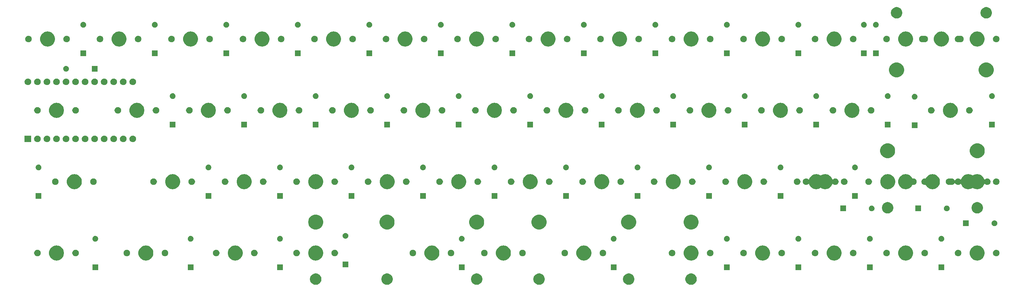
<source format=gbr>
G04 #@! TF.GenerationSoftware,KiCad,Pcbnew,(5.1.2)-1*
G04 #@! TF.CreationDate,2020-02-17T17:37:39-06:00*
G04 #@! TF.ProjectId,SL40,534c3430-2e6b-4696-9361-645f70636258,rev?*
G04 #@! TF.SameCoordinates,Original*
G04 #@! TF.FileFunction,Soldermask,Top*
G04 #@! TF.FilePolarity,Negative*
%FSLAX46Y46*%
G04 Gerber Fmt 4.6, Leading zero omitted, Abs format (unit mm)*
G04 Created by KiCad (PCBNEW (5.1.2)-1) date 2020-02-17 17:37:39*
%MOMM*%
%LPD*%
G04 APERTURE LIST*
%ADD10C,0.100000*%
G04 APERTURE END LIST*
D10*
G36*
X195553467Y-125346533D02*
G01*
X195700684Y-125375816D01*
X195978035Y-125490699D01*
X196227643Y-125657482D01*
X196439918Y-125869757D01*
X196606701Y-126119365D01*
X196721584Y-126396716D01*
X196780150Y-126691149D01*
X196780150Y-126991351D01*
X196721584Y-127285784D01*
X196606701Y-127563135D01*
X196439918Y-127812743D01*
X196227643Y-128025018D01*
X195978035Y-128191801D01*
X195700684Y-128306684D01*
X195406252Y-128365250D01*
X195106048Y-128365250D01*
X194811616Y-128306684D01*
X194534265Y-128191801D01*
X194284657Y-128025018D01*
X194072382Y-127812743D01*
X193905599Y-127563135D01*
X193790716Y-127285784D01*
X193732150Y-126991351D01*
X193732150Y-126691149D01*
X193790716Y-126396716D01*
X193905599Y-126119365D01*
X194072382Y-125869757D01*
X194284657Y-125657482D01*
X194534265Y-125490699D01*
X194811616Y-125375816D01*
X194958833Y-125346533D01*
X195106048Y-125317250D01*
X195406252Y-125317250D01*
X195553467Y-125346533D01*
X195553467Y-125346533D01*
G37*
G36*
X95553667Y-125346533D02*
G01*
X95700884Y-125375816D01*
X95978235Y-125490699D01*
X96227843Y-125657482D01*
X96440118Y-125869757D01*
X96606901Y-126119365D01*
X96721784Y-126396716D01*
X96780350Y-126691149D01*
X96780350Y-126991351D01*
X96721784Y-127285784D01*
X96606901Y-127563135D01*
X96440118Y-127812743D01*
X96227843Y-128025018D01*
X95978235Y-128191801D01*
X95700884Y-128306684D01*
X95406452Y-128365250D01*
X95106248Y-128365250D01*
X94811816Y-128306684D01*
X94534465Y-128191801D01*
X94284857Y-128025018D01*
X94072582Y-127812743D01*
X93905799Y-127563135D01*
X93790916Y-127285784D01*
X93732350Y-126991351D01*
X93732350Y-126691149D01*
X93790916Y-126396716D01*
X93905799Y-126119365D01*
X94072582Y-125869757D01*
X94284857Y-125657482D01*
X94534465Y-125490699D01*
X94811816Y-125375816D01*
X94959033Y-125346533D01*
X95106248Y-125317250D01*
X95406452Y-125317250D01*
X95553667Y-125346533D01*
X95553667Y-125346533D01*
G37*
G36*
X155046817Y-125346533D02*
G01*
X155194034Y-125375816D01*
X155471385Y-125490699D01*
X155720993Y-125657482D01*
X155933268Y-125869757D01*
X156100051Y-126119365D01*
X156214934Y-126396716D01*
X156273500Y-126691149D01*
X156273500Y-126991351D01*
X156214934Y-127285784D01*
X156100051Y-127563135D01*
X155933268Y-127812743D01*
X155720993Y-128025018D01*
X155471385Y-128191801D01*
X155194034Y-128306684D01*
X154899602Y-128365250D01*
X154599398Y-128365250D01*
X154304966Y-128306684D01*
X154027615Y-128191801D01*
X153778007Y-128025018D01*
X153565732Y-127812743D01*
X153398949Y-127563135D01*
X153284066Y-127285784D01*
X153225500Y-126991351D01*
X153225500Y-126691149D01*
X153284066Y-126396716D01*
X153398949Y-126119365D01*
X153565732Y-125869757D01*
X153778007Y-125657482D01*
X154027615Y-125490699D01*
X154304966Y-125375816D01*
X154452183Y-125346533D01*
X154599398Y-125317250D01*
X154899602Y-125317250D01*
X155046817Y-125346533D01*
X155046817Y-125346533D01*
G37*
G36*
X114565567Y-125346533D02*
G01*
X114712784Y-125375816D01*
X114990135Y-125490699D01*
X115239743Y-125657482D01*
X115452018Y-125869757D01*
X115618801Y-126119365D01*
X115733684Y-126396716D01*
X115792250Y-126691149D01*
X115792250Y-126991351D01*
X115733684Y-127285784D01*
X115618801Y-127563135D01*
X115452018Y-127812743D01*
X115239743Y-128025018D01*
X114990135Y-128191801D01*
X114712784Y-128306684D01*
X114418352Y-128365250D01*
X114118148Y-128365250D01*
X113823716Y-128306684D01*
X113546365Y-128191801D01*
X113296757Y-128025018D01*
X113084482Y-127812743D01*
X112917699Y-127563135D01*
X112802816Y-127285784D01*
X112744250Y-126991351D01*
X112744250Y-126691149D01*
X112802816Y-126396716D01*
X112917699Y-126119365D01*
X113084482Y-125869757D01*
X113296757Y-125657482D01*
X113546365Y-125490699D01*
X113823716Y-125375816D01*
X113970933Y-125346533D01*
X114118148Y-125317250D01*
X114418352Y-125317250D01*
X114565567Y-125346533D01*
X114565567Y-125346533D01*
G37*
G36*
X138441567Y-125346533D02*
G01*
X138588784Y-125375816D01*
X138866135Y-125490699D01*
X139115743Y-125657482D01*
X139328018Y-125869757D01*
X139494801Y-126119365D01*
X139609684Y-126396716D01*
X139668250Y-126691149D01*
X139668250Y-126991351D01*
X139609684Y-127285784D01*
X139494801Y-127563135D01*
X139328018Y-127812743D01*
X139115743Y-128025018D01*
X138866135Y-128191801D01*
X138588784Y-128306684D01*
X138294352Y-128365250D01*
X137994148Y-128365250D01*
X137699716Y-128306684D01*
X137422365Y-128191801D01*
X137172757Y-128025018D01*
X136960482Y-127812743D01*
X136793699Y-127563135D01*
X136678816Y-127285784D01*
X136620250Y-126991351D01*
X136620250Y-126691149D01*
X136678816Y-126396716D01*
X136793699Y-126119365D01*
X136960482Y-125869757D01*
X137172757Y-125657482D01*
X137422365Y-125490699D01*
X137699716Y-125375816D01*
X137846933Y-125346533D01*
X137994148Y-125317250D01*
X138294352Y-125317250D01*
X138441567Y-125346533D01*
X138441567Y-125346533D01*
G37*
G36*
X178922817Y-125346533D02*
G01*
X179070034Y-125375816D01*
X179347385Y-125490699D01*
X179596993Y-125657482D01*
X179809268Y-125869757D01*
X179976051Y-126119365D01*
X180090934Y-126396716D01*
X180149500Y-126691149D01*
X180149500Y-126991351D01*
X180090934Y-127285784D01*
X179976051Y-127563135D01*
X179809268Y-127812743D01*
X179596993Y-128025018D01*
X179347385Y-128191801D01*
X179070034Y-128306684D01*
X178775602Y-128365250D01*
X178475398Y-128365250D01*
X178180966Y-128306684D01*
X177903615Y-128191801D01*
X177654007Y-128025018D01*
X177441732Y-127812743D01*
X177274949Y-127563135D01*
X177160066Y-127285784D01*
X177101500Y-126991351D01*
X177101500Y-126691149D01*
X177160066Y-126396716D01*
X177274949Y-126119365D01*
X177441732Y-125869757D01*
X177654007Y-125657482D01*
X177903615Y-125490699D01*
X178180966Y-125375816D01*
X178328183Y-125346533D01*
X178475398Y-125317250D01*
X178775602Y-125317250D01*
X178922817Y-125346533D01*
X178922817Y-125346533D01*
G37*
G36*
X37274500Y-124428250D02*
G01*
X35750500Y-124428250D01*
X35750500Y-122904250D01*
X37274500Y-122904250D01*
X37274500Y-124428250D01*
X37274500Y-124428250D01*
G37*
G36*
X134905750Y-124428250D02*
G01*
X133381750Y-124428250D01*
X133381750Y-122904250D01*
X134905750Y-122904250D01*
X134905750Y-124428250D01*
X134905750Y-124428250D01*
G37*
G36*
X86487000Y-124428250D02*
G01*
X84963000Y-124428250D01*
X84963000Y-122904250D01*
X86487000Y-122904250D01*
X86487000Y-124428250D01*
X86487000Y-124428250D01*
G37*
G36*
X62674500Y-124428250D02*
G01*
X61150500Y-124428250D01*
X61150500Y-122904250D01*
X62674500Y-122904250D01*
X62674500Y-124428250D01*
X62674500Y-124428250D01*
G37*
G36*
X175387000Y-124428250D02*
G01*
X173863000Y-124428250D01*
X173863000Y-122904250D01*
X175387000Y-122904250D01*
X175387000Y-124428250D01*
X175387000Y-124428250D01*
G37*
G36*
X224599500Y-124428250D02*
G01*
X223075500Y-124428250D01*
X223075500Y-122904250D01*
X224599500Y-122904250D01*
X224599500Y-124428250D01*
X224599500Y-124428250D01*
G37*
G36*
X262699500Y-124428250D02*
G01*
X261175500Y-124428250D01*
X261175500Y-122904250D01*
X262699500Y-122904250D01*
X262699500Y-124428250D01*
X262699500Y-124428250D01*
G37*
G36*
X243649500Y-124428250D02*
G01*
X242125500Y-124428250D01*
X242125500Y-122904250D01*
X243649500Y-122904250D01*
X243649500Y-124428250D01*
X243649500Y-124428250D01*
G37*
G36*
X205549500Y-124428250D02*
G01*
X204025500Y-124428250D01*
X204025500Y-122904250D01*
X205549500Y-122904250D01*
X205549500Y-124428250D01*
X205549500Y-124428250D01*
G37*
G36*
X103949500Y-123634500D02*
G01*
X102425500Y-123634500D01*
X102425500Y-122110500D01*
X103949500Y-122110500D01*
X103949500Y-123634500D01*
X103949500Y-123634500D01*
G37*
G36*
X252663699Y-117873254D02*
G01*
X252994099Y-117938974D01*
X253356966Y-118089278D01*
X253683537Y-118307486D01*
X253961264Y-118585213D01*
X254179472Y-118911784D01*
X254329776Y-119274651D01*
X254406400Y-119659868D01*
X254406400Y-120052632D01*
X254329776Y-120437849D01*
X254179472Y-120800716D01*
X253961264Y-121127287D01*
X253683537Y-121405014D01*
X253356966Y-121623222D01*
X252994099Y-121773526D01*
X252663699Y-121839246D01*
X252608883Y-121850150D01*
X252216117Y-121850150D01*
X252161301Y-121839246D01*
X251830901Y-121773526D01*
X251468034Y-121623222D01*
X251141463Y-121405014D01*
X250863736Y-121127287D01*
X250645528Y-120800716D01*
X250495224Y-120437849D01*
X250418600Y-120052632D01*
X250418600Y-119659868D01*
X250495224Y-119274651D01*
X250645528Y-118911784D01*
X250863736Y-118585213D01*
X251141463Y-118307486D01*
X251468034Y-118089278D01*
X251830901Y-117938974D01*
X252161301Y-117873254D01*
X252216117Y-117862350D01*
X252608883Y-117862350D01*
X252663699Y-117873254D01*
X252663699Y-117873254D01*
G37*
G36*
X26444949Y-117873254D02*
G01*
X26775349Y-117938974D01*
X27138216Y-118089278D01*
X27464787Y-118307486D01*
X27742514Y-118585213D01*
X27960722Y-118911784D01*
X28111026Y-119274651D01*
X28187650Y-119659868D01*
X28187650Y-120052632D01*
X28111026Y-120437849D01*
X27960722Y-120800716D01*
X27742514Y-121127287D01*
X27464787Y-121405014D01*
X27138216Y-121623222D01*
X26775349Y-121773526D01*
X26444949Y-121839246D01*
X26390133Y-121850150D01*
X25997367Y-121850150D01*
X25942551Y-121839246D01*
X25612151Y-121773526D01*
X25249284Y-121623222D01*
X24922713Y-121405014D01*
X24644986Y-121127287D01*
X24426778Y-120800716D01*
X24276474Y-120437849D01*
X24199850Y-120052632D01*
X24199850Y-119659868D01*
X24276474Y-119274651D01*
X24426778Y-118911784D01*
X24644986Y-118585213D01*
X24922713Y-118307486D01*
X25249284Y-118089278D01*
X25612151Y-117938974D01*
X25942551Y-117873254D01*
X25997367Y-117862350D01*
X26390133Y-117862350D01*
X26444949Y-117873254D01*
X26444949Y-117873254D01*
G37*
G36*
X50257449Y-117873254D02*
G01*
X50587849Y-117938974D01*
X50950716Y-118089278D01*
X51277287Y-118307486D01*
X51555014Y-118585213D01*
X51773222Y-118911784D01*
X51923526Y-119274651D01*
X52000150Y-119659868D01*
X52000150Y-120052632D01*
X51923526Y-120437849D01*
X51773222Y-120800716D01*
X51555014Y-121127287D01*
X51277287Y-121405014D01*
X50950716Y-121623222D01*
X50587849Y-121773526D01*
X50257449Y-121839246D01*
X50202633Y-121850150D01*
X49809867Y-121850150D01*
X49755051Y-121839246D01*
X49424651Y-121773526D01*
X49061784Y-121623222D01*
X48735213Y-121405014D01*
X48457486Y-121127287D01*
X48239278Y-120800716D01*
X48088974Y-120437849D01*
X48012350Y-120052632D01*
X48012350Y-119659868D01*
X48088974Y-119274651D01*
X48239278Y-118911784D01*
X48457486Y-118585213D01*
X48735213Y-118307486D01*
X49061784Y-118089278D01*
X49424651Y-117938974D01*
X49755051Y-117873254D01*
X49809867Y-117862350D01*
X50202633Y-117862350D01*
X50257449Y-117873254D01*
X50257449Y-117873254D01*
G37*
G36*
X74069949Y-117873254D02*
G01*
X74400349Y-117938974D01*
X74763216Y-118089278D01*
X75089787Y-118307486D01*
X75367514Y-118585213D01*
X75585722Y-118911784D01*
X75736026Y-119274651D01*
X75812650Y-119659868D01*
X75812650Y-120052632D01*
X75736026Y-120437849D01*
X75585722Y-120800716D01*
X75367514Y-121127287D01*
X75089787Y-121405014D01*
X74763216Y-121623222D01*
X74400349Y-121773526D01*
X74069949Y-121839246D01*
X74015133Y-121850150D01*
X73622367Y-121850150D01*
X73567551Y-121839246D01*
X73237151Y-121773526D01*
X72874284Y-121623222D01*
X72547713Y-121405014D01*
X72269986Y-121127287D01*
X72051778Y-120800716D01*
X71901474Y-120437849D01*
X71824850Y-120052632D01*
X71824850Y-119659868D01*
X71901474Y-119274651D01*
X72051778Y-118911784D01*
X72269986Y-118585213D01*
X72547713Y-118307486D01*
X72874284Y-118089278D01*
X73237151Y-117938974D01*
X73567551Y-117873254D01*
X73622367Y-117862350D01*
X74015133Y-117862350D01*
X74069949Y-117873254D01*
X74069949Y-117873254D01*
G37*
G36*
X145507449Y-117873254D02*
G01*
X145837849Y-117938974D01*
X146200716Y-118089278D01*
X146527287Y-118307486D01*
X146805014Y-118585213D01*
X147023222Y-118911784D01*
X147173526Y-119274651D01*
X147250150Y-119659868D01*
X147250150Y-120052632D01*
X147173526Y-120437849D01*
X147023222Y-120800716D01*
X146805014Y-121127287D01*
X146527287Y-121405014D01*
X146200716Y-121623222D01*
X145837849Y-121773526D01*
X145507449Y-121839246D01*
X145452633Y-121850150D01*
X145059867Y-121850150D01*
X145005051Y-121839246D01*
X144674651Y-121773526D01*
X144311784Y-121623222D01*
X143985213Y-121405014D01*
X143707486Y-121127287D01*
X143489278Y-120800716D01*
X143338974Y-120437849D01*
X143262350Y-120052632D01*
X143262350Y-119659868D01*
X143338974Y-119274651D01*
X143489278Y-118911784D01*
X143707486Y-118585213D01*
X143985213Y-118307486D01*
X144311784Y-118089278D01*
X144674651Y-117938974D01*
X145005051Y-117873254D01*
X145059867Y-117862350D01*
X145452633Y-117862350D01*
X145507449Y-117873254D01*
X145507449Y-117873254D01*
G37*
G36*
X214563699Y-117873254D02*
G01*
X214894099Y-117938974D01*
X215256966Y-118089278D01*
X215583537Y-118307486D01*
X215861264Y-118585213D01*
X216079472Y-118911784D01*
X216229776Y-119274651D01*
X216306400Y-119659868D01*
X216306400Y-120052632D01*
X216229776Y-120437849D01*
X216079472Y-120800716D01*
X215861264Y-121127287D01*
X215583537Y-121405014D01*
X215256966Y-121623222D01*
X214894099Y-121773526D01*
X214563699Y-121839246D01*
X214508883Y-121850150D01*
X214116117Y-121850150D01*
X214061301Y-121839246D01*
X213730901Y-121773526D01*
X213368034Y-121623222D01*
X213041463Y-121405014D01*
X212763736Y-121127287D01*
X212545528Y-120800716D01*
X212395224Y-120437849D01*
X212318600Y-120052632D01*
X212318600Y-119659868D01*
X212395224Y-119274651D01*
X212545528Y-118911784D01*
X212763736Y-118585213D01*
X213041463Y-118307486D01*
X213368034Y-118089278D01*
X213730901Y-117938974D01*
X214061301Y-117873254D01*
X214116117Y-117862350D01*
X214508883Y-117862350D01*
X214563699Y-117873254D01*
X214563699Y-117873254D01*
G37*
G36*
X95501199Y-117873254D02*
G01*
X95831599Y-117938974D01*
X96194466Y-118089278D01*
X96521037Y-118307486D01*
X96798764Y-118585213D01*
X97016972Y-118911784D01*
X97167276Y-119274651D01*
X97243900Y-119659868D01*
X97243900Y-120052632D01*
X97167276Y-120437849D01*
X97016972Y-120800716D01*
X96798764Y-121127287D01*
X96521037Y-121405014D01*
X96194466Y-121623222D01*
X95831599Y-121773526D01*
X95501199Y-121839246D01*
X95446383Y-121850150D01*
X95053617Y-121850150D01*
X94998801Y-121839246D01*
X94668401Y-121773526D01*
X94305534Y-121623222D01*
X93978963Y-121405014D01*
X93701236Y-121127287D01*
X93483028Y-120800716D01*
X93332724Y-120437849D01*
X93256100Y-120052632D01*
X93256100Y-119659868D01*
X93332724Y-119274651D01*
X93483028Y-118911784D01*
X93701236Y-118585213D01*
X93978963Y-118307486D01*
X94305534Y-118089278D01*
X94668401Y-117938974D01*
X94998801Y-117873254D01*
X95053617Y-117862350D01*
X95446383Y-117862350D01*
X95501199Y-117873254D01*
X95501199Y-117873254D01*
G37*
G36*
X195513699Y-117873254D02*
G01*
X195844099Y-117938974D01*
X196206966Y-118089278D01*
X196533537Y-118307486D01*
X196811264Y-118585213D01*
X197029472Y-118911784D01*
X197179776Y-119274651D01*
X197256400Y-119659868D01*
X197256400Y-120052632D01*
X197179776Y-120437849D01*
X197029472Y-120800716D01*
X196811264Y-121127287D01*
X196533537Y-121405014D01*
X196206966Y-121623222D01*
X195844099Y-121773526D01*
X195513699Y-121839246D01*
X195458883Y-121850150D01*
X195066117Y-121850150D01*
X195011301Y-121839246D01*
X194680901Y-121773526D01*
X194318034Y-121623222D01*
X193991463Y-121405014D01*
X193713736Y-121127287D01*
X193495528Y-120800716D01*
X193345224Y-120437849D01*
X193268600Y-120052632D01*
X193268600Y-119659868D01*
X193345224Y-119274651D01*
X193495528Y-118911784D01*
X193713736Y-118585213D01*
X193991463Y-118307486D01*
X194318034Y-118089278D01*
X194680901Y-117938974D01*
X195011301Y-117873254D01*
X195066117Y-117862350D01*
X195458883Y-117862350D01*
X195513699Y-117873254D01*
X195513699Y-117873254D01*
G37*
G36*
X126457449Y-117873254D02*
G01*
X126787849Y-117938974D01*
X127150716Y-118089278D01*
X127477287Y-118307486D01*
X127755014Y-118585213D01*
X127973222Y-118911784D01*
X128123526Y-119274651D01*
X128200150Y-119659868D01*
X128200150Y-120052632D01*
X128123526Y-120437849D01*
X127973222Y-120800716D01*
X127755014Y-121127287D01*
X127477287Y-121405014D01*
X127150716Y-121623222D01*
X126787849Y-121773526D01*
X126457449Y-121839246D01*
X126402633Y-121850150D01*
X126009867Y-121850150D01*
X125955051Y-121839246D01*
X125624651Y-121773526D01*
X125261784Y-121623222D01*
X124935213Y-121405014D01*
X124657486Y-121127287D01*
X124439278Y-120800716D01*
X124288974Y-120437849D01*
X124212350Y-120052632D01*
X124212350Y-119659868D01*
X124288974Y-119274651D01*
X124439278Y-118911784D01*
X124657486Y-118585213D01*
X124935213Y-118307486D01*
X125261784Y-118089278D01*
X125624651Y-117938974D01*
X125955051Y-117873254D01*
X126009867Y-117862350D01*
X126402633Y-117862350D01*
X126457449Y-117873254D01*
X126457449Y-117873254D01*
G37*
G36*
X233613699Y-117873254D02*
G01*
X233944099Y-117938974D01*
X234306966Y-118089278D01*
X234633537Y-118307486D01*
X234911264Y-118585213D01*
X235129472Y-118911784D01*
X235279776Y-119274651D01*
X235356400Y-119659868D01*
X235356400Y-120052632D01*
X235279776Y-120437849D01*
X235129472Y-120800716D01*
X234911264Y-121127287D01*
X234633537Y-121405014D01*
X234306966Y-121623222D01*
X233944099Y-121773526D01*
X233613699Y-121839246D01*
X233558883Y-121850150D01*
X233166117Y-121850150D01*
X233111301Y-121839246D01*
X232780901Y-121773526D01*
X232418034Y-121623222D01*
X232091463Y-121405014D01*
X231813736Y-121127287D01*
X231595528Y-120800716D01*
X231445224Y-120437849D01*
X231368600Y-120052632D01*
X231368600Y-119659868D01*
X231445224Y-119274651D01*
X231595528Y-118911784D01*
X231813736Y-118585213D01*
X232091463Y-118307486D01*
X232418034Y-118089278D01*
X232780901Y-117938974D01*
X233111301Y-117873254D01*
X233166117Y-117862350D01*
X233558883Y-117862350D01*
X233613699Y-117873254D01*
X233613699Y-117873254D01*
G37*
G36*
X271713699Y-117873254D02*
G01*
X272044099Y-117938974D01*
X272406966Y-118089278D01*
X272733537Y-118307486D01*
X273011264Y-118585213D01*
X273229472Y-118911784D01*
X273379776Y-119274651D01*
X273456400Y-119659868D01*
X273456400Y-120052632D01*
X273379776Y-120437849D01*
X273229472Y-120800716D01*
X273011264Y-121127287D01*
X272733537Y-121405014D01*
X272406966Y-121623222D01*
X272044099Y-121773526D01*
X271713699Y-121839246D01*
X271658883Y-121850150D01*
X271266117Y-121850150D01*
X271211301Y-121839246D01*
X270880901Y-121773526D01*
X270518034Y-121623222D01*
X270191463Y-121405014D01*
X269913736Y-121127287D01*
X269695528Y-120800716D01*
X269545224Y-120437849D01*
X269468600Y-120052632D01*
X269468600Y-119659868D01*
X269545224Y-119274651D01*
X269695528Y-118911784D01*
X269913736Y-118585213D01*
X270191463Y-118307486D01*
X270518034Y-118089278D01*
X270880901Y-117938974D01*
X271211301Y-117873254D01*
X271266117Y-117862350D01*
X271658883Y-117862350D01*
X271713699Y-117873254D01*
X271713699Y-117873254D01*
G37*
G36*
X166938699Y-117873254D02*
G01*
X167269099Y-117938974D01*
X167631966Y-118089278D01*
X167958537Y-118307486D01*
X168236264Y-118585213D01*
X168454472Y-118911784D01*
X168604776Y-119274651D01*
X168681400Y-119659868D01*
X168681400Y-120052632D01*
X168604776Y-120437849D01*
X168454472Y-120800716D01*
X168236264Y-121127287D01*
X167958537Y-121405014D01*
X167631966Y-121623222D01*
X167269099Y-121773526D01*
X166938699Y-121839246D01*
X166883883Y-121850150D01*
X166491117Y-121850150D01*
X166436301Y-121839246D01*
X166105901Y-121773526D01*
X165743034Y-121623222D01*
X165416463Y-121405014D01*
X165138736Y-121127287D01*
X164920528Y-120800716D01*
X164770224Y-120437849D01*
X164693600Y-120052632D01*
X164693600Y-119659868D01*
X164770224Y-119274651D01*
X164920528Y-118911784D01*
X165138736Y-118585213D01*
X165416463Y-118307486D01*
X165743034Y-118089278D01*
X166105901Y-117938974D01*
X166436301Y-117873254D01*
X166491117Y-117862350D01*
X166883883Y-117862350D01*
X166938699Y-117873254D01*
X166938699Y-117873254D01*
G37*
G36*
X79153977Y-119014875D02*
G01*
X79313216Y-119080834D01*
X79313218Y-119080835D01*
X79456530Y-119176593D01*
X79578407Y-119298470D01*
X79578408Y-119298472D01*
X79674166Y-119441784D01*
X79740125Y-119601023D01*
X79773750Y-119770069D01*
X79773750Y-119942431D01*
X79740125Y-120111477D01*
X79674166Y-120270716D01*
X79674165Y-120270718D01*
X79578407Y-120414030D01*
X79456530Y-120535907D01*
X79313218Y-120631665D01*
X79313217Y-120631666D01*
X79313216Y-120631666D01*
X79153977Y-120697625D01*
X78984931Y-120731250D01*
X78812569Y-120731250D01*
X78643523Y-120697625D01*
X78484284Y-120631666D01*
X78484283Y-120631666D01*
X78484282Y-120631665D01*
X78340970Y-120535907D01*
X78219093Y-120414030D01*
X78123335Y-120270718D01*
X78123334Y-120270716D01*
X78057375Y-120111477D01*
X78023750Y-119942431D01*
X78023750Y-119770069D01*
X78057375Y-119601023D01*
X78123334Y-119441784D01*
X78219092Y-119298472D01*
X78219093Y-119298470D01*
X78340970Y-119176593D01*
X78484282Y-119080835D01*
X78484284Y-119080834D01*
X78643523Y-119014875D01*
X78812569Y-118981250D01*
X78984931Y-118981250D01*
X79153977Y-119014875D01*
X79153977Y-119014875D01*
G37*
G36*
X68993977Y-119014875D02*
G01*
X69153216Y-119080834D01*
X69153218Y-119080835D01*
X69296530Y-119176593D01*
X69418407Y-119298470D01*
X69418408Y-119298472D01*
X69514166Y-119441784D01*
X69580125Y-119601023D01*
X69613750Y-119770069D01*
X69613750Y-119942431D01*
X69580125Y-120111477D01*
X69514166Y-120270716D01*
X69514165Y-120270718D01*
X69418407Y-120414030D01*
X69296530Y-120535907D01*
X69153218Y-120631665D01*
X69153217Y-120631666D01*
X69153216Y-120631666D01*
X68993977Y-120697625D01*
X68824931Y-120731250D01*
X68652569Y-120731250D01*
X68483523Y-120697625D01*
X68324284Y-120631666D01*
X68324283Y-120631666D01*
X68324282Y-120631665D01*
X68180970Y-120535907D01*
X68059093Y-120414030D01*
X67963335Y-120270718D01*
X67963334Y-120270716D01*
X67897375Y-120111477D01*
X67863750Y-119942431D01*
X67863750Y-119770069D01*
X67897375Y-119601023D01*
X67963334Y-119441784D01*
X68059092Y-119298472D01*
X68059093Y-119298470D01*
X68180970Y-119176593D01*
X68324282Y-119080835D01*
X68324284Y-119080834D01*
X68483523Y-119014875D01*
X68652569Y-118981250D01*
X68824931Y-118981250D01*
X68993977Y-119014875D01*
X68993977Y-119014875D01*
G37*
G36*
X150591477Y-119014875D02*
G01*
X150750716Y-119080834D01*
X150750718Y-119080835D01*
X150894030Y-119176593D01*
X151015907Y-119298470D01*
X151015908Y-119298472D01*
X151111666Y-119441784D01*
X151177625Y-119601023D01*
X151211250Y-119770069D01*
X151211250Y-119942431D01*
X151177625Y-120111477D01*
X151111666Y-120270716D01*
X151111665Y-120270718D01*
X151015907Y-120414030D01*
X150894030Y-120535907D01*
X150750718Y-120631665D01*
X150750717Y-120631666D01*
X150750716Y-120631666D01*
X150591477Y-120697625D01*
X150422431Y-120731250D01*
X150250069Y-120731250D01*
X150081023Y-120697625D01*
X149921784Y-120631666D01*
X149921783Y-120631666D01*
X149921782Y-120631665D01*
X149778470Y-120535907D01*
X149656593Y-120414030D01*
X149560835Y-120270718D01*
X149560834Y-120270716D01*
X149494875Y-120111477D01*
X149461250Y-119942431D01*
X149461250Y-119770069D01*
X149494875Y-119601023D01*
X149560834Y-119441784D01*
X149656592Y-119298472D01*
X149656593Y-119298470D01*
X149778470Y-119176593D01*
X149921782Y-119080835D01*
X149921784Y-119080834D01*
X150081023Y-119014875D01*
X150250069Y-118981250D01*
X150422431Y-118981250D01*
X150591477Y-119014875D01*
X150591477Y-119014875D01*
G37*
G36*
X140431477Y-119014875D02*
G01*
X140590716Y-119080834D01*
X140590718Y-119080835D01*
X140734030Y-119176593D01*
X140855907Y-119298470D01*
X140855908Y-119298472D01*
X140951666Y-119441784D01*
X141017625Y-119601023D01*
X141051250Y-119770069D01*
X141051250Y-119942431D01*
X141017625Y-120111477D01*
X140951666Y-120270716D01*
X140951665Y-120270718D01*
X140855907Y-120414030D01*
X140734030Y-120535907D01*
X140590718Y-120631665D01*
X140590717Y-120631666D01*
X140590716Y-120631666D01*
X140431477Y-120697625D01*
X140262431Y-120731250D01*
X140090069Y-120731250D01*
X139921023Y-120697625D01*
X139761784Y-120631666D01*
X139761783Y-120631666D01*
X139761782Y-120631665D01*
X139618470Y-120535907D01*
X139496593Y-120414030D01*
X139400835Y-120270718D01*
X139400834Y-120270716D01*
X139334875Y-120111477D01*
X139301250Y-119942431D01*
X139301250Y-119770069D01*
X139334875Y-119601023D01*
X139400834Y-119441784D01*
X139496592Y-119298472D01*
X139496593Y-119298470D01*
X139618470Y-119176593D01*
X139761782Y-119080835D01*
X139761784Y-119080834D01*
X139921023Y-119014875D01*
X140090069Y-118981250D01*
X140262431Y-118981250D01*
X140431477Y-119014875D01*
X140431477Y-119014875D01*
G37*
G36*
X219647727Y-119014875D02*
G01*
X219806966Y-119080834D01*
X219806968Y-119080835D01*
X219950280Y-119176593D01*
X220072157Y-119298470D01*
X220072158Y-119298472D01*
X220167916Y-119441784D01*
X220233875Y-119601023D01*
X220267500Y-119770069D01*
X220267500Y-119942431D01*
X220233875Y-120111477D01*
X220167916Y-120270716D01*
X220167915Y-120270718D01*
X220072157Y-120414030D01*
X219950280Y-120535907D01*
X219806968Y-120631665D01*
X219806967Y-120631666D01*
X219806966Y-120631666D01*
X219647727Y-120697625D01*
X219478681Y-120731250D01*
X219306319Y-120731250D01*
X219137273Y-120697625D01*
X218978034Y-120631666D01*
X218978033Y-120631666D01*
X218978032Y-120631665D01*
X218834720Y-120535907D01*
X218712843Y-120414030D01*
X218617085Y-120270718D01*
X218617084Y-120270716D01*
X218551125Y-120111477D01*
X218517500Y-119942431D01*
X218517500Y-119770069D01*
X218551125Y-119601023D01*
X218617084Y-119441784D01*
X218712842Y-119298472D01*
X218712843Y-119298470D01*
X218834720Y-119176593D01*
X218978032Y-119080835D01*
X218978034Y-119080834D01*
X219137273Y-119014875D01*
X219306319Y-118981250D01*
X219478681Y-118981250D01*
X219647727Y-119014875D01*
X219647727Y-119014875D01*
G37*
G36*
X209487727Y-119014875D02*
G01*
X209646966Y-119080834D01*
X209646968Y-119080835D01*
X209790280Y-119176593D01*
X209912157Y-119298470D01*
X209912158Y-119298472D01*
X210007916Y-119441784D01*
X210073875Y-119601023D01*
X210107500Y-119770069D01*
X210107500Y-119942431D01*
X210073875Y-120111477D01*
X210007916Y-120270716D01*
X210007915Y-120270718D01*
X209912157Y-120414030D01*
X209790280Y-120535907D01*
X209646968Y-120631665D01*
X209646967Y-120631666D01*
X209646966Y-120631666D01*
X209487727Y-120697625D01*
X209318681Y-120731250D01*
X209146319Y-120731250D01*
X208977273Y-120697625D01*
X208818034Y-120631666D01*
X208818033Y-120631666D01*
X208818032Y-120631665D01*
X208674720Y-120535907D01*
X208552843Y-120414030D01*
X208457085Y-120270718D01*
X208457084Y-120270716D01*
X208391125Y-120111477D01*
X208357500Y-119942431D01*
X208357500Y-119770069D01*
X208391125Y-119601023D01*
X208457084Y-119441784D01*
X208552842Y-119298472D01*
X208552843Y-119298470D01*
X208674720Y-119176593D01*
X208818032Y-119080835D01*
X208818034Y-119080834D01*
X208977273Y-119014875D01*
X209146319Y-118981250D01*
X209318681Y-118981250D01*
X209487727Y-119014875D01*
X209487727Y-119014875D01*
G37*
G36*
X228537727Y-119014875D02*
G01*
X228696966Y-119080834D01*
X228696968Y-119080835D01*
X228840280Y-119176593D01*
X228962157Y-119298470D01*
X228962158Y-119298472D01*
X229057916Y-119441784D01*
X229123875Y-119601023D01*
X229157500Y-119770069D01*
X229157500Y-119942431D01*
X229123875Y-120111477D01*
X229057916Y-120270716D01*
X229057915Y-120270718D01*
X228962157Y-120414030D01*
X228840280Y-120535907D01*
X228696968Y-120631665D01*
X228696967Y-120631666D01*
X228696966Y-120631666D01*
X228537727Y-120697625D01*
X228368681Y-120731250D01*
X228196319Y-120731250D01*
X228027273Y-120697625D01*
X227868034Y-120631666D01*
X227868033Y-120631666D01*
X227868032Y-120631665D01*
X227724720Y-120535907D01*
X227602843Y-120414030D01*
X227507085Y-120270718D01*
X227507084Y-120270716D01*
X227441125Y-120111477D01*
X227407500Y-119942431D01*
X227407500Y-119770069D01*
X227441125Y-119601023D01*
X227507084Y-119441784D01*
X227602842Y-119298472D01*
X227602843Y-119298470D01*
X227724720Y-119176593D01*
X227868032Y-119080835D01*
X227868034Y-119080834D01*
X228027273Y-119014875D01*
X228196319Y-118981250D01*
X228368681Y-118981250D01*
X228537727Y-119014875D01*
X228537727Y-119014875D01*
G37*
G36*
X121381477Y-119014875D02*
G01*
X121540716Y-119080834D01*
X121540718Y-119080835D01*
X121684030Y-119176593D01*
X121805907Y-119298470D01*
X121805908Y-119298472D01*
X121901666Y-119441784D01*
X121967625Y-119601023D01*
X122001250Y-119770069D01*
X122001250Y-119942431D01*
X121967625Y-120111477D01*
X121901666Y-120270716D01*
X121901665Y-120270718D01*
X121805907Y-120414030D01*
X121684030Y-120535907D01*
X121540718Y-120631665D01*
X121540717Y-120631666D01*
X121540716Y-120631666D01*
X121381477Y-120697625D01*
X121212431Y-120731250D01*
X121040069Y-120731250D01*
X120871023Y-120697625D01*
X120711784Y-120631666D01*
X120711783Y-120631666D01*
X120711782Y-120631665D01*
X120568470Y-120535907D01*
X120446593Y-120414030D01*
X120350835Y-120270718D01*
X120350834Y-120270716D01*
X120284875Y-120111477D01*
X120251250Y-119942431D01*
X120251250Y-119770069D01*
X120284875Y-119601023D01*
X120350834Y-119441784D01*
X120446592Y-119298472D01*
X120446593Y-119298470D01*
X120568470Y-119176593D01*
X120711782Y-119080835D01*
X120711784Y-119080834D01*
X120871023Y-119014875D01*
X121040069Y-118981250D01*
X121212431Y-118981250D01*
X121381477Y-119014875D01*
X121381477Y-119014875D01*
G37*
G36*
X131541477Y-119014875D02*
G01*
X131700716Y-119080834D01*
X131700718Y-119080835D01*
X131844030Y-119176593D01*
X131965907Y-119298470D01*
X131965908Y-119298472D01*
X132061666Y-119441784D01*
X132127625Y-119601023D01*
X132161250Y-119770069D01*
X132161250Y-119942431D01*
X132127625Y-120111477D01*
X132061666Y-120270716D01*
X132061665Y-120270718D01*
X131965907Y-120414030D01*
X131844030Y-120535907D01*
X131700718Y-120631665D01*
X131700717Y-120631666D01*
X131700716Y-120631666D01*
X131541477Y-120697625D01*
X131372431Y-120731250D01*
X131200069Y-120731250D01*
X131031023Y-120697625D01*
X130871784Y-120631666D01*
X130871783Y-120631666D01*
X130871782Y-120631665D01*
X130728470Y-120535907D01*
X130606593Y-120414030D01*
X130510835Y-120270718D01*
X130510834Y-120270716D01*
X130444875Y-120111477D01*
X130411250Y-119942431D01*
X130411250Y-119770069D01*
X130444875Y-119601023D01*
X130510834Y-119441784D01*
X130606592Y-119298472D01*
X130606593Y-119298470D01*
X130728470Y-119176593D01*
X130871782Y-119080835D01*
X130871784Y-119080834D01*
X131031023Y-119014875D01*
X131200069Y-118981250D01*
X131372431Y-118981250D01*
X131541477Y-119014875D01*
X131541477Y-119014875D01*
G37*
G36*
X161862727Y-119014875D02*
G01*
X162021966Y-119080834D01*
X162021968Y-119080835D01*
X162165280Y-119176593D01*
X162287157Y-119298470D01*
X162287158Y-119298472D01*
X162382916Y-119441784D01*
X162448875Y-119601023D01*
X162482500Y-119770069D01*
X162482500Y-119942431D01*
X162448875Y-120111477D01*
X162382916Y-120270716D01*
X162382915Y-120270718D01*
X162287157Y-120414030D01*
X162165280Y-120535907D01*
X162021968Y-120631665D01*
X162021967Y-120631666D01*
X162021966Y-120631666D01*
X161862727Y-120697625D01*
X161693681Y-120731250D01*
X161521319Y-120731250D01*
X161352273Y-120697625D01*
X161193034Y-120631666D01*
X161193033Y-120631666D01*
X161193032Y-120631665D01*
X161049720Y-120535907D01*
X160927843Y-120414030D01*
X160832085Y-120270718D01*
X160832084Y-120270716D01*
X160766125Y-120111477D01*
X160732500Y-119942431D01*
X160732500Y-119770069D01*
X160766125Y-119601023D01*
X160832084Y-119441784D01*
X160927842Y-119298472D01*
X160927843Y-119298470D01*
X161049720Y-119176593D01*
X161193032Y-119080835D01*
X161193034Y-119080834D01*
X161352273Y-119014875D01*
X161521319Y-118981250D01*
X161693681Y-118981250D01*
X161862727Y-119014875D01*
X161862727Y-119014875D01*
G37*
G36*
X172022727Y-119014875D02*
G01*
X172181966Y-119080834D01*
X172181968Y-119080835D01*
X172325280Y-119176593D01*
X172447157Y-119298470D01*
X172447158Y-119298472D01*
X172542916Y-119441784D01*
X172608875Y-119601023D01*
X172642500Y-119770069D01*
X172642500Y-119942431D01*
X172608875Y-120111477D01*
X172542916Y-120270716D01*
X172542915Y-120270718D01*
X172447157Y-120414030D01*
X172325280Y-120535907D01*
X172181968Y-120631665D01*
X172181967Y-120631666D01*
X172181966Y-120631666D01*
X172022727Y-120697625D01*
X171853681Y-120731250D01*
X171681319Y-120731250D01*
X171512273Y-120697625D01*
X171353034Y-120631666D01*
X171353033Y-120631666D01*
X171353032Y-120631665D01*
X171209720Y-120535907D01*
X171087843Y-120414030D01*
X170992085Y-120270718D01*
X170992084Y-120270716D01*
X170926125Y-120111477D01*
X170892500Y-119942431D01*
X170892500Y-119770069D01*
X170926125Y-119601023D01*
X170992084Y-119441784D01*
X171087842Y-119298472D01*
X171087843Y-119298470D01*
X171209720Y-119176593D01*
X171353032Y-119080835D01*
X171353034Y-119080834D01*
X171512273Y-119014875D01*
X171681319Y-118981250D01*
X171853681Y-118981250D01*
X172022727Y-119014875D01*
X172022727Y-119014875D01*
G37*
G36*
X45181477Y-119014875D02*
G01*
X45340716Y-119080834D01*
X45340718Y-119080835D01*
X45484030Y-119176593D01*
X45605907Y-119298470D01*
X45605908Y-119298472D01*
X45701666Y-119441784D01*
X45767625Y-119601023D01*
X45801250Y-119770069D01*
X45801250Y-119942431D01*
X45767625Y-120111477D01*
X45701666Y-120270716D01*
X45701665Y-120270718D01*
X45605907Y-120414030D01*
X45484030Y-120535907D01*
X45340718Y-120631665D01*
X45340717Y-120631666D01*
X45340716Y-120631666D01*
X45181477Y-120697625D01*
X45012431Y-120731250D01*
X44840069Y-120731250D01*
X44671023Y-120697625D01*
X44511784Y-120631666D01*
X44511783Y-120631666D01*
X44511782Y-120631665D01*
X44368470Y-120535907D01*
X44246593Y-120414030D01*
X44150835Y-120270718D01*
X44150834Y-120270716D01*
X44084875Y-120111477D01*
X44051250Y-119942431D01*
X44051250Y-119770069D01*
X44084875Y-119601023D01*
X44150834Y-119441784D01*
X44246592Y-119298472D01*
X44246593Y-119298470D01*
X44368470Y-119176593D01*
X44511782Y-119080835D01*
X44511784Y-119080834D01*
X44671023Y-119014875D01*
X44840069Y-118981250D01*
X45012431Y-118981250D01*
X45181477Y-119014875D01*
X45181477Y-119014875D01*
G37*
G36*
X21368977Y-119014875D02*
G01*
X21528216Y-119080834D01*
X21528218Y-119080835D01*
X21671530Y-119176593D01*
X21793407Y-119298470D01*
X21793408Y-119298472D01*
X21889166Y-119441784D01*
X21955125Y-119601023D01*
X21988750Y-119770069D01*
X21988750Y-119942431D01*
X21955125Y-120111477D01*
X21889166Y-120270716D01*
X21889165Y-120270718D01*
X21793407Y-120414030D01*
X21671530Y-120535907D01*
X21528218Y-120631665D01*
X21528217Y-120631666D01*
X21528216Y-120631666D01*
X21368977Y-120697625D01*
X21199931Y-120731250D01*
X21027569Y-120731250D01*
X20858523Y-120697625D01*
X20699284Y-120631666D01*
X20699283Y-120631666D01*
X20699282Y-120631665D01*
X20555970Y-120535907D01*
X20434093Y-120414030D01*
X20338335Y-120270718D01*
X20338334Y-120270716D01*
X20272375Y-120111477D01*
X20238750Y-119942431D01*
X20238750Y-119770069D01*
X20272375Y-119601023D01*
X20338334Y-119441784D01*
X20434092Y-119298472D01*
X20434093Y-119298470D01*
X20555970Y-119176593D01*
X20699282Y-119080835D01*
X20699284Y-119080834D01*
X20858523Y-119014875D01*
X21027569Y-118981250D01*
X21199931Y-118981250D01*
X21368977Y-119014875D01*
X21368977Y-119014875D01*
G37*
G36*
X31528977Y-119014875D02*
G01*
X31688216Y-119080834D01*
X31688218Y-119080835D01*
X31831530Y-119176593D01*
X31953407Y-119298470D01*
X31953408Y-119298472D01*
X32049166Y-119441784D01*
X32115125Y-119601023D01*
X32148750Y-119770069D01*
X32148750Y-119942431D01*
X32115125Y-120111477D01*
X32049166Y-120270716D01*
X32049165Y-120270718D01*
X31953407Y-120414030D01*
X31831530Y-120535907D01*
X31688218Y-120631665D01*
X31688217Y-120631666D01*
X31688216Y-120631666D01*
X31528977Y-120697625D01*
X31359931Y-120731250D01*
X31187569Y-120731250D01*
X31018523Y-120697625D01*
X30859284Y-120631666D01*
X30859283Y-120631666D01*
X30859282Y-120631665D01*
X30715970Y-120535907D01*
X30594093Y-120414030D01*
X30498335Y-120270718D01*
X30498334Y-120270716D01*
X30432375Y-120111477D01*
X30398750Y-119942431D01*
X30398750Y-119770069D01*
X30432375Y-119601023D01*
X30498334Y-119441784D01*
X30594092Y-119298472D01*
X30594093Y-119298470D01*
X30715970Y-119176593D01*
X30859282Y-119080835D01*
X30859284Y-119080834D01*
X31018523Y-119014875D01*
X31187569Y-118981250D01*
X31359931Y-118981250D01*
X31528977Y-119014875D01*
X31528977Y-119014875D01*
G37*
G36*
X238697727Y-119014875D02*
G01*
X238856966Y-119080834D01*
X238856968Y-119080835D01*
X239000280Y-119176593D01*
X239122157Y-119298470D01*
X239122158Y-119298472D01*
X239217916Y-119441784D01*
X239283875Y-119601023D01*
X239317500Y-119770069D01*
X239317500Y-119942431D01*
X239283875Y-120111477D01*
X239217916Y-120270716D01*
X239217915Y-120270718D01*
X239122157Y-120414030D01*
X239000280Y-120535907D01*
X238856968Y-120631665D01*
X238856967Y-120631666D01*
X238856966Y-120631666D01*
X238697727Y-120697625D01*
X238528681Y-120731250D01*
X238356319Y-120731250D01*
X238187273Y-120697625D01*
X238028034Y-120631666D01*
X238028033Y-120631666D01*
X238028032Y-120631665D01*
X237884720Y-120535907D01*
X237762843Y-120414030D01*
X237667085Y-120270718D01*
X237667084Y-120270716D01*
X237601125Y-120111477D01*
X237567500Y-119942431D01*
X237567500Y-119770069D01*
X237601125Y-119601023D01*
X237667084Y-119441784D01*
X237762842Y-119298472D01*
X237762843Y-119298470D01*
X237884720Y-119176593D01*
X238028032Y-119080835D01*
X238028034Y-119080834D01*
X238187273Y-119014875D01*
X238356319Y-118981250D01*
X238528681Y-118981250D01*
X238697727Y-119014875D01*
X238697727Y-119014875D01*
G37*
G36*
X247587727Y-119014875D02*
G01*
X247746966Y-119080834D01*
X247746968Y-119080835D01*
X247890280Y-119176593D01*
X248012157Y-119298470D01*
X248012158Y-119298472D01*
X248107916Y-119441784D01*
X248173875Y-119601023D01*
X248207500Y-119770069D01*
X248207500Y-119942431D01*
X248173875Y-120111477D01*
X248107916Y-120270716D01*
X248107915Y-120270718D01*
X248012157Y-120414030D01*
X247890280Y-120535907D01*
X247746968Y-120631665D01*
X247746967Y-120631666D01*
X247746966Y-120631666D01*
X247587727Y-120697625D01*
X247418681Y-120731250D01*
X247246319Y-120731250D01*
X247077273Y-120697625D01*
X246918034Y-120631666D01*
X246918033Y-120631666D01*
X246918032Y-120631665D01*
X246774720Y-120535907D01*
X246652843Y-120414030D01*
X246557085Y-120270718D01*
X246557084Y-120270716D01*
X246491125Y-120111477D01*
X246457500Y-119942431D01*
X246457500Y-119770069D01*
X246491125Y-119601023D01*
X246557084Y-119441784D01*
X246652842Y-119298472D01*
X246652843Y-119298470D01*
X246774720Y-119176593D01*
X246918032Y-119080835D01*
X246918034Y-119080834D01*
X247077273Y-119014875D01*
X247246319Y-118981250D01*
X247418681Y-118981250D01*
X247587727Y-119014875D01*
X247587727Y-119014875D01*
G37*
G36*
X90425227Y-119014875D02*
G01*
X90584466Y-119080834D01*
X90584468Y-119080835D01*
X90727780Y-119176593D01*
X90849657Y-119298470D01*
X90849658Y-119298472D01*
X90945416Y-119441784D01*
X91011375Y-119601023D01*
X91045000Y-119770069D01*
X91045000Y-119942431D01*
X91011375Y-120111477D01*
X90945416Y-120270716D01*
X90945415Y-120270718D01*
X90849657Y-120414030D01*
X90727780Y-120535907D01*
X90584468Y-120631665D01*
X90584467Y-120631666D01*
X90584466Y-120631666D01*
X90425227Y-120697625D01*
X90256181Y-120731250D01*
X90083819Y-120731250D01*
X89914773Y-120697625D01*
X89755534Y-120631666D01*
X89755533Y-120631666D01*
X89755532Y-120631665D01*
X89612220Y-120535907D01*
X89490343Y-120414030D01*
X89394585Y-120270718D01*
X89394584Y-120270716D01*
X89328625Y-120111477D01*
X89295000Y-119942431D01*
X89295000Y-119770069D01*
X89328625Y-119601023D01*
X89394584Y-119441784D01*
X89490342Y-119298472D01*
X89490343Y-119298470D01*
X89612220Y-119176593D01*
X89755532Y-119080835D01*
X89755534Y-119080834D01*
X89914773Y-119014875D01*
X90083819Y-118981250D01*
X90256181Y-118981250D01*
X90425227Y-119014875D01*
X90425227Y-119014875D01*
G37*
G36*
X100585227Y-119014875D02*
G01*
X100744466Y-119080834D01*
X100744468Y-119080835D01*
X100887780Y-119176593D01*
X101009657Y-119298470D01*
X101009658Y-119298472D01*
X101105416Y-119441784D01*
X101171375Y-119601023D01*
X101205000Y-119770069D01*
X101205000Y-119942431D01*
X101171375Y-120111477D01*
X101105416Y-120270716D01*
X101105415Y-120270718D01*
X101009657Y-120414030D01*
X100887780Y-120535907D01*
X100744468Y-120631665D01*
X100744467Y-120631666D01*
X100744466Y-120631666D01*
X100585227Y-120697625D01*
X100416181Y-120731250D01*
X100243819Y-120731250D01*
X100074773Y-120697625D01*
X99915534Y-120631666D01*
X99915533Y-120631666D01*
X99915532Y-120631665D01*
X99772220Y-120535907D01*
X99650343Y-120414030D01*
X99554585Y-120270718D01*
X99554584Y-120270716D01*
X99488625Y-120111477D01*
X99455000Y-119942431D01*
X99455000Y-119770069D01*
X99488625Y-119601023D01*
X99554584Y-119441784D01*
X99650342Y-119298472D01*
X99650343Y-119298470D01*
X99772220Y-119176593D01*
X99915532Y-119080835D01*
X99915534Y-119080834D01*
X100074773Y-119014875D01*
X100243819Y-118981250D01*
X100416181Y-118981250D01*
X100585227Y-119014875D01*
X100585227Y-119014875D01*
G37*
G36*
X200597727Y-119014875D02*
G01*
X200756966Y-119080834D01*
X200756968Y-119080835D01*
X200900280Y-119176593D01*
X201022157Y-119298470D01*
X201022158Y-119298472D01*
X201117916Y-119441784D01*
X201183875Y-119601023D01*
X201217500Y-119770069D01*
X201217500Y-119942431D01*
X201183875Y-120111477D01*
X201117916Y-120270716D01*
X201117915Y-120270718D01*
X201022157Y-120414030D01*
X200900280Y-120535907D01*
X200756968Y-120631665D01*
X200756967Y-120631666D01*
X200756966Y-120631666D01*
X200597727Y-120697625D01*
X200428681Y-120731250D01*
X200256319Y-120731250D01*
X200087273Y-120697625D01*
X199928034Y-120631666D01*
X199928033Y-120631666D01*
X199928032Y-120631665D01*
X199784720Y-120535907D01*
X199662843Y-120414030D01*
X199567085Y-120270718D01*
X199567084Y-120270716D01*
X199501125Y-120111477D01*
X199467500Y-119942431D01*
X199467500Y-119770069D01*
X199501125Y-119601023D01*
X199567084Y-119441784D01*
X199662842Y-119298472D01*
X199662843Y-119298470D01*
X199784720Y-119176593D01*
X199928032Y-119080835D01*
X199928034Y-119080834D01*
X200087273Y-119014875D01*
X200256319Y-118981250D01*
X200428681Y-118981250D01*
X200597727Y-119014875D01*
X200597727Y-119014875D01*
G37*
G36*
X190437727Y-119014875D02*
G01*
X190596966Y-119080834D01*
X190596968Y-119080835D01*
X190740280Y-119176593D01*
X190862157Y-119298470D01*
X190862158Y-119298472D01*
X190957916Y-119441784D01*
X191023875Y-119601023D01*
X191057500Y-119770069D01*
X191057500Y-119942431D01*
X191023875Y-120111477D01*
X190957916Y-120270716D01*
X190957915Y-120270718D01*
X190862157Y-120414030D01*
X190740280Y-120535907D01*
X190596968Y-120631665D01*
X190596967Y-120631666D01*
X190596966Y-120631666D01*
X190437727Y-120697625D01*
X190268681Y-120731250D01*
X190096319Y-120731250D01*
X189927273Y-120697625D01*
X189768034Y-120631666D01*
X189768033Y-120631666D01*
X189768032Y-120631665D01*
X189624720Y-120535907D01*
X189502843Y-120414030D01*
X189407085Y-120270718D01*
X189407084Y-120270716D01*
X189341125Y-120111477D01*
X189307500Y-119942431D01*
X189307500Y-119770069D01*
X189341125Y-119601023D01*
X189407084Y-119441784D01*
X189502842Y-119298472D01*
X189502843Y-119298470D01*
X189624720Y-119176593D01*
X189768032Y-119080835D01*
X189768034Y-119080834D01*
X189927273Y-119014875D01*
X190096319Y-118981250D01*
X190268681Y-118981250D01*
X190437727Y-119014875D01*
X190437727Y-119014875D01*
G37*
G36*
X55341477Y-119014875D02*
G01*
X55500716Y-119080834D01*
X55500718Y-119080835D01*
X55644030Y-119176593D01*
X55765907Y-119298470D01*
X55765908Y-119298472D01*
X55861666Y-119441784D01*
X55927625Y-119601023D01*
X55961250Y-119770069D01*
X55961250Y-119942431D01*
X55927625Y-120111477D01*
X55861666Y-120270716D01*
X55861665Y-120270718D01*
X55765907Y-120414030D01*
X55644030Y-120535907D01*
X55500718Y-120631665D01*
X55500717Y-120631666D01*
X55500716Y-120631666D01*
X55341477Y-120697625D01*
X55172431Y-120731250D01*
X55000069Y-120731250D01*
X54831023Y-120697625D01*
X54671784Y-120631666D01*
X54671783Y-120631666D01*
X54671782Y-120631665D01*
X54528470Y-120535907D01*
X54406593Y-120414030D01*
X54310835Y-120270718D01*
X54310834Y-120270716D01*
X54244875Y-120111477D01*
X54211250Y-119942431D01*
X54211250Y-119770069D01*
X54244875Y-119601023D01*
X54310834Y-119441784D01*
X54406592Y-119298472D01*
X54406593Y-119298470D01*
X54528470Y-119176593D01*
X54671782Y-119080835D01*
X54671784Y-119080834D01*
X54831023Y-119014875D01*
X55000069Y-118981250D01*
X55172431Y-118981250D01*
X55341477Y-119014875D01*
X55341477Y-119014875D01*
G37*
G36*
X266637727Y-119014875D02*
G01*
X266796966Y-119080834D01*
X266796968Y-119080835D01*
X266940280Y-119176593D01*
X267062157Y-119298470D01*
X267062158Y-119298472D01*
X267157916Y-119441784D01*
X267223875Y-119601023D01*
X267257500Y-119770069D01*
X267257500Y-119942431D01*
X267223875Y-120111477D01*
X267157916Y-120270716D01*
X267157915Y-120270718D01*
X267062157Y-120414030D01*
X266940280Y-120535907D01*
X266796968Y-120631665D01*
X266796967Y-120631666D01*
X266796966Y-120631666D01*
X266637727Y-120697625D01*
X266468681Y-120731250D01*
X266296319Y-120731250D01*
X266127273Y-120697625D01*
X265968034Y-120631666D01*
X265968033Y-120631666D01*
X265968032Y-120631665D01*
X265824720Y-120535907D01*
X265702843Y-120414030D01*
X265607085Y-120270718D01*
X265607084Y-120270716D01*
X265541125Y-120111477D01*
X265507500Y-119942431D01*
X265507500Y-119770069D01*
X265541125Y-119601023D01*
X265607084Y-119441784D01*
X265702842Y-119298472D01*
X265702843Y-119298470D01*
X265824720Y-119176593D01*
X265968032Y-119080835D01*
X265968034Y-119080834D01*
X266127273Y-119014875D01*
X266296319Y-118981250D01*
X266468681Y-118981250D01*
X266637727Y-119014875D01*
X266637727Y-119014875D01*
G37*
G36*
X276797727Y-119014875D02*
G01*
X276956966Y-119080834D01*
X276956968Y-119080835D01*
X277100280Y-119176593D01*
X277222157Y-119298470D01*
X277222158Y-119298472D01*
X277317916Y-119441784D01*
X277383875Y-119601023D01*
X277417500Y-119770069D01*
X277417500Y-119942431D01*
X277383875Y-120111477D01*
X277317916Y-120270716D01*
X277317915Y-120270718D01*
X277222157Y-120414030D01*
X277100280Y-120535907D01*
X276956968Y-120631665D01*
X276956967Y-120631666D01*
X276956966Y-120631666D01*
X276797727Y-120697625D01*
X276628681Y-120731250D01*
X276456319Y-120731250D01*
X276287273Y-120697625D01*
X276128034Y-120631666D01*
X276128033Y-120631666D01*
X276128032Y-120631665D01*
X275984720Y-120535907D01*
X275862843Y-120414030D01*
X275767085Y-120270718D01*
X275767084Y-120270716D01*
X275701125Y-120111477D01*
X275667500Y-119942431D01*
X275667500Y-119770069D01*
X275701125Y-119601023D01*
X275767084Y-119441784D01*
X275862842Y-119298472D01*
X275862843Y-119298470D01*
X275984720Y-119176593D01*
X276128032Y-119080835D01*
X276128034Y-119080834D01*
X276287273Y-119014875D01*
X276456319Y-118981250D01*
X276628681Y-118981250D01*
X276797727Y-119014875D01*
X276797727Y-119014875D01*
G37*
G36*
X257747727Y-119014875D02*
G01*
X257906966Y-119080834D01*
X257906968Y-119080835D01*
X258050280Y-119176593D01*
X258172157Y-119298470D01*
X258172158Y-119298472D01*
X258267916Y-119441784D01*
X258333875Y-119601023D01*
X258367500Y-119770069D01*
X258367500Y-119942431D01*
X258333875Y-120111477D01*
X258267916Y-120270716D01*
X258267915Y-120270718D01*
X258172157Y-120414030D01*
X258050280Y-120535907D01*
X257906968Y-120631665D01*
X257906967Y-120631666D01*
X257906966Y-120631666D01*
X257747727Y-120697625D01*
X257578681Y-120731250D01*
X257406319Y-120731250D01*
X257237273Y-120697625D01*
X257078034Y-120631666D01*
X257078033Y-120631666D01*
X257078032Y-120631665D01*
X256934720Y-120535907D01*
X256812843Y-120414030D01*
X256717085Y-120270718D01*
X256717084Y-120270716D01*
X256651125Y-120111477D01*
X256617500Y-119942431D01*
X256617500Y-119770069D01*
X256651125Y-119601023D01*
X256717084Y-119441784D01*
X256812842Y-119298472D01*
X256812843Y-119298470D01*
X256934720Y-119176593D01*
X257078032Y-119080835D01*
X257078034Y-119080834D01*
X257237273Y-119014875D01*
X257406319Y-118981250D01*
X257578681Y-118981250D01*
X257747727Y-119014875D01*
X257747727Y-119014875D01*
G37*
G36*
X36685695Y-115303772D02*
G01*
X36734767Y-115313533D01*
X36873442Y-115370974D01*
X36998247Y-115454366D01*
X37104384Y-115560503D01*
X37187776Y-115685308D01*
X37245217Y-115823983D01*
X37274500Y-115971200D01*
X37274500Y-116121300D01*
X37245217Y-116268517D01*
X37187776Y-116407192D01*
X37104384Y-116531997D01*
X36998247Y-116638134D01*
X36873442Y-116721526D01*
X36734767Y-116778967D01*
X36685695Y-116788728D01*
X36587552Y-116808250D01*
X36437448Y-116808250D01*
X36339305Y-116788728D01*
X36290233Y-116778967D01*
X36151558Y-116721526D01*
X36026753Y-116638134D01*
X35920616Y-116531997D01*
X35837224Y-116407192D01*
X35779783Y-116268517D01*
X35750500Y-116121300D01*
X35750500Y-115971200D01*
X35779783Y-115823983D01*
X35837224Y-115685308D01*
X35920616Y-115560503D01*
X36026753Y-115454366D01*
X36151558Y-115370974D01*
X36290233Y-115313533D01*
X36339305Y-115303772D01*
X36437448Y-115284250D01*
X36587552Y-115284250D01*
X36685695Y-115303772D01*
X36685695Y-115303772D01*
G37*
G36*
X62085695Y-115303772D02*
G01*
X62134767Y-115313533D01*
X62273442Y-115370974D01*
X62398247Y-115454366D01*
X62504384Y-115560503D01*
X62587776Y-115685308D01*
X62645217Y-115823983D01*
X62674500Y-115971200D01*
X62674500Y-116121300D01*
X62645217Y-116268517D01*
X62587776Y-116407192D01*
X62504384Y-116531997D01*
X62398247Y-116638134D01*
X62273442Y-116721526D01*
X62134767Y-116778967D01*
X62085695Y-116788728D01*
X61987552Y-116808250D01*
X61837448Y-116808250D01*
X61739305Y-116788728D01*
X61690233Y-116778967D01*
X61551558Y-116721526D01*
X61426753Y-116638134D01*
X61320616Y-116531997D01*
X61237224Y-116407192D01*
X61179783Y-116268517D01*
X61150500Y-116121300D01*
X61150500Y-115971200D01*
X61179783Y-115823983D01*
X61237224Y-115685308D01*
X61320616Y-115560503D01*
X61426753Y-115454366D01*
X61551558Y-115370974D01*
X61690233Y-115313533D01*
X61739305Y-115303772D01*
X61837448Y-115284250D01*
X61987552Y-115284250D01*
X62085695Y-115303772D01*
X62085695Y-115303772D01*
G37*
G36*
X85898195Y-115303772D02*
G01*
X85947267Y-115313533D01*
X86085942Y-115370974D01*
X86210747Y-115454366D01*
X86316884Y-115560503D01*
X86400276Y-115685308D01*
X86457717Y-115823983D01*
X86487000Y-115971200D01*
X86487000Y-116121300D01*
X86457717Y-116268517D01*
X86400276Y-116407192D01*
X86316884Y-116531997D01*
X86210747Y-116638134D01*
X86085942Y-116721526D01*
X85947267Y-116778967D01*
X85898195Y-116788728D01*
X85800052Y-116808250D01*
X85649948Y-116808250D01*
X85551805Y-116788728D01*
X85502733Y-116778967D01*
X85364058Y-116721526D01*
X85239253Y-116638134D01*
X85133116Y-116531997D01*
X85049724Y-116407192D01*
X84992283Y-116268517D01*
X84963000Y-116121300D01*
X84963000Y-115971200D01*
X84992283Y-115823983D01*
X85049724Y-115685308D01*
X85133116Y-115560503D01*
X85239253Y-115454366D01*
X85364058Y-115370974D01*
X85502733Y-115313533D01*
X85551805Y-115303772D01*
X85649948Y-115284250D01*
X85800052Y-115284250D01*
X85898195Y-115303772D01*
X85898195Y-115303772D01*
G37*
G36*
X134316945Y-115303772D02*
G01*
X134366017Y-115313533D01*
X134504692Y-115370974D01*
X134629497Y-115454366D01*
X134735634Y-115560503D01*
X134819026Y-115685308D01*
X134876467Y-115823983D01*
X134905750Y-115971200D01*
X134905750Y-116121300D01*
X134876467Y-116268517D01*
X134819026Y-116407192D01*
X134735634Y-116531997D01*
X134629497Y-116638134D01*
X134504692Y-116721526D01*
X134366017Y-116778967D01*
X134316945Y-116788728D01*
X134218802Y-116808250D01*
X134068698Y-116808250D01*
X133970555Y-116788728D01*
X133921483Y-116778967D01*
X133782808Y-116721526D01*
X133658003Y-116638134D01*
X133551866Y-116531997D01*
X133468474Y-116407192D01*
X133411033Y-116268517D01*
X133381750Y-116121300D01*
X133381750Y-115971200D01*
X133411033Y-115823983D01*
X133468474Y-115685308D01*
X133551866Y-115560503D01*
X133658003Y-115454366D01*
X133782808Y-115370974D01*
X133921483Y-115313533D01*
X133970555Y-115303772D01*
X134068698Y-115284250D01*
X134218802Y-115284250D01*
X134316945Y-115303772D01*
X134316945Y-115303772D01*
G37*
G36*
X224010695Y-115303772D02*
G01*
X224059767Y-115313533D01*
X224198442Y-115370974D01*
X224323247Y-115454366D01*
X224429384Y-115560503D01*
X224512776Y-115685308D01*
X224570217Y-115823983D01*
X224599500Y-115971200D01*
X224599500Y-116121300D01*
X224570217Y-116268517D01*
X224512776Y-116407192D01*
X224429384Y-116531997D01*
X224323247Y-116638134D01*
X224198442Y-116721526D01*
X224059767Y-116778967D01*
X224010695Y-116788728D01*
X223912552Y-116808250D01*
X223762448Y-116808250D01*
X223664305Y-116788728D01*
X223615233Y-116778967D01*
X223476558Y-116721526D01*
X223351753Y-116638134D01*
X223245616Y-116531997D01*
X223162224Y-116407192D01*
X223104783Y-116268517D01*
X223075500Y-116121300D01*
X223075500Y-115971200D01*
X223104783Y-115823983D01*
X223162224Y-115685308D01*
X223245616Y-115560503D01*
X223351753Y-115454366D01*
X223476558Y-115370974D01*
X223615233Y-115313533D01*
X223664305Y-115303772D01*
X223762448Y-115284250D01*
X223912552Y-115284250D01*
X224010695Y-115303772D01*
X224010695Y-115303772D01*
G37*
G36*
X243060695Y-115303772D02*
G01*
X243109767Y-115313533D01*
X243248442Y-115370974D01*
X243373247Y-115454366D01*
X243479384Y-115560503D01*
X243562776Y-115685308D01*
X243620217Y-115823983D01*
X243649500Y-115971200D01*
X243649500Y-116121300D01*
X243620217Y-116268517D01*
X243562776Y-116407192D01*
X243479384Y-116531997D01*
X243373247Y-116638134D01*
X243248442Y-116721526D01*
X243109767Y-116778967D01*
X243060695Y-116788728D01*
X242962552Y-116808250D01*
X242812448Y-116808250D01*
X242714305Y-116788728D01*
X242665233Y-116778967D01*
X242526558Y-116721526D01*
X242401753Y-116638134D01*
X242295616Y-116531997D01*
X242212224Y-116407192D01*
X242154783Y-116268517D01*
X242125500Y-116121300D01*
X242125500Y-115971200D01*
X242154783Y-115823983D01*
X242212224Y-115685308D01*
X242295616Y-115560503D01*
X242401753Y-115454366D01*
X242526558Y-115370974D01*
X242665233Y-115313533D01*
X242714305Y-115303772D01*
X242812448Y-115284250D01*
X242962552Y-115284250D01*
X243060695Y-115303772D01*
X243060695Y-115303772D01*
G37*
G36*
X174798195Y-115303772D02*
G01*
X174847267Y-115313533D01*
X174985942Y-115370974D01*
X175110747Y-115454366D01*
X175216884Y-115560503D01*
X175300276Y-115685308D01*
X175357717Y-115823983D01*
X175387000Y-115971200D01*
X175387000Y-116121300D01*
X175357717Y-116268517D01*
X175300276Y-116407192D01*
X175216884Y-116531997D01*
X175110747Y-116638134D01*
X174985942Y-116721526D01*
X174847267Y-116778967D01*
X174798195Y-116788728D01*
X174700052Y-116808250D01*
X174549948Y-116808250D01*
X174451805Y-116788728D01*
X174402733Y-116778967D01*
X174264058Y-116721526D01*
X174139253Y-116638134D01*
X174033116Y-116531997D01*
X173949724Y-116407192D01*
X173892283Y-116268517D01*
X173863000Y-116121300D01*
X173863000Y-115971200D01*
X173892283Y-115823983D01*
X173949724Y-115685308D01*
X174033116Y-115560503D01*
X174139253Y-115454366D01*
X174264058Y-115370974D01*
X174402733Y-115313533D01*
X174451805Y-115303772D01*
X174549948Y-115284250D01*
X174700052Y-115284250D01*
X174798195Y-115303772D01*
X174798195Y-115303772D01*
G37*
G36*
X262110695Y-115303772D02*
G01*
X262159767Y-115313533D01*
X262298442Y-115370974D01*
X262423247Y-115454366D01*
X262529384Y-115560503D01*
X262612776Y-115685308D01*
X262670217Y-115823983D01*
X262699500Y-115971200D01*
X262699500Y-116121300D01*
X262670217Y-116268517D01*
X262612776Y-116407192D01*
X262529384Y-116531997D01*
X262423247Y-116638134D01*
X262298442Y-116721526D01*
X262159767Y-116778967D01*
X262110695Y-116788728D01*
X262012552Y-116808250D01*
X261862448Y-116808250D01*
X261764305Y-116788728D01*
X261715233Y-116778967D01*
X261576558Y-116721526D01*
X261451753Y-116638134D01*
X261345616Y-116531997D01*
X261262224Y-116407192D01*
X261204783Y-116268517D01*
X261175500Y-116121300D01*
X261175500Y-115971200D01*
X261204783Y-115823983D01*
X261262224Y-115685308D01*
X261345616Y-115560503D01*
X261451753Y-115454366D01*
X261576558Y-115370974D01*
X261715233Y-115313533D01*
X261764305Y-115303772D01*
X261862448Y-115284250D01*
X262012552Y-115284250D01*
X262110695Y-115303772D01*
X262110695Y-115303772D01*
G37*
G36*
X204960695Y-115303772D02*
G01*
X205009767Y-115313533D01*
X205148442Y-115370974D01*
X205273247Y-115454366D01*
X205379384Y-115560503D01*
X205462776Y-115685308D01*
X205520217Y-115823983D01*
X205549500Y-115971200D01*
X205549500Y-116121300D01*
X205520217Y-116268517D01*
X205462776Y-116407192D01*
X205379384Y-116531997D01*
X205273247Y-116638134D01*
X205148442Y-116721526D01*
X205009767Y-116778967D01*
X204960695Y-116788728D01*
X204862552Y-116808250D01*
X204712448Y-116808250D01*
X204614305Y-116788728D01*
X204565233Y-116778967D01*
X204426558Y-116721526D01*
X204301753Y-116638134D01*
X204195616Y-116531997D01*
X204112224Y-116407192D01*
X204054783Y-116268517D01*
X204025500Y-116121300D01*
X204025500Y-115971200D01*
X204054783Y-115823983D01*
X204112224Y-115685308D01*
X204195616Y-115560503D01*
X204301753Y-115454366D01*
X204426558Y-115370974D01*
X204565233Y-115313533D01*
X204614305Y-115303772D01*
X204712448Y-115284250D01*
X204862552Y-115284250D01*
X204960695Y-115303772D01*
X204960695Y-115303772D01*
G37*
G36*
X103360695Y-114510022D02*
G01*
X103409767Y-114519783D01*
X103548442Y-114577224D01*
X103673247Y-114660616D01*
X103779384Y-114766753D01*
X103862776Y-114891558D01*
X103920217Y-115030233D01*
X103949500Y-115177450D01*
X103949500Y-115327550D01*
X103920217Y-115474767D01*
X103862776Y-115613442D01*
X103779384Y-115738247D01*
X103673247Y-115844384D01*
X103548442Y-115927776D01*
X103409767Y-115985217D01*
X103360695Y-115994978D01*
X103262552Y-116014500D01*
X103112448Y-116014500D01*
X103014305Y-115994978D01*
X102965233Y-115985217D01*
X102826558Y-115927776D01*
X102701753Y-115844384D01*
X102595616Y-115738247D01*
X102512224Y-115613442D01*
X102454783Y-115474767D01*
X102425500Y-115327550D01*
X102425500Y-115177450D01*
X102454783Y-115030233D01*
X102512224Y-114891558D01*
X102595616Y-114766753D01*
X102701753Y-114660616D01*
X102826558Y-114577224D01*
X102965233Y-114519783D01*
X103014305Y-114510022D01*
X103112448Y-114490500D01*
X103262552Y-114490500D01*
X103360695Y-114510022D01*
X103360695Y-114510022D01*
G37*
G36*
X95507549Y-109618254D02*
G01*
X95837949Y-109683974D01*
X96200816Y-109834278D01*
X96527387Y-110052486D01*
X96805114Y-110330213D01*
X97023322Y-110656784D01*
X97173626Y-111019651D01*
X97250250Y-111404868D01*
X97250250Y-111797632D01*
X97173626Y-112182849D01*
X97023322Y-112545716D01*
X96805114Y-112872287D01*
X96527387Y-113150014D01*
X96200816Y-113368222D01*
X95837949Y-113518526D01*
X95507549Y-113584246D01*
X95452733Y-113595150D01*
X95059967Y-113595150D01*
X95005151Y-113584246D01*
X94674751Y-113518526D01*
X94311884Y-113368222D01*
X93985313Y-113150014D01*
X93707586Y-112872287D01*
X93489378Y-112545716D01*
X93339074Y-112182849D01*
X93262450Y-111797632D01*
X93262450Y-111404868D01*
X93339074Y-111019651D01*
X93489378Y-110656784D01*
X93707586Y-110330213D01*
X93985313Y-110052486D01*
X94311884Y-109834278D01*
X94674751Y-109683974D01*
X95005151Y-109618254D01*
X95059967Y-109607350D01*
X95452733Y-109607350D01*
X95507549Y-109618254D01*
X95507549Y-109618254D01*
G37*
G36*
X195507349Y-109618254D02*
G01*
X195837749Y-109683974D01*
X196200616Y-109834278D01*
X196527187Y-110052486D01*
X196804914Y-110330213D01*
X197023122Y-110656784D01*
X197173426Y-111019651D01*
X197250050Y-111404868D01*
X197250050Y-111797632D01*
X197173426Y-112182849D01*
X197023122Y-112545716D01*
X196804914Y-112872287D01*
X196527187Y-113150014D01*
X196200616Y-113368222D01*
X195837749Y-113518526D01*
X195507349Y-113584246D01*
X195452533Y-113595150D01*
X195059767Y-113595150D01*
X195004951Y-113584246D01*
X194674551Y-113518526D01*
X194311684Y-113368222D01*
X193985113Y-113150014D01*
X193707386Y-112872287D01*
X193489178Y-112545716D01*
X193338874Y-112182849D01*
X193262250Y-111797632D01*
X193262250Y-111404868D01*
X193338874Y-111019651D01*
X193489178Y-110656784D01*
X193707386Y-110330213D01*
X193985113Y-110052486D01*
X194311684Y-109834278D01*
X194674551Y-109683974D01*
X195004951Y-109618254D01*
X195059767Y-109607350D01*
X195452533Y-109607350D01*
X195507349Y-109618254D01*
X195507349Y-109618254D01*
G37*
G36*
X155000699Y-109618254D02*
G01*
X155331099Y-109683974D01*
X155693966Y-109834278D01*
X156020537Y-110052486D01*
X156298264Y-110330213D01*
X156516472Y-110656784D01*
X156666776Y-111019651D01*
X156743400Y-111404868D01*
X156743400Y-111797632D01*
X156666776Y-112182849D01*
X156516472Y-112545716D01*
X156298264Y-112872287D01*
X156020537Y-113150014D01*
X155693966Y-113368222D01*
X155331099Y-113518526D01*
X155000699Y-113584246D01*
X154945883Y-113595150D01*
X154553117Y-113595150D01*
X154498301Y-113584246D01*
X154167901Y-113518526D01*
X153805034Y-113368222D01*
X153478463Y-113150014D01*
X153200736Y-112872287D01*
X152982528Y-112545716D01*
X152832224Y-112182849D01*
X152755600Y-111797632D01*
X152755600Y-111404868D01*
X152832224Y-111019651D01*
X152982528Y-110656784D01*
X153200736Y-110330213D01*
X153478463Y-110052486D01*
X153805034Y-109834278D01*
X154167901Y-109683974D01*
X154498301Y-109618254D01*
X154553117Y-109607350D01*
X154945883Y-109607350D01*
X155000699Y-109618254D01*
X155000699Y-109618254D01*
G37*
G36*
X178876699Y-109618254D02*
G01*
X179207099Y-109683974D01*
X179569966Y-109834278D01*
X179896537Y-110052486D01*
X180174264Y-110330213D01*
X180392472Y-110656784D01*
X180542776Y-111019651D01*
X180619400Y-111404868D01*
X180619400Y-111797632D01*
X180542776Y-112182849D01*
X180392472Y-112545716D01*
X180174264Y-112872287D01*
X179896537Y-113150014D01*
X179569966Y-113368222D01*
X179207099Y-113518526D01*
X178876699Y-113584246D01*
X178821883Y-113595150D01*
X178429117Y-113595150D01*
X178374301Y-113584246D01*
X178043901Y-113518526D01*
X177681034Y-113368222D01*
X177354463Y-113150014D01*
X177076736Y-112872287D01*
X176858528Y-112545716D01*
X176708224Y-112182849D01*
X176631600Y-111797632D01*
X176631600Y-111404868D01*
X176708224Y-111019651D01*
X176858528Y-110656784D01*
X177076736Y-110330213D01*
X177354463Y-110052486D01*
X177681034Y-109834278D01*
X178043901Y-109683974D01*
X178374301Y-109618254D01*
X178429117Y-109607350D01*
X178821883Y-109607350D01*
X178876699Y-109618254D01*
X178876699Y-109618254D01*
G37*
G36*
X114519449Y-109618254D02*
G01*
X114849849Y-109683974D01*
X115212716Y-109834278D01*
X115539287Y-110052486D01*
X115817014Y-110330213D01*
X116035222Y-110656784D01*
X116185526Y-111019651D01*
X116262150Y-111404868D01*
X116262150Y-111797632D01*
X116185526Y-112182849D01*
X116035222Y-112545716D01*
X115817014Y-112872287D01*
X115539287Y-113150014D01*
X115212716Y-113368222D01*
X114849849Y-113518526D01*
X114519449Y-113584246D01*
X114464633Y-113595150D01*
X114071867Y-113595150D01*
X114017051Y-113584246D01*
X113686651Y-113518526D01*
X113323784Y-113368222D01*
X112997213Y-113150014D01*
X112719486Y-112872287D01*
X112501278Y-112545716D01*
X112350974Y-112182849D01*
X112274350Y-111797632D01*
X112274350Y-111404868D01*
X112350974Y-111019651D01*
X112501278Y-110656784D01*
X112719486Y-110330213D01*
X112997213Y-110052486D01*
X113323784Y-109834278D01*
X113686651Y-109683974D01*
X114017051Y-109618254D01*
X114071867Y-109607350D01*
X114464633Y-109607350D01*
X114519449Y-109618254D01*
X114519449Y-109618254D01*
G37*
G36*
X138395449Y-109618254D02*
G01*
X138725849Y-109683974D01*
X139088716Y-109834278D01*
X139415287Y-110052486D01*
X139693014Y-110330213D01*
X139911222Y-110656784D01*
X140061526Y-111019651D01*
X140138150Y-111404868D01*
X140138150Y-111797632D01*
X140061526Y-112182849D01*
X139911222Y-112545716D01*
X139693014Y-112872287D01*
X139415287Y-113150014D01*
X139088716Y-113368222D01*
X138725849Y-113518526D01*
X138395449Y-113584246D01*
X138340633Y-113595150D01*
X137947867Y-113595150D01*
X137893051Y-113584246D01*
X137562651Y-113518526D01*
X137199784Y-113368222D01*
X136873213Y-113150014D01*
X136595486Y-112872287D01*
X136377278Y-112545716D01*
X136226974Y-112182849D01*
X136150350Y-111797632D01*
X136150350Y-111404868D01*
X136226974Y-111019651D01*
X136377278Y-110656784D01*
X136595486Y-110330213D01*
X136873213Y-110052486D01*
X137199784Y-109834278D01*
X137562651Y-109683974D01*
X137893051Y-109618254D01*
X137947867Y-109607350D01*
X138340633Y-109607350D01*
X138395449Y-109618254D01*
X138395449Y-109618254D01*
G37*
G36*
X276239445Y-111176272D02*
G01*
X276288517Y-111186033D01*
X276427192Y-111243474D01*
X276551997Y-111326866D01*
X276658134Y-111433003D01*
X276741526Y-111557808D01*
X276798967Y-111696483D01*
X276828250Y-111843700D01*
X276828250Y-111993800D01*
X276798967Y-112141017D01*
X276741526Y-112279692D01*
X276658134Y-112404497D01*
X276551997Y-112510634D01*
X276427192Y-112594026D01*
X276288517Y-112651467D01*
X276239445Y-112661228D01*
X276141302Y-112680750D01*
X275991198Y-112680750D01*
X275893055Y-112661228D01*
X275843983Y-112651467D01*
X275705308Y-112594026D01*
X275580503Y-112510634D01*
X275474366Y-112404497D01*
X275390974Y-112279692D01*
X275333533Y-112141017D01*
X275304250Y-111993800D01*
X275304250Y-111843700D01*
X275333533Y-111696483D01*
X275390974Y-111557808D01*
X275474366Y-111433003D01*
X275580503Y-111326866D01*
X275705308Y-111243474D01*
X275843983Y-111186033D01*
X275893055Y-111176272D01*
X275991198Y-111156750D01*
X276141302Y-111156750D01*
X276239445Y-111176272D01*
X276239445Y-111176272D01*
G37*
G36*
X269208250Y-112680750D02*
G01*
X267684250Y-112680750D01*
X267684250Y-111156750D01*
X269208250Y-111156750D01*
X269208250Y-112680750D01*
X269208250Y-112680750D01*
G37*
G36*
X247915567Y-106296533D02*
G01*
X248062784Y-106325816D01*
X248340135Y-106440699D01*
X248589743Y-106607482D01*
X248802018Y-106819757D01*
X248968801Y-107069365D01*
X249083684Y-107346716D01*
X249142250Y-107641149D01*
X249142250Y-107941351D01*
X249083684Y-108235784D01*
X248968801Y-108513135D01*
X248802018Y-108762743D01*
X248589743Y-108975018D01*
X248340135Y-109141801D01*
X248062784Y-109256684D01*
X247915567Y-109285967D01*
X247768352Y-109315250D01*
X247468148Y-109315250D01*
X247320933Y-109285967D01*
X247173716Y-109256684D01*
X246896365Y-109141801D01*
X246646757Y-108975018D01*
X246434482Y-108762743D01*
X246267699Y-108513135D01*
X246152816Y-108235784D01*
X246094250Y-107941351D01*
X246094250Y-107641149D01*
X246152816Y-107346716D01*
X246267699Y-107069365D01*
X246434482Y-106819757D01*
X246646757Y-106607482D01*
X246896365Y-106440699D01*
X247173716Y-106325816D01*
X247320933Y-106296533D01*
X247468148Y-106267250D01*
X247768352Y-106267250D01*
X247915567Y-106296533D01*
X247915567Y-106296533D01*
G37*
G36*
X271791567Y-106296533D02*
G01*
X271938784Y-106325816D01*
X272216135Y-106440699D01*
X272465743Y-106607482D01*
X272678018Y-106819757D01*
X272844801Y-107069365D01*
X272959684Y-107346716D01*
X273018250Y-107641149D01*
X273018250Y-107941351D01*
X272959684Y-108235784D01*
X272844801Y-108513135D01*
X272678018Y-108762743D01*
X272465743Y-108975018D01*
X272216135Y-109141801D01*
X271938784Y-109256684D01*
X271791567Y-109285967D01*
X271644352Y-109315250D01*
X271344148Y-109315250D01*
X271196933Y-109285967D01*
X271049716Y-109256684D01*
X270772365Y-109141801D01*
X270522757Y-108975018D01*
X270310482Y-108762743D01*
X270143699Y-108513135D01*
X270028816Y-108235784D01*
X269970250Y-107941351D01*
X269970250Y-107641149D01*
X270028816Y-107346716D01*
X270143699Y-107069365D01*
X270310482Y-106819757D01*
X270522757Y-106607482D01*
X270772365Y-106440699D01*
X271049716Y-106325816D01*
X271196933Y-106296533D01*
X271344148Y-106267250D01*
X271644352Y-106267250D01*
X271791567Y-106296533D01*
X271791567Y-106296533D01*
G37*
G36*
X256508250Y-108712000D02*
G01*
X254984250Y-108712000D01*
X254984250Y-107188000D01*
X256508250Y-107188000D01*
X256508250Y-108712000D01*
X256508250Y-108712000D01*
G37*
G36*
X263539445Y-107207522D02*
G01*
X263588517Y-107217283D01*
X263727192Y-107274724D01*
X263851997Y-107358116D01*
X263958134Y-107464253D01*
X264041526Y-107589058D01*
X264098967Y-107727733D01*
X264128250Y-107874950D01*
X264128250Y-108025050D01*
X264098967Y-108172267D01*
X264041526Y-108310942D01*
X263958134Y-108435747D01*
X263851997Y-108541884D01*
X263727192Y-108625276D01*
X263588517Y-108682717D01*
X263539445Y-108692478D01*
X263441302Y-108712000D01*
X263291198Y-108712000D01*
X263193055Y-108692478D01*
X263143983Y-108682717D01*
X263005308Y-108625276D01*
X262880503Y-108541884D01*
X262774366Y-108435747D01*
X262690974Y-108310942D01*
X262633533Y-108172267D01*
X262604250Y-108025050D01*
X262604250Y-107874950D01*
X262633533Y-107727733D01*
X262690974Y-107589058D01*
X262774366Y-107464253D01*
X262880503Y-107358116D01*
X263005308Y-107274724D01*
X263143983Y-107217283D01*
X263193055Y-107207522D01*
X263291198Y-107188000D01*
X263441302Y-107188000D01*
X263539445Y-107207522D01*
X263539445Y-107207522D01*
G37*
G36*
X243536945Y-107207522D02*
G01*
X243586017Y-107217283D01*
X243724692Y-107274724D01*
X243849497Y-107358116D01*
X243955634Y-107464253D01*
X244039026Y-107589058D01*
X244096467Y-107727733D01*
X244125750Y-107874950D01*
X244125750Y-108025050D01*
X244096467Y-108172267D01*
X244039026Y-108310942D01*
X243955634Y-108435747D01*
X243849497Y-108541884D01*
X243724692Y-108625276D01*
X243586017Y-108682717D01*
X243536945Y-108692478D01*
X243438802Y-108712000D01*
X243288698Y-108712000D01*
X243190555Y-108692478D01*
X243141483Y-108682717D01*
X243002808Y-108625276D01*
X242878003Y-108541884D01*
X242771866Y-108435747D01*
X242688474Y-108310942D01*
X242631033Y-108172267D01*
X242601750Y-108025050D01*
X242601750Y-107874950D01*
X242631033Y-107727733D01*
X242688474Y-107589058D01*
X242771866Y-107464253D01*
X242878003Y-107358116D01*
X243002808Y-107274724D01*
X243141483Y-107217283D01*
X243190555Y-107207522D01*
X243288698Y-107188000D01*
X243438802Y-107188000D01*
X243536945Y-107207522D01*
X243536945Y-107207522D01*
G37*
G36*
X236505750Y-108712000D02*
G01*
X234981750Y-108712000D01*
X234981750Y-107188000D01*
X236505750Y-107188000D01*
X236505750Y-108712000D01*
X236505750Y-108712000D01*
G37*
G36*
X239680750Y-105378250D02*
G01*
X238156750Y-105378250D01*
X238156750Y-103854250D01*
X239680750Y-103854250D01*
X239680750Y-105378250D01*
X239680750Y-105378250D01*
G37*
G36*
X162687000Y-105378250D02*
G01*
X161163000Y-105378250D01*
X161163000Y-103854250D01*
X162687000Y-103854250D01*
X162687000Y-105378250D01*
X162687000Y-105378250D01*
G37*
G36*
X181737000Y-105378250D02*
G01*
X180213000Y-105378250D01*
X180213000Y-103854250D01*
X181737000Y-103854250D01*
X181737000Y-105378250D01*
X181737000Y-105378250D01*
G37*
G36*
X200787000Y-105378250D02*
G01*
X199263000Y-105378250D01*
X199263000Y-103854250D01*
X200787000Y-103854250D01*
X200787000Y-105378250D01*
X200787000Y-105378250D01*
G37*
G36*
X124587000Y-105378250D02*
G01*
X123063000Y-105378250D01*
X123063000Y-103854250D01*
X124587000Y-103854250D01*
X124587000Y-105378250D01*
X124587000Y-105378250D01*
G37*
G36*
X22193250Y-105378250D02*
G01*
X20669250Y-105378250D01*
X20669250Y-103854250D01*
X22193250Y-103854250D01*
X22193250Y-105378250D01*
X22193250Y-105378250D01*
G37*
G36*
X67437000Y-105378250D02*
G01*
X65913000Y-105378250D01*
X65913000Y-103854250D01*
X67437000Y-103854250D01*
X67437000Y-105378250D01*
X67437000Y-105378250D01*
G37*
G36*
X86487000Y-105378250D02*
G01*
X84963000Y-105378250D01*
X84963000Y-103854250D01*
X86487000Y-103854250D01*
X86487000Y-105378250D01*
X86487000Y-105378250D01*
G37*
G36*
X105537000Y-105378250D02*
G01*
X104013000Y-105378250D01*
X104013000Y-103854250D01*
X105537000Y-103854250D01*
X105537000Y-105378250D01*
X105537000Y-105378250D01*
G37*
G36*
X143637000Y-105378250D02*
G01*
X142113000Y-105378250D01*
X142113000Y-103854250D01*
X143637000Y-103854250D01*
X143637000Y-105378250D01*
X143637000Y-105378250D01*
G37*
G36*
X219837000Y-105378250D02*
G01*
X218313000Y-105378250D01*
X218313000Y-103854250D01*
X219837000Y-103854250D01*
X219837000Y-105378250D01*
X219837000Y-105378250D01*
G37*
G36*
X209801199Y-98823254D02*
G01*
X210131599Y-98888974D01*
X210494466Y-99039278D01*
X210821037Y-99257486D01*
X211098764Y-99535213D01*
X211316972Y-99861784D01*
X211467276Y-100224651D01*
X211543900Y-100609868D01*
X211543900Y-101002632D01*
X211467276Y-101387849D01*
X211316972Y-101750716D01*
X211098764Y-102077287D01*
X210821037Y-102355014D01*
X210494466Y-102573222D01*
X210131599Y-102723526D01*
X209801199Y-102789246D01*
X209746383Y-102800150D01*
X209353617Y-102800150D01*
X209298801Y-102789246D01*
X208968401Y-102723526D01*
X208605534Y-102573222D01*
X208278963Y-102355014D01*
X208001236Y-102077287D01*
X207783028Y-101750716D01*
X207632724Y-101387849D01*
X207556100Y-101002632D01*
X207556100Y-100609868D01*
X207632724Y-100224651D01*
X207783028Y-99861784D01*
X208001236Y-99535213D01*
X208278963Y-99257486D01*
X208605534Y-99039278D01*
X208968401Y-98888974D01*
X209298801Y-98823254D01*
X209353617Y-98812350D01*
X209746383Y-98812350D01*
X209801199Y-98823254D01*
X209801199Y-98823254D01*
G37*
G36*
X171701199Y-98823254D02*
G01*
X172031599Y-98888974D01*
X172394466Y-99039278D01*
X172721037Y-99257486D01*
X172998764Y-99535213D01*
X173216972Y-99861784D01*
X173367276Y-100224651D01*
X173443900Y-100609868D01*
X173443900Y-101002632D01*
X173367276Y-101387849D01*
X173216972Y-101750716D01*
X172998764Y-102077287D01*
X172721037Y-102355014D01*
X172394466Y-102573222D01*
X172031599Y-102723526D01*
X171701199Y-102789246D01*
X171646383Y-102800150D01*
X171253617Y-102800150D01*
X171198801Y-102789246D01*
X170868401Y-102723526D01*
X170505534Y-102573222D01*
X170178963Y-102355014D01*
X169901236Y-102077287D01*
X169683028Y-101750716D01*
X169532724Y-101387849D01*
X169456100Y-101002632D01*
X169456100Y-100609868D01*
X169532724Y-100224651D01*
X169683028Y-99861784D01*
X169901236Y-99535213D01*
X170178963Y-99257486D01*
X170505534Y-99039278D01*
X170868401Y-98888974D01*
X171198801Y-98823254D01*
X171253617Y-98812350D01*
X171646383Y-98812350D01*
X171701199Y-98823254D01*
X171701199Y-98823254D01*
G37*
G36*
X259807449Y-98823254D02*
G01*
X260137849Y-98888974D01*
X260500716Y-99039278D01*
X260827287Y-99257486D01*
X261105014Y-99535213D01*
X261323222Y-99861784D01*
X261473526Y-100224651D01*
X261550150Y-100609868D01*
X261550150Y-101002632D01*
X261473526Y-101387849D01*
X261323222Y-101750716D01*
X261105014Y-102077287D01*
X260827287Y-102355014D01*
X260500716Y-102573222D01*
X260137849Y-102723526D01*
X259807449Y-102789246D01*
X259752633Y-102800150D01*
X259359867Y-102800150D01*
X259305051Y-102789246D01*
X258974651Y-102723526D01*
X258611784Y-102573222D01*
X258285213Y-102355014D01*
X258007486Y-102077287D01*
X257789278Y-101750716D01*
X257785917Y-101742602D01*
X257774372Y-101721002D01*
X257758827Y-101702060D01*
X257739886Y-101686515D01*
X257718275Y-101674963D01*
X257694827Y-101667849D01*
X257670441Y-101665447D01*
X257646052Y-101667849D01*
X257578681Y-101681250D01*
X257406319Y-101681250D01*
X257237273Y-101647625D01*
X257078034Y-101581666D01*
X257078033Y-101581666D01*
X257078032Y-101581665D01*
X256934720Y-101485907D01*
X256812843Y-101364030D01*
X256717085Y-101220718D01*
X256717084Y-101220716D01*
X256651125Y-101061477D01*
X256617500Y-100892431D01*
X256617500Y-100720069D01*
X256651125Y-100551023D01*
X256717084Y-100391784D01*
X256812842Y-100248472D01*
X256812843Y-100248470D01*
X256934720Y-100126593D01*
X257078032Y-100030835D01*
X257078034Y-100030834D01*
X257237273Y-99964875D01*
X257406319Y-99931250D01*
X257578681Y-99931250D01*
X257646052Y-99944651D01*
X257670438Y-99947053D01*
X257694824Y-99944651D01*
X257718273Y-99937538D01*
X257739884Y-99925987D01*
X257758826Y-99910442D01*
X257774371Y-99891500D01*
X257785917Y-99869898D01*
X257789278Y-99861784D01*
X258007486Y-99535213D01*
X258285213Y-99257486D01*
X258611784Y-99039278D01*
X258974651Y-98888974D01*
X259305051Y-98823254D01*
X259359867Y-98812350D01*
X259752633Y-98812350D01*
X259807449Y-98823254D01*
X259807449Y-98823254D01*
G37*
G36*
X247901199Y-98823254D02*
G01*
X248231599Y-98888974D01*
X248594466Y-99039278D01*
X248921037Y-99257486D01*
X249198764Y-99535213D01*
X249416972Y-99861784D01*
X249567276Y-100224651D01*
X249643900Y-100609868D01*
X249643900Y-101002632D01*
X249567276Y-101387849D01*
X249416972Y-101750716D01*
X249198764Y-102077287D01*
X248921037Y-102355014D01*
X248594466Y-102573222D01*
X248231599Y-102723526D01*
X247901199Y-102789246D01*
X247846383Y-102800150D01*
X247453617Y-102800150D01*
X247398801Y-102789246D01*
X247068401Y-102723526D01*
X246705534Y-102573222D01*
X246378963Y-102355014D01*
X246101236Y-102077287D01*
X245883028Y-101750716D01*
X245732724Y-101387849D01*
X245656100Y-101002632D01*
X245656100Y-100609868D01*
X245732724Y-100224651D01*
X245883028Y-99861784D01*
X246101236Y-99535213D01*
X246378963Y-99257486D01*
X246705534Y-99039278D01*
X247068401Y-98888974D01*
X247398801Y-98823254D01*
X247453617Y-98812350D01*
X247846383Y-98812350D01*
X247901199Y-98823254D01*
X247901199Y-98823254D01*
G37*
G36*
X252663699Y-98823254D02*
G01*
X252994099Y-98888974D01*
X253356966Y-99039278D01*
X253683537Y-99257486D01*
X253961264Y-99535213D01*
X254179472Y-99861784D01*
X254182833Y-99869898D01*
X254194378Y-99891498D01*
X254209923Y-99910440D01*
X254228864Y-99925985D01*
X254250475Y-99937537D01*
X254273923Y-99944651D01*
X254298309Y-99947053D01*
X254322698Y-99944651D01*
X254390069Y-99931250D01*
X254562431Y-99931250D01*
X254731477Y-99964875D01*
X254890716Y-100030834D01*
X254890718Y-100030835D01*
X255034030Y-100126593D01*
X255155907Y-100248470D01*
X255155908Y-100248472D01*
X255251666Y-100391784D01*
X255317625Y-100551023D01*
X255351250Y-100720069D01*
X255351250Y-100892431D01*
X255317625Y-101061477D01*
X255251666Y-101220716D01*
X255251665Y-101220718D01*
X255155907Y-101364030D01*
X255034030Y-101485907D01*
X254890718Y-101581665D01*
X254890717Y-101581666D01*
X254890716Y-101581666D01*
X254731477Y-101647625D01*
X254562431Y-101681250D01*
X254390069Y-101681250D01*
X254322698Y-101667849D01*
X254298312Y-101665447D01*
X254273926Y-101667849D01*
X254250477Y-101674962D01*
X254228866Y-101686513D01*
X254209924Y-101702058D01*
X254194379Y-101721000D01*
X254182833Y-101742602D01*
X254179472Y-101750716D01*
X253961264Y-102077287D01*
X253683537Y-102355014D01*
X253356966Y-102573222D01*
X252994099Y-102723526D01*
X252663699Y-102789246D01*
X252608883Y-102800150D01*
X252216117Y-102800150D01*
X252161301Y-102789246D01*
X251830901Y-102723526D01*
X251468034Y-102573222D01*
X251141463Y-102355014D01*
X250863736Y-102077287D01*
X250645528Y-101750716D01*
X250495224Y-101387849D01*
X250418600Y-101002632D01*
X250418600Y-100609868D01*
X250495224Y-100224651D01*
X250645528Y-99861784D01*
X250863736Y-99535213D01*
X251141463Y-99257486D01*
X251468034Y-99039278D01*
X251830901Y-98888974D01*
X252161301Y-98823254D01*
X252216117Y-98812350D01*
X252608883Y-98812350D01*
X252663699Y-98823254D01*
X252663699Y-98823254D01*
G37*
G36*
X152651199Y-98823254D02*
G01*
X152981599Y-98888974D01*
X153344466Y-99039278D01*
X153671037Y-99257486D01*
X153948764Y-99535213D01*
X154166972Y-99861784D01*
X154317276Y-100224651D01*
X154393900Y-100609868D01*
X154393900Y-101002632D01*
X154317276Y-101387849D01*
X154166972Y-101750716D01*
X153948764Y-102077287D01*
X153671037Y-102355014D01*
X153344466Y-102573222D01*
X152981599Y-102723526D01*
X152651199Y-102789246D01*
X152596383Y-102800150D01*
X152203617Y-102800150D01*
X152148801Y-102789246D01*
X151818401Y-102723526D01*
X151455534Y-102573222D01*
X151128963Y-102355014D01*
X150851236Y-102077287D01*
X150633028Y-101750716D01*
X150482724Y-101387849D01*
X150406100Y-101002632D01*
X150406100Y-100609868D01*
X150482724Y-100224651D01*
X150633028Y-99861784D01*
X150851236Y-99535213D01*
X151128963Y-99257486D01*
X151455534Y-99039278D01*
X151818401Y-98888974D01*
X152148801Y-98823254D01*
X152203617Y-98812350D01*
X152596383Y-98812350D01*
X152651199Y-98823254D01*
X152651199Y-98823254D01*
G37*
G36*
X133601199Y-98823254D02*
G01*
X133931599Y-98888974D01*
X134294466Y-99039278D01*
X134621037Y-99257486D01*
X134898764Y-99535213D01*
X135116972Y-99861784D01*
X135267276Y-100224651D01*
X135343900Y-100609868D01*
X135343900Y-101002632D01*
X135267276Y-101387849D01*
X135116972Y-101750716D01*
X134898764Y-102077287D01*
X134621037Y-102355014D01*
X134294466Y-102573222D01*
X133931599Y-102723526D01*
X133601199Y-102789246D01*
X133546383Y-102800150D01*
X133153617Y-102800150D01*
X133098801Y-102789246D01*
X132768401Y-102723526D01*
X132405534Y-102573222D01*
X132078963Y-102355014D01*
X131801236Y-102077287D01*
X131583028Y-101750716D01*
X131432724Y-101387849D01*
X131356100Y-101002632D01*
X131356100Y-100609868D01*
X131432724Y-100224651D01*
X131583028Y-99861784D01*
X131801236Y-99535213D01*
X132078963Y-99257486D01*
X132405534Y-99039278D01*
X132768401Y-98888974D01*
X133098801Y-98823254D01*
X133153617Y-98812350D01*
X133546383Y-98812350D01*
X133601199Y-98823254D01*
X133601199Y-98823254D01*
G37*
G36*
X76451199Y-98823254D02*
G01*
X76781599Y-98888974D01*
X77144466Y-99039278D01*
X77471037Y-99257486D01*
X77748764Y-99535213D01*
X77966972Y-99861784D01*
X78117276Y-100224651D01*
X78193900Y-100609868D01*
X78193900Y-101002632D01*
X78117276Y-101387849D01*
X77966972Y-101750716D01*
X77748764Y-102077287D01*
X77471037Y-102355014D01*
X77144466Y-102573222D01*
X76781599Y-102723526D01*
X76451199Y-102789246D01*
X76396383Y-102800150D01*
X76003617Y-102800150D01*
X75948801Y-102789246D01*
X75618401Y-102723526D01*
X75255534Y-102573222D01*
X74928963Y-102355014D01*
X74651236Y-102077287D01*
X74433028Y-101750716D01*
X74282724Y-101387849D01*
X74206100Y-101002632D01*
X74206100Y-100609868D01*
X74282724Y-100224651D01*
X74433028Y-99861784D01*
X74651236Y-99535213D01*
X74928963Y-99257486D01*
X75255534Y-99039278D01*
X75618401Y-98888974D01*
X75948801Y-98823254D01*
X76003617Y-98812350D01*
X76396383Y-98812350D01*
X76451199Y-98823254D01*
X76451199Y-98823254D01*
G37*
G36*
X228851199Y-98823254D02*
G01*
X229181599Y-98888974D01*
X229544466Y-99039278D01*
X229721187Y-99157359D01*
X229742790Y-99168906D01*
X229766239Y-99176019D01*
X229790625Y-99178421D01*
X229815011Y-99176019D01*
X229838460Y-99168906D01*
X229860063Y-99157359D01*
X230036784Y-99039278D01*
X230399651Y-98888974D01*
X230730051Y-98823254D01*
X230784867Y-98812350D01*
X231177633Y-98812350D01*
X231232449Y-98823254D01*
X231562849Y-98888974D01*
X231925716Y-99039278D01*
X232252287Y-99257486D01*
X232530014Y-99535213D01*
X232748222Y-99861784D01*
X232863738Y-100140666D01*
X232875284Y-100162266D01*
X232890829Y-100181208D01*
X232909771Y-100196754D01*
X232931382Y-100208305D01*
X232954831Y-100215418D01*
X232979217Y-100217820D01*
X233003603Y-100215418D01*
X233027052Y-100208305D01*
X233048662Y-100196754D01*
X233067599Y-100181214D01*
X233122220Y-100126593D01*
X233265532Y-100030835D01*
X233265534Y-100030834D01*
X233424773Y-99964875D01*
X233593819Y-99931250D01*
X233766181Y-99931250D01*
X233935227Y-99964875D01*
X234094466Y-100030834D01*
X234094468Y-100030835D01*
X234237780Y-100126593D01*
X234359657Y-100248470D01*
X234359658Y-100248472D01*
X234455416Y-100391784D01*
X234521375Y-100551023D01*
X234555000Y-100720069D01*
X234555000Y-100892431D01*
X234521375Y-101061477D01*
X234455416Y-101220716D01*
X234455415Y-101220718D01*
X234359657Y-101364030D01*
X234237780Y-101485907D01*
X234094468Y-101581665D01*
X234094467Y-101581666D01*
X234094466Y-101581666D01*
X233935227Y-101647625D01*
X233766181Y-101681250D01*
X233593819Y-101681250D01*
X233424773Y-101647625D01*
X233265534Y-101581666D01*
X233265533Y-101581666D01*
X233265532Y-101581665D01*
X233122220Y-101485907D01*
X233067599Y-101431286D01*
X233048663Y-101415746D01*
X233027052Y-101404195D01*
X233003603Y-101397082D01*
X232979217Y-101394680D01*
X232954831Y-101397082D01*
X232931382Y-101404195D01*
X232909771Y-101415746D01*
X232890829Y-101431291D01*
X232875284Y-101450233D01*
X232863738Y-101471834D01*
X232748222Y-101750716D01*
X232530014Y-102077287D01*
X232252287Y-102355014D01*
X231925716Y-102573222D01*
X231562849Y-102723526D01*
X231232449Y-102789246D01*
X231177633Y-102800150D01*
X230784867Y-102800150D01*
X230730051Y-102789246D01*
X230399651Y-102723526D01*
X230036784Y-102573222D01*
X229860063Y-102455141D01*
X229838460Y-102443594D01*
X229815011Y-102436481D01*
X229790625Y-102434079D01*
X229766239Y-102436481D01*
X229742790Y-102443594D01*
X229721187Y-102455141D01*
X229544466Y-102573222D01*
X229181599Y-102723526D01*
X228851199Y-102789246D01*
X228796383Y-102800150D01*
X228403617Y-102800150D01*
X228348801Y-102789246D01*
X228018401Y-102723526D01*
X227655534Y-102573222D01*
X227328963Y-102355014D01*
X227051236Y-102077287D01*
X226833028Y-101750716D01*
X226717512Y-101471834D01*
X226705966Y-101450234D01*
X226690421Y-101431292D01*
X226671479Y-101415746D01*
X226649868Y-101404195D01*
X226626419Y-101397082D01*
X226602033Y-101394680D01*
X226577647Y-101397082D01*
X226554198Y-101404195D01*
X226532588Y-101415746D01*
X226513651Y-101431286D01*
X226459030Y-101485907D01*
X226315718Y-101581665D01*
X226315717Y-101581666D01*
X226315716Y-101581666D01*
X226156477Y-101647625D01*
X225987431Y-101681250D01*
X225815069Y-101681250D01*
X225646023Y-101647625D01*
X225486784Y-101581666D01*
X225486783Y-101581666D01*
X225486782Y-101581665D01*
X225343470Y-101485907D01*
X225221593Y-101364030D01*
X225125835Y-101220718D01*
X225125834Y-101220716D01*
X225059875Y-101061477D01*
X225026250Y-100892431D01*
X225026250Y-100720069D01*
X225059875Y-100551023D01*
X225125834Y-100391784D01*
X225221592Y-100248472D01*
X225221593Y-100248470D01*
X225343470Y-100126593D01*
X225486782Y-100030835D01*
X225486784Y-100030834D01*
X225646023Y-99964875D01*
X225815069Y-99931250D01*
X225987431Y-99931250D01*
X226156477Y-99964875D01*
X226315716Y-100030834D01*
X226315718Y-100030835D01*
X226459030Y-100126593D01*
X226513651Y-100181214D01*
X226532587Y-100196754D01*
X226554198Y-100208305D01*
X226577647Y-100215418D01*
X226602033Y-100217820D01*
X226626419Y-100215418D01*
X226649868Y-100208305D01*
X226671479Y-100196754D01*
X226690421Y-100181209D01*
X226705966Y-100162267D01*
X226717512Y-100140666D01*
X226833028Y-99861784D01*
X227051236Y-99535213D01*
X227328963Y-99257486D01*
X227655534Y-99039278D01*
X228018401Y-98888974D01*
X228348801Y-98823254D01*
X228403617Y-98812350D01*
X228796383Y-98812350D01*
X228851199Y-98823254D01*
X228851199Y-98823254D01*
G37*
G36*
X114551199Y-98823254D02*
G01*
X114881599Y-98888974D01*
X115244466Y-99039278D01*
X115571037Y-99257486D01*
X115848764Y-99535213D01*
X116066972Y-99861784D01*
X116217276Y-100224651D01*
X116293900Y-100609868D01*
X116293900Y-101002632D01*
X116217276Y-101387849D01*
X116066972Y-101750716D01*
X115848764Y-102077287D01*
X115571037Y-102355014D01*
X115244466Y-102573222D01*
X114881599Y-102723526D01*
X114551199Y-102789246D01*
X114496383Y-102800150D01*
X114103617Y-102800150D01*
X114048801Y-102789246D01*
X113718401Y-102723526D01*
X113355534Y-102573222D01*
X113028963Y-102355014D01*
X112751236Y-102077287D01*
X112533028Y-101750716D01*
X112382724Y-101387849D01*
X112306100Y-101002632D01*
X112306100Y-100609868D01*
X112382724Y-100224651D01*
X112533028Y-99861784D01*
X112751236Y-99535213D01*
X113028963Y-99257486D01*
X113355534Y-99039278D01*
X113718401Y-98888974D01*
X114048801Y-98823254D01*
X114103617Y-98812350D01*
X114496383Y-98812350D01*
X114551199Y-98823254D01*
X114551199Y-98823254D01*
G37*
G36*
X31207449Y-98823254D02*
G01*
X31537849Y-98888974D01*
X31900716Y-99039278D01*
X32227287Y-99257486D01*
X32505014Y-99535213D01*
X32723222Y-99861784D01*
X32873526Y-100224651D01*
X32950150Y-100609868D01*
X32950150Y-101002632D01*
X32873526Y-101387849D01*
X32723222Y-101750716D01*
X32505014Y-102077287D01*
X32227287Y-102355014D01*
X31900716Y-102573222D01*
X31537849Y-102723526D01*
X31207449Y-102789246D01*
X31152633Y-102800150D01*
X30759867Y-102800150D01*
X30705051Y-102789246D01*
X30374651Y-102723526D01*
X30011784Y-102573222D01*
X29685213Y-102355014D01*
X29407486Y-102077287D01*
X29189278Y-101750716D01*
X29038974Y-101387849D01*
X28962350Y-101002632D01*
X28962350Y-100609868D01*
X29038974Y-100224651D01*
X29189278Y-99861784D01*
X29407486Y-99535213D01*
X29685213Y-99257486D01*
X30011784Y-99039278D01*
X30374651Y-98888974D01*
X30705051Y-98823254D01*
X30759867Y-98812350D01*
X31152633Y-98812350D01*
X31207449Y-98823254D01*
X31207449Y-98823254D01*
G37*
G36*
X95501199Y-98823254D02*
G01*
X95831599Y-98888974D01*
X96194466Y-99039278D01*
X96521037Y-99257486D01*
X96798764Y-99535213D01*
X97016972Y-99861784D01*
X97167276Y-100224651D01*
X97243900Y-100609868D01*
X97243900Y-101002632D01*
X97167276Y-101387849D01*
X97016972Y-101750716D01*
X96798764Y-102077287D01*
X96521037Y-102355014D01*
X96194466Y-102573222D01*
X95831599Y-102723526D01*
X95501199Y-102789246D01*
X95446383Y-102800150D01*
X95053617Y-102800150D01*
X94998801Y-102789246D01*
X94668401Y-102723526D01*
X94305534Y-102573222D01*
X93978963Y-102355014D01*
X93701236Y-102077287D01*
X93483028Y-101750716D01*
X93332724Y-101387849D01*
X93256100Y-101002632D01*
X93256100Y-100609868D01*
X93332724Y-100224651D01*
X93483028Y-99861784D01*
X93701236Y-99535213D01*
X93978963Y-99257486D01*
X94305534Y-99039278D01*
X94668401Y-98888974D01*
X94998801Y-98823254D01*
X95053617Y-98812350D01*
X95446383Y-98812350D01*
X95501199Y-98823254D01*
X95501199Y-98823254D01*
G37*
G36*
X57401199Y-98823254D02*
G01*
X57731599Y-98888974D01*
X58094466Y-99039278D01*
X58421037Y-99257486D01*
X58698764Y-99535213D01*
X58916972Y-99861784D01*
X59067276Y-100224651D01*
X59143900Y-100609868D01*
X59143900Y-101002632D01*
X59067276Y-101387849D01*
X58916972Y-101750716D01*
X58698764Y-102077287D01*
X58421037Y-102355014D01*
X58094466Y-102573222D01*
X57731599Y-102723526D01*
X57401199Y-102789246D01*
X57346383Y-102800150D01*
X56953617Y-102800150D01*
X56898801Y-102789246D01*
X56568401Y-102723526D01*
X56205534Y-102573222D01*
X55878963Y-102355014D01*
X55601236Y-102077287D01*
X55383028Y-101750716D01*
X55232724Y-101387849D01*
X55156100Y-101002632D01*
X55156100Y-100609868D01*
X55232724Y-100224651D01*
X55383028Y-99861784D01*
X55601236Y-99535213D01*
X55878963Y-99257486D01*
X56205534Y-99039278D01*
X56568401Y-98888974D01*
X56898801Y-98823254D01*
X56953617Y-98812350D01*
X57346383Y-98812350D01*
X57401199Y-98823254D01*
X57401199Y-98823254D01*
G37*
G36*
X190751199Y-98823254D02*
G01*
X191081599Y-98888974D01*
X191444466Y-99039278D01*
X191771037Y-99257486D01*
X192048764Y-99535213D01*
X192266972Y-99861784D01*
X192417276Y-100224651D01*
X192493900Y-100609868D01*
X192493900Y-101002632D01*
X192417276Y-101387849D01*
X192266972Y-101750716D01*
X192048764Y-102077287D01*
X191771037Y-102355014D01*
X191444466Y-102573222D01*
X191081599Y-102723526D01*
X190751199Y-102789246D01*
X190696383Y-102800150D01*
X190303617Y-102800150D01*
X190248801Y-102789246D01*
X189918401Y-102723526D01*
X189555534Y-102573222D01*
X189228963Y-102355014D01*
X188951236Y-102077287D01*
X188733028Y-101750716D01*
X188582724Y-101387849D01*
X188506100Y-101002632D01*
X188506100Y-100609868D01*
X188582724Y-100224651D01*
X188733028Y-99861784D01*
X188951236Y-99535213D01*
X189228963Y-99257486D01*
X189555534Y-99039278D01*
X189918401Y-98888974D01*
X190248801Y-98823254D01*
X190303617Y-98812350D01*
X190696383Y-98812350D01*
X190751199Y-98823254D01*
X190751199Y-98823254D01*
G37*
G36*
X269332449Y-98823254D02*
G01*
X269662849Y-98888974D01*
X270025716Y-99039278D01*
X270202437Y-99157359D01*
X270224040Y-99168906D01*
X270247489Y-99176019D01*
X270271875Y-99178421D01*
X270296261Y-99176019D01*
X270319710Y-99168906D01*
X270341313Y-99157359D01*
X270518034Y-99039278D01*
X270880901Y-98888974D01*
X271211301Y-98823254D01*
X271266117Y-98812350D01*
X271658883Y-98812350D01*
X271713699Y-98823254D01*
X272044099Y-98888974D01*
X272406966Y-99039278D01*
X272733537Y-99257486D01*
X273011264Y-99535213D01*
X273229472Y-99861784D01*
X273344988Y-100140666D01*
X273356534Y-100162266D01*
X273372079Y-100181208D01*
X273391021Y-100196754D01*
X273412632Y-100208305D01*
X273436081Y-100215418D01*
X273460467Y-100217820D01*
X273484853Y-100215418D01*
X273508302Y-100208305D01*
X273529912Y-100196754D01*
X273548849Y-100181214D01*
X273603470Y-100126593D01*
X273746782Y-100030835D01*
X273746784Y-100030834D01*
X273906023Y-99964875D01*
X274075069Y-99931250D01*
X274247431Y-99931250D01*
X274416477Y-99964875D01*
X274575716Y-100030834D01*
X274575718Y-100030835D01*
X274719030Y-100126593D01*
X274840907Y-100248470D01*
X274840908Y-100248472D01*
X274936666Y-100391784D01*
X275002625Y-100551023D01*
X275036250Y-100720069D01*
X275036250Y-100892431D01*
X275002625Y-101061477D01*
X274936666Y-101220716D01*
X274936665Y-101220718D01*
X274840907Y-101364030D01*
X274719030Y-101485907D01*
X274575718Y-101581665D01*
X274575717Y-101581666D01*
X274575716Y-101581666D01*
X274416477Y-101647625D01*
X274247431Y-101681250D01*
X274075069Y-101681250D01*
X273906023Y-101647625D01*
X273746784Y-101581666D01*
X273746783Y-101581666D01*
X273746782Y-101581665D01*
X273603470Y-101485907D01*
X273548849Y-101431286D01*
X273529913Y-101415746D01*
X273508302Y-101404195D01*
X273484853Y-101397082D01*
X273460467Y-101394680D01*
X273436081Y-101397082D01*
X273412632Y-101404195D01*
X273391021Y-101415746D01*
X273372079Y-101431291D01*
X273356534Y-101450233D01*
X273344988Y-101471834D01*
X273229472Y-101750716D01*
X273011264Y-102077287D01*
X272733537Y-102355014D01*
X272406966Y-102573222D01*
X272044099Y-102723526D01*
X271713699Y-102789246D01*
X271658883Y-102800150D01*
X271266117Y-102800150D01*
X271211301Y-102789246D01*
X270880901Y-102723526D01*
X270518034Y-102573222D01*
X270341313Y-102455141D01*
X270319710Y-102443594D01*
X270296261Y-102436481D01*
X270271875Y-102434079D01*
X270247489Y-102436481D01*
X270224040Y-102443594D01*
X270202437Y-102455141D01*
X270025716Y-102573222D01*
X269662849Y-102723526D01*
X269332449Y-102789246D01*
X269277633Y-102800150D01*
X268884867Y-102800150D01*
X268830051Y-102789246D01*
X268499651Y-102723526D01*
X268136784Y-102573222D01*
X267810213Y-102355014D01*
X267532486Y-102077287D01*
X267314278Y-101750716D01*
X267198762Y-101471834D01*
X267187216Y-101450234D01*
X267171671Y-101431292D01*
X267152729Y-101415746D01*
X267131118Y-101404195D01*
X267107669Y-101397082D01*
X267083283Y-101394680D01*
X267058897Y-101397082D01*
X267035448Y-101404195D01*
X267013838Y-101415746D01*
X266994901Y-101431286D01*
X266940280Y-101485907D01*
X266796968Y-101581665D01*
X266796967Y-101581666D01*
X266796966Y-101581666D01*
X266637727Y-101647625D01*
X266468681Y-101681250D01*
X266296319Y-101681250D01*
X266127273Y-101647625D01*
X265968034Y-101581666D01*
X265968033Y-101581666D01*
X265968032Y-101581665D01*
X265824720Y-101485907D01*
X265702843Y-101364030D01*
X265613307Y-101230029D01*
X265597763Y-101211089D01*
X265578821Y-101195544D01*
X265557210Y-101183993D01*
X265533761Y-101176880D01*
X265509375Y-101174478D01*
X265484989Y-101176880D01*
X265461540Y-101183993D01*
X265439929Y-101195544D01*
X265420987Y-101211089D01*
X265405443Y-101230029D01*
X265315907Y-101364030D01*
X265194030Y-101485907D01*
X265050718Y-101581665D01*
X265050717Y-101581666D01*
X265050716Y-101581666D01*
X264891477Y-101647625D01*
X264722431Y-101681250D01*
X264550069Y-101681250D01*
X264381020Y-101647624D01*
X264366584Y-101641645D01*
X264343135Y-101634532D01*
X264318749Y-101632130D01*
X264294363Y-101634532D01*
X264270916Y-101641645D01*
X264256480Y-101647624D01*
X264087431Y-101681250D01*
X263915069Y-101681250D01*
X263746023Y-101647625D01*
X263586784Y-101581666D01*
X263586783Y-101581666D01*
X263586782Y-101581665D01*
X263443470Y-101485907D01*
X263321593Y-101364030D01*
X263225835Y-101220718D01*
X263225834Y-101220716D01*
X263159875Y-101061477D01*
X263126250Y-100892431D01*
X263126250Y-100720069D01*
X263159875Y-100551023D01*
X263225834Y-100391784D01*
X263321592Y-100248472D01*
X263321593Y-100248470D01*
X263443470Y-100126593D01*
X263586782Y-100030835D01*
X263586784Y-100030834D01*
X263746023Y-99964875D01*
X263915069Y-99931250D01*
X264087431Y-99931250D01*
X264256480Y-99964876D01*
X264270916Y-99970855D01*
X264294365Y-99977968D01*
X264318751Y-99980370D01*
X264343137Y-99977968D01*
X264366584Y-99970855D01*
X264381020Y-99964876D01*
X264550069Y-99931250D01*
X264722431Y-99931250D01*
X264891477Y-99964875D01*
X265050716Y-100030834D01*
X265050718Y-100030835D01*
X265194030Y-100126593D01*
X265315907Y-100248470D01*
X265315908Y-100248472D01*
X265405442Y-100382469D01*
X265420987Y-100401411D01*
X265439929Y-100416956D01*
X265461540Y-100428507D01*
X265484989Y-100435620D01*
X265509375Y-100438022D01*
X265533761Y-100435620D01*
X265557210Y-100428507D01*
X265578821Y-100416956D01*
X265597763Y-100401411D01*
X265613308Y-100382469D01*
X265702842Y-100248472D01*
X265702843Y-100248470D01*
X265824720Y-100126593D01*
X265968032Y-100030835D01*
X265968034Y-100030834D01*
X266127273Y-99964875D01*
X266296319Y-99931250D01*
X266468681Y-99931250D01*
X266637727Y-99964875D01*
X266796966Y-100030834D01*
X266796968Y-100030835D01*
X266940280Y-100126593D01*
X266994901Y-100181214D01*
X267013837Y-100196754D01*
X267035448Y-100208305D01*
X267058897Y-100215418D01*
X267083283Y-100217820D01*
X267107669Y-100215418D01*
X267131118Y-100208305D01*
X267152729Y-100196754D01*
X267171671Y-100181209D01*
X267187216Y-100162267D01*
X267198762Y-100140666D01*
X267314278Y-99861784D01*
X267532486Y-99535213D01*
X267810213Y-99257486D01*
X268136784Y-99039278D01*
X268499651Y-98888974D01*
X268830051Y-98823254D01*
X268884867Y-98812350D01*
X269277633Y-98812350D01*
X269332449Y-98823254D01*
X269332449Y-98823254D01*
G37*
G36*
X276797727Y-99964875D02*
G01*
X276956966Y-100030834D01*
X276956968Y-100030835D01*
X277100280Y-100126593D01*
X277222157Y-100248470D01*
X277222158Y-100248472D01*
X277317916Y-100391784D01*
X277383875Y-100551023D01*
X277417500Y-100720069D01*
X277417500Y-100892431D01*
X277383875Y-101061477D01*
X277317916Y-101220716D01*
X277317915Y-101220718D01*
X277222157Y-101364030D01*
X277100280Y-101485907D01*
X276956968Y-101581665D01*
X276956967Y-101581666D01*
X276956966Y-101581666D01*
X276797727Y-101647625D01*
X276628681Y-101681250D01*
X276456319Y-101681250D01*
X276287273Y-101647625D01*
X276128034Y-101581666D01*
X276128033Y-101581666D01*
X276128032Y-101581665D01*
X275984720Y-101485907D01*
X275862843Y-101364030D01*
X275767085Y-101220718D01*
X275767084Y-101220716D01*
X275701125Y-101061477D01*
X275667500Y-100892431D01*
X275667500Y-100720069D01*
X275701125Y-100551023D01*
X275767084Y-100391784D01*
X275862842Y-100248472D01*
X275862843Y-100248470D01*
X275984720Y-100126593D01*
X276128032Y-100030835D01*
X276128034Y-100030834D01*
X276287273Y-99964875D01*
X276456319Y-99931250D01*
X276628681Y-99931250D01*
X276797727Y-99964875D01*
X276797727Y-99964875D01*
G37*
G36*
X36291477Y-99964875D02*
G01*
X36450716Y-100030834D01*
X36450718Y-100030835D01*
X36594030Y-100126593D01*
X36715907Y-100248470D01*
X36715908Y-100248472D01*
X36811666Y-100391784D01*
X36877625Y-100551023D01*
X36911250Y-100720069D01*
X36911250Y-100892431D01*
X36877625Y-101061477D01*
X36811666Y-101220716D01*
X36811665Y-101220718D01*
X36715907Y-101364030D01*
X36594030Y-101485907D01*
X36450718Y-101581665D01*
X36450717Y-101581666D01*
X36450716Y-101581666D01*
X36291477Y-101647625D01*
X36122431Y-101681250D01*
X35950069Y-101681250D01*
X35781023Y-101647625D01*
X35621784Y-101581666D01*
X35621783Y-101581666D01*
X35621782Y-101581665D01*
X35478470Y-101485907D01*
X35356593Y-101364030D01*
X35260835Y-101220718D01*
X35260834Y-101220716D01*
X35194875Y-101061477D01*
X35161250Y-100892431D01*
X35161250Y-100720069D01*
X35194875Y-100551023D01*
X35260834Y-100391784D01*
X35356592Y-100248472D01*
X35356593Y-100248470D01*
X35478470Y-100126593D01*
X35621782Y-100030835D01*
X35621784Y-100030834D01*
X35781023Y-99964875D01*
X35950069Y-99931250D01*
X36122431Y-99931250D01*
X36291477Y-99964875D01*
X36291477Y-99964875D01*
G37*
G36*
X223775227Y-99964875D02*
G01*
X223934466Y-100030834D01*
X223934468Y-100030835D01*
X224077780Y-100126593D01*
X224199657Y-100248470D01*
X224199658Y-100248472D01*
X224295416Y-100391784D01*
X224361375Y-100551023D01*
X224395000Y-100720069D01*
X224395000Y-100892431D01*
X224361375Y-101061477D01*
X224295416Y-101220716D01*
X224295415Y-101220718D01*
X224199657Y-101364030D01*
X224077780Y-101485907D01*
X223934468Y-101581665D01*
X223934467Y-101581666D01*
X223934466Y-101581666D01*
X223775227Y-101647625D01*
X223606181Y-101681250D01*
X223433819Y-101681250D01*
X223264773Y-101647625D01*
X223105534Y-101581666D01*
X223105533Y-101581666D01*
X223105532Y-101581665D01*
X222962220Y-101485907D01*
X222840343Y-101364030D01*
X222744585Y-101220718D01*
X222744584Y-101220716D01*
X222678625Y-101061477D01*
X222645000Y-100892431D01*
X222645000Y-100720069D01*
X222678625Y-100551023D01*
X222744584Y-100391784D01*
X222840342Y-100248472D01*
X222840343Y-100248470D01*
X222962220Y-100126593D01*
X223105532Y-100030835D01*
X223105534Y-100030834D01*
X223264773Y-99964875D01*
X223433819Y-99931250D01*
X223606181Y-99931250D01*
X223775227Y-99964875D01*
X223775227Y-99964875D01*
G37*
G36*
X242825227Y-99964875D02*
G01*
X242984466Y-100030834D01*
X242984468Y-100030835D01*
X243127780Y-100126593D01*
X243249657Y-100248470D01*
X243249658Y-100248472D01*
X243345416Y-100391784D01*
X243411375Y-100551023D01*
X243445000Y-100720069D01*
X243445000Y-100892431D01*
X243411375Y-101061477D01*
X243345416Y-101220716D01*
X243345415Y-101220718D01*
X243249657Y-101364030D01*
X243127780Y-101485907D01*
X242984468Y-101581665D01*
X242984467Y-101581666D01*
X242984466Y-101581666D01*
X242825227Y-101647625D01*
X242656181Y-101681250D01*
X242483819Y-101681250D01*
X242314773Y-101647625D01*
X242155534Y-101581666D01*
X242155533Y-101581666D01*
X242155532Y-101581665D01*
X242012220Y-101485907D01*
X241890343Y-101364030D01*
X241794585Y-101220718D01*
X241794584Y-101220716D01*
X241728625Y-101061477D01*
X241695000Y-100892431D01*
X241695000Y-100720069D01*
X241728625Y-100551023D01*
X241794584Y-100391784D01*
X241890342Y-100248472D01*
X241890343Y-100248470D01*
X242012220Y-100126593D01*
X242155532Y-100030835D01*
X242155534Y-100030834D01*
X242314773Y-99964875D01*
X242483819Y-99931250D01*
X242656181Y-99931250D01*
X242825227Y-99964875D01*
X242825227Y-99964875D01*
G37*
G36*
X236316477Y-99964875D02*
G01*
X236475716Y-100030834D01*
X236475718Y-100030835D01*
X236619030Y-100126593D01*
X236740907Y-100248470D01*
X236740908Y-100248472D01*
X236836666Y-100391784D01*
X236902625Y-100551023D01*
X236936250Y-100720069D01*
X236936250Y-100892431D01*
X236902625Y-101061477D01*
X236836666Y-101220716D01*
X236836665Y-101220718D01*
X236740907Y-101364030D01*
X236619030Y-101485907D01*
X236475718Y-101581665D01*
X236475717Y-101581666D01*
X236475716Y-101581666D01*
X236316477Y-101647625D01*
X236147431Y-101681250D01*
X235975069Y-101681250D01*
X235806023Y-101647625D01*
X235646784Y-101581666D01*
X235646783Y-101581666D01*
X235646782Y-101581665D01*
X235503470Y-101485907D01*
X235381593Y-101364030D01*
X235285835Y-101220718D01*
X235285834Y-101220716D01*
X235219875Y-101061477D01*
X235186250Y-100892431D01*
X235186250Y-100720069D01*
X235219875Y-100551023D01*
X235285834Y-100391784D01*
X235381592Y-100248472D01*
X235381593Y-100248470D01*
X235503470Y-100126593D01*
X235646782Y-100030835D01*
X235646784Y-100030834D01*
X235806023Y-99964875D01*
X235975069Y-99931250D01*
X236147431Y-99931250D01*
X236316477Y-99964875D01*
X236316477Y-99964875D01*
G37*
G36*
X214885227Y-99964875D02*
G01*
X215044466Y-100030834D01*
X215044468Y-100030835D01*
X215187780Y-100126593D01*
X215309657Y-100248470D01*
X215309658Y-100248472D01*
X215405416Y-100391784D01*
X215471375Y-100551023D01*
X215505000Y-100720069D01*
X215505000Y-100892431D01*
X215471375Y-101061477D01*
X215405416Y-101220716D01*
X215405415Y-101220718D01*
X215309657Y-101364030D01*
X215187780Y-101485907D01*
X215044468Y-101581665D01*
X215044467Y-101581666D01*
X215044466Y-101581666D01*
X214885227Y-101647625D01*
X214716181Y-101681250D01*
X214543819Y-101681250D01*
X214374773Y-101647625D01*
X214215534Y-101581666D01*
X214215533Y-101581666D01*
X214215532Y-101581665D01*
X214072220Y-101485907D01*
X213950343Y-101364030D01*
X213854585Y-101220718D01*
X213854584Y-101220716D01*
X213788625Y-101061477D01*
X213755000Y-100892431D01*
X213755000Y-100720069D01*
X213788625Y-100551023D01*
X213854584Y-100391784D01*
X213950342Y-100248472D01*
X213950343Y-100248470D01*
X214072220Y-100126593D01*
X214215532Y-100030835D01*
X214215534Y-100030834D01*
X214374773Y-99964875D01*
X214543819Y-99931250D01*
X214716181Y-99931250D01*
X214885227Y-99964875D01*
X214885227Y-99964875D01*
G37*
G36*
X204725227Y-99964875D02*
G01*
X204884466Y-100030834D01*
X204884468Y-100030835D01*
X205027780Y-100126593D01*
X205149657Y-100248470D01*
X205149658Y-100248472D01*
X205245416Y-100391784D01*
X205311375Y-100551023D01*
X205345000Y-100720069D01*
X205345000Y-100892431D01*
X205311375Y-101061477D01*
X205245416Y-101220716D01*
X205245415Y-101220718D01*
X205149657Y-101364030D01*
X205027780Y-101485907D01*
X204884468Y-101581665D01*
X204884467Y-101581666D01*
X204884466Y-101581666D01*
X204725227Y-101647625D01*
X204556181Y-101681250D01*
X204383819Y-101681250D01*
X204214773Y-101647625D01*
X204055534Y-101581666D01*
X204055533Y-101581666D01*
X204055532Y-101581665D01*
X203912220Y-101485907D01*
X203790343Y-101364030D01*
X203694585Y-101220718D01*
X203694584Y-101220716D01*
X203628625Y-101061477D01*
X203595000Y-100892431D01*
X203595000Y-100720069D01*
X203628625Y-100551023D01*
X203694584Y-100391784D01*
X203790342Y-100248472D01*
X203790343Y-100248470D01*
X203912220Y-100126593D01*
X204055532Y-100030835D01*
X204055534Y-100030834D01*
X204214773Y-99964875D01*
X204383819Y-99931250D01*
X204556181Y-99931250D01*
X204725227Y-99964875D01*
X204725227Y-99964875D01*
G37*
G36*
X195835227Y-99964875D02*
G01*
X195994466Y-100030834D01*
X195994468Y-100030835D01*
X196137780Y-100126593D01*
X196259657Y-100248470D01*
X196259658Y-100248472D01*
X196355416Y-100391784D01*
X196421375Y-100551023D01*
X196455000Y-100720069D01*
X196455000Y-100892431D01*
X196421375Y-101061477D01*
X196355416Y-101220716D01*
X196355415Y-101220718D01*
X196259657Y-101364030D01*
X196137780Y-101485907D01*
X195994468Y-101581665D01*
X195994467Y-101581666D01*
X195994466Y-101581666D01*
X195835227Y-101647625D01*
X195666181Y-101681250D01*
X195493819Y-101681250D01*
X195324773Y-101647625D01*
X195165534Y-101581666D01*
X195165533Y-101581666D01*
X195165532Y-101581665D01*
X195022220Y-101485907D01*
X194900343Y-101364030D01*
X194804585Y-101220718D01*
X194804584Y-101220716D01*
X194738625Y-101061477D01*
X194705000Y-100892431D01*
X194705000Y-100720069D01*
X194738625Y-100551023D01*
X194804584Y-100391784D01*
X194900342Y-100248472D01*
X194900343Y-100248470D01*
X195022220Y-100126593D01*
X195165532Y-100030835D01*
X195165534Y-100030834D01*
X195324773Y-99964875D01*
X195493819Y-99931250D01*
X195666181Y-99931250D01*
X195835227Y-99964875D01*
X195835227Y-99964875D01*
G37*
G36*
X185675227Y-99964875D02*
G01*
X185834466Y-100030834D01*
X185834468Y-100030835D01*
X185977780Y-100126593D01*
X186099657Y-100248470D01*
X186099658Y-100248472D01*
X186195416Y-100391784D01*
X186261375Y-100551023D01*
X186295000Y-100720069D01*
X186295000Y-100892431D01*
X186261375Y-101061477D01*
X186195416Y-101220716D01*
X186195415Y-101220718D01*
X186099657Y-101364030D01*
X185977780Y-101485907D01*
X185834468Y-101581665D01*
X185834467Y-101581666D01*
X185834466Y-101581666D01*
X185675227Y-101647625D01*
X185506181Y-101681250D01*
X185333819Y-101681250D01*
X185164773Y-101647625D01*
X185005534Y-101581666D01*
X185005533Y-101581666D01*
X185005532Y-101581665D01*
X184862220Y-101485907D01*
X184740343Y-101364030D01*
X184644585Y-101220718D01*
X184644584Y-101220716D01*
X184578625Y-101061477D01*
X184545000Y-100892431D01*
X184545000Y-100720069D01*
X184578625Y-100551023D01*
X184644584Y-100391784D01*
X184740342Y-100248472D01*
X184740343Y-100248470D01*
X184862220Y-100126593D01*
X185005532Y-100030835D01*
X185005534Y-100030834D01*
X185164773Y-99964875D01*
X185333819Y-99931250D01*
X185506181Y-99931250D01*
X185675227Y-99964875D01*
X185675227Y-99964875D01*
G37*
G36*
X71375227Y-99964875D02*
G01*
X71534466Y-100030834D01*
X71534468Y-100030835D01*
X71677780Y-100126593D01*
X71799657Y-100248470D01*
X71799658Y-100248472D01*
X71895416Y-100391784D01*
X71961375Y-100551023D01*
X71995000Y-100720069D01*
X71995000Y-100892431D01*
X71961375Y-101061477D01*
X71895416Y-101220716D01*
X71895415Y-101220718D01*
X71799657Y-101364030D01*
X71677780Y-101485907D01*
X71534468Y-101581665D01*
X71534467Y-101581666D01*
X71534466Y-101581666D01*
X71375227Y-101647625D01*
X71206181Y-101681250D01*
X71033819Y-101681250D01*
X70864773Y-101647625D01*
X70705534Y-101581666D01*
X70705533Y-101581666D01*
X70705532Y-101581665D01*
X70562220Y-101485907D01*
X70440343Y-101364030D01*
X70344585Y-101220718D01*
X70344584Y-101220716D01*
X70278625Y-101061477D01*
X70245000Y-100892431D01*
X70245000Y-100720069D01*
X70278625Y-100551023D01*
X70344584Y-100391784D01*
X70440342Y-100248472D01*
X70440343Y-100248470D01*
X70562220Y-100126593D01*
X70705532Y-100030835D01*
X70705534Y-100030834D01*
X70864773Y-99964875D01*
X71033819Y-99931250D01*
X71206181Y-99931250D01*
X71375227Y-99964875D01*
X71375227Y-99964875D01*
G37*
G36*
X81535227Y-99964875D02*
G01*
X81694466Y-100030834D01*
X81694468Y-100030835D01*
X81837780Y-100126593D01*
X81959657Y-100248470D01*
X81959658Y-100248472D01*
X82055416Y-100391784D01*
X82121375Y-100551023D01*
X82155000Y-100720069D01*
X82155000Y-100892431D01*
X82121375Y-101061477D01*
X82055416Y-101220716D01*
X82055415Y-101220718D01*
X81959657Y-101364030D01*
X81837780Y-101485907D01*
X81694468Y-101581665D01*
X81694467Y-101581666D01*
X81694466Y-101581666D01*
X81535227Y-101647625D01*
X81366181Y-101681250D01*
X81193819Y-101681250D01*
X81024773Y-101647625D01*
X80865534Y-101581666D01*
X80865533Y-101581666D01*
X80865532Y-101581665D01*
X80722220Y-101485907D01*
X80600343Y-101364030D01*
X80504585Y-101220718D01*
X80504584Y-101220716D01*
X80438625Y-101061477D01*
X80405000Y-100892431D01*
X80405000Y-100720069D01*
X80438625Y-100551023D01*
X80504584Y-100391784D01*
X80600342Y-100248472D01*
X80600343Y-100248470D01*
X80722220Y-100126593D01*
X80865532Y-100030835D01*
X80865534Y-100030834D01*
X81024773Y-99964875D01*
X81193819Y-99931250D01*
X81366181Y-99931250D01*
X81535227Y-99964875D01*
X81535227Y-99964875D01*
G37*
G36*
X90425227Y-99964875D02*
G01*
X90584466Y-100030834D01*
X90584468Y-100030835D01*
X90727780Y-100126593D01*
X90849657Y-100248470D01*
X90849658Y-100248472D01*
X90945416Y-100391784D01*
X91011375Y-100551023D01*
X91045000Y-100720069D01*
X91045000Y-100892431D01*
X91011375Y-101061477D01*
X90945416Y-101220716D01*
X90945415Y-101220718D01*
X90849657Y-101364030D01*
X90727780Y-101485907D01*
X90584468Y-101581665D01*
X90584467Y-101581666D01*
X90584466Y-101581666D01*
X90425227Y-101647625D01*
X90256181Y-101681250D01*
X90083819Y-101681250D01*
X89914773Y-101647625D01*
X89755534Y-101581666D01*
X89755533Y-101581666D01*
X89755532Y-101581665D01*
X89612220Y-101485907D01*
X89490343Y-101364030D01*
X89394585Y-101220718D01*
X89394584Y-101220716D01*
X89328625Y-101061477D01*
X89295000Y-100892431D01*
X89295000Y-100720069D01*
X89328625Y-100551023D01*
X89394584Y-100391784D01*
X89490342Y-100248472D01*
X89490343Y-100248470D01*
X89612220Y-100126593D01*
X89755532Y-100030835D01*
X89755534Y-100030834D01*
X89914773Y-99964875D01*
X90083819Y-99931250D01*
X90256181Y-99931250D01*
X90425227Y-99964875D01*
X90425227Y-99964875D01*
G37*
G36*
X100585227Y-99964875D02*
G01*
X100744466Y-100030834D01*
X100744468Y-100030835D01*
X100887780Y-100126593D01*
X101009657Y-100248470D01*
X101009658Y-100248472D01*
X101105416Y-100391784D01*
X101171375Y-100551023D01*
X101205000Y-100720069D01*
X101205000Y-100892431D01*
X101171375Y-101061477D01*
X101105416Y-101220716D01*
X101105415Y-101220718D01*
X101009657Y-101364030D01*
X100887780Y-101485907D01*
X100744468Y-101581665D01*
X100744467Y-101581666D01*
X100744466Y-101581666D01*
X100585227Y-101647625D01*
X100416181Y-101681250D01*
X100243819Y-101681250D01*
X100074773Y-101647625D01*
X99915534Y-101581666D01*
X99915533Y-101581666D01*
X99915532Y-101581665D01*
X99772220Y-101485907D01*
X99650343Y-101364030D01*
X99554585Y-101220718D01*
X99554584Y-101220716D01*
X99488625Y-101061477D01*
X99455000Y-100892431D01*
X99455000Y-100720069D01*
X99488625Y-100551023D01*
X99554584Y-100391784D01*
X99650342Y-100248472D01*
X99650343Y-100248470D01*
X99772220Y-100126593D01*
X99915532Y-100030835D01*
X99915534Y-100030834D01*
X100074773Y-99964875D01*
X100243819Y-99931250D01*
X100416181Y-99931250D01*
X100585227Y-99964875D01*
X100585227Y-99964875D01*
G37*
G36*
X109475227Y-99964875D02*
G01*
X109634466Y-100030834D01*
X109634468Y-100030835D01*
X109777780Y-100126593D01*
X109899657Y-100248470D01*
X109899658Y-100248472D01*
X109995416Y-100391784D01*
X110061375Y-100551023D01*
X110095000Y-100720069D01*
X110095000Y-100892431D01*
X110061375Y-101061477D01*
X109995416Y-101220716D01*
X109995415Y-101220718D01*
X109899657Y-101364030D01*
X109777780Y-101485907D01*
X109634468Y-101581665D01*
X109634467Y-101581666D01*
X109634466Y-101581666D01*
X109475227Y-101647625D01*
X109306181Y-101681250D01*
X109133819Y-101681250D01*
X108964773Y-101647625D01*
X108805534Y-101581666D01*
X108805533Y-101581666D01*
X108805532Y-101581665D01*
X108662220Y-101485907D01*
X108540343Y-101364030D01*
X108444585Y-101220718D01*
X108444584Y-101220716D01*
X108378625Y-101061477D01*
X108345000Y-100892431D01*
X108345000Y-100720069D01*
X108378625Y-100551023D01*
X108444584Y-100391784D01*
X108540342Y-100248472D01*
X108540343Y-100248470D01*
X108662220Y-100126593D01*
X108805532Y-100030835D01*
X108805534Y-100030834D01*
X108964773Y-99964875D01*
X109133819Y-99931250D01*
X109306181Y-99931250D01*
X109475227Y-99964875D01*
X109475227Y-99964875D01*
G37*
G36*
X119635227Y-99964875D02*
G01*
X119794466Y-100030834D01*
X119794468Y-100030835D01*
X119937780Y-100126593D01*
X120059657Y-100248470D01*
X120059658Y-100248472D01*
X120155416Y-100391784D01*
X120221375Y-100551023D01*
X120255000Y-100720069D01*
X120255000Y-100892431D01*
X120221375Y-101061477D01*
X120155416Y-101220716D01*
X120155415Y-101220718D01*
X120059657Y-101364030D01*
X119937780Y-101485907D01*
X119794468Y-101581665D01*
X119794467Y-101581666D01*
X119794466Y-101581666D01*
X119635227Y-101647625D01*
X119466181Y-101681250D01*
X119293819Y-101681250D01*
X119124773Y-101647625D01*
X118965534Y-101581666D01*
X118965533Y-101581666D01*
X118965532Y-101581665D01*
X118822220Y-101485907D01*
X118700343Y-101364030D01*
X118604585Y-101220718D01*
X118604584Y-101220716D01*
X118538625Y-101061477D01*
X118505000Y-100892431D01*
X118505000Y-100720069D01*
X118538625Y-100551023D01*
X118604584Y-100391784D01*
X118700342Y-100248472D01*
X118700343Y-100248470D01*
X118822220Y-100126593D01*
X118965532Y-100030835D01*
X118965534Y-100030834D01*
X119124773Y-99964875D01*
X119293819Y-99931250D01*
X119466181Y-99931250D01*
X119635227Y-99964875D01*
X119635227Y-99964875D01*
G37*
G36*
X128525227Y-99964875D02*
G01*
X128684466Y-100030834D01*
X128684468Y-100030835D01*
X128827780Y-100126593D01*
X128949657Y-100248470D01*
X128949658Y-100248472D01*
X129045416Y-100391784D01*
X129111375Y-100551023D01*
X129145000Y-100720069D01*
X129145000Y-100892431D01*
X129111375Y-101061477D01*
X129045416Y-101220716D01*
X129045415Y-101220718D01*
X128949657Y-101364030D01*
X128827780Y-101485907D01*
X128684468Y-101581665D01*
X128684467Y-101581666D01*
X128684466Y-101581666D01*
X128525227Y-101647625D01*
X128356181Y-101681250D01*
X128183819Y-101681250D01*
X128014773Y-101647625D01*
X127855534Y-101581666D01*
X127855533Y-101581666D01*
X127855532Y-101581665D01*
X127712220Y-101485907D01*
X127590343Y-101364030D01*
X127494585Y-101220718D01*
X127494584Y-101220716D01*
X127428625Y-101061477D01*
X127395000Y-100892431D01*
X127395000Y-100720069D01*
X127428625Y-100551023D01*
X127494584Y-100391784D01*
X127590342Y-100248472D01*
X127590343Y-100248470D01*
X127712220Y-100126593D01*
X127855532Y-100030835D01*
X127855534Y-100030834D01*
X128014773Y-99964875D01*
X128183819Y-99931250D01*
X128356181Y-99931250D01*
X128525227Y-99964875D01*
X128525227Y-99964875D01*
G37*
G36*
X138685227Y-99964875D02*
G01*
X138844466Y-100030834D01*
X138844468Y-100030835D01*
X138987780Y-100126593D01*
X139109657Y-100248470D01*
X139109658Y-100248472D01*
X139205416Y-100391784D01*
X139271375Y-100551023D01*
X139305000Y-100720069D01*
X139305000Y-100892431D01*
X139271375Y-101061477D01*
X139205416Y-101220716D01*
X139205415Y-101220718D01*
X139109657Y-101364030D01*
X138987780Y-101485907D01*
X138844468Y-101581665D01*
X138844467Y-101581666D01*
X138844466Y-101581666D01*
X138685227Y-101647625D01*
X138516181Y-101681250D01*
X138343819Y-101681250D01*
X138174773Y-101647625D01*
X138015534Y-101581666D01*
X138015533Y-101581666D01*
X138015532Y-101581665D01*
X137872220Y-101485907D01*
X137750343Y-101364030D01*
X137654585Y-101220718D01*
X137654584Y-101220716D01*
X137588625Y-101061477D01*
X137555000Y-100892431D01*
X137555000Y-100720069D01*
X137588625Y-100551023D01*
X137654584Y-100391784D01*
X137750342Y-100248472D01*
X137750343Y-100248470D01*
X137872220Y-100126593D01*
X138015532Y-100030835D01*
X138015534Y-100030834D01*
X138174773Y-99964875D01*
X138343819Y-99931250D01*
X138516181Y-99931250D01*
X138685227Y-99964875D01*
X138685227Y-99964875D01*
G37*
G36*
X147575227Y-99964875D02*
G01*
X147734466Y-100030834D01*
X147734468Y-100030835D01*
X147877780Y-100126593D01*
X147999657Y-100248470D01*
X147999658Y-100248472D01*
X148095416Y-100391784D01*
X148161375Y-100551023D01*
X148195000Y-100720069D01*
X148195000Y-100892431D01*
X148161375Y-101061477D01*
X148095416Y-101220716D01*
X148095415Y-101220718D01*
X147999657Y-101364030D01*
X147877780Y-101485907D01*
X147734468Y-101581665D01*
X147734467Y-101581666D01*
X147734466Y-101581666D01*
X147575227Y-101647625D01*
X147406181Y-101681250D01*
X147233819Y-101681250D01*
X147064773Y-101647625D01*
X146905534Y-101581666D01*
X146905533Y-101581666D01*
X146905532Y-101581665D01*
X146762220Y-101485907D01*
X146640343Y-101364030D01*
X146544585Y-101220718D01*
X146544584Y-101220716D01*
X146478625Y-101061477D01*
X146445000Y-100892431D01*
X146445000Y-100720069D01*
X146478625Y-100551023D01*
X146544584Y-100391784D01*
X146640342Y-100248472D01*
X146640343Y-100248470D01*
X146762220Y-100126593D01*
X146905532Y-100030835D01*
X146905534Y-100030834D01*
X147064773Y-99964875D01*
X147233819Y-99931250D01*
X147406181Y-99931250D01*
X147575227Y-99964875D01*
X147575227Y-99964875D01*
G37*
G36*
X157735227Y-99964875D02*
G01*
X157894466Y-100030834D01*
X157894468Y-100030835D01*
X158037780Y-100126593D01*
X158159657Y-100248470D01*
X158159658Y-100248472D01*
X158255416Y-100391784D01*
X158321375Y-100551023D01*
X158355000Y-100720069D01*
X158355000Y-100892431D01*
X158321375Y-101061477D01*
X158255416Y-101220716D01*
X158255415Y-101220718D01*
X158159657Y-101364030D01*
X158037780Y-101485907D01*
X157894468Y-101581665D01*
X157894467Y-101581666D01*
X157894466Y-101581666D01*
X157735227Y-101647625D01*
X157566181Y-101681250D01*
X157393819Y-101681250D01*
X157224773Y-101647625D01*
X157065534Y-101581666D01*
X157065533Y-101581666D01*
X157065532Y-101581665D01*
X156922220Y-101485907D01*
X156800343Y-101364030D01*
X156704585Y-101220718D01*
X156704584Y-101220716D01*
X156638625Y-101061477D01*
X156605000Y-100892431D01*
X156605000Y-100720069D01*
X156638625Y-100551023D01*
X156704584Y-100391784D01*
X156800342Y-100248472D01*
X156800343Y-100248470D01*
X156922220Y-100126593D01*
X157065532Y-100030835D01*
X157065534Y-100030834D01*
X157224773Y-99964875D01*
X157393819Y-99931250D01*
X157566181Y-99931250D01*
X157735227Y-99964875D01*
X157735227Y-99964875D01*
G37*
G36*
X176785227Y-99964875D02*
G01*
X176944466Y-100030834D01*
X176944468Y-100030835D01*
X177087780Y-100126593D01*
X177209657Y-100248470D01*
X177209658Y-100248472D01*
X177305416Y-100391784D01*
X177371375Y-100551023D01*
X177405000Y-100720069D01*
X177405000Y-100892431D01*
X177371375Y-101061477D01*
X177305416Y-101220716D01*
X177305415Y-101220718D01*
X177209657Y-101364030D01*
X177087780Y-101485907D01*
X176944468Y-101581665D01*
X176944467Y-101581666D01*
X176944466Y-101581666D01*
X176785227Y-101647625D01*
X176616181Y-101681250D01*
X176443819Y-101681250D01*
X176274773Y-101647625D01*
X176115534Y-101581666D01*
X176115533Y-101581666D01*
X176115532Y-101581665D01*
X175972220Y-101485907D01*
X175850343Y-101364030D01*
X175754585Y-101220718D01*
X175754584Y-101220716D01*
X175688625Y-101061477D01*
X175655000Y-100892431D01*
X175655000Y-100720069D01*
X175688625Y-100551023D01*
X175754584Y-100391784D01*
X175850342Y-100248472D01*
X175850343Y-100248470D01*
X175972220Y-100126593D01*
X176115532Y-100030835D01*
X176115534Y-100030834D01*
X176274773Y-99964875D01*
X176443819Y-99931250D01*
X176616181Y-99931250D01*
X176785227Y-99964875D01*
X176785227Y-99964875D01*
G37*
G36*
X62485227Y-99964875D02*
G01*
X62644466Y-100030834D01*
X62644468Y-100030835D01*
X62787780Y-100126593D01*
X62909657Y-100248470D01*
X62909658Y-100248472D01*
X63005416Y-100391784D01*
X63071375Y-100551023D01*
X63105000Y-100720069D01*
X63105000Y-100892431D01*
X63071375Y-101061477D01*
X63005416Y-101220716D01*
X63005415Y-101220718D01*
X62909657Y-101364030D01*
X62787780Y-101485907D01*
X62644468Y-101581665D01*
X62644467Y-101581666D01*
X62644466Y-101581666D01*
X62485227Y-101647625D01*
X62316181Y-101681250D01*
X62143819Y-101681250D01*
X61974773Y-101647625D01*
X61815534Y-101581666D01*
X61815533Y-101581666D01*
X61815532Y-101581665D01*
X61672220Y-101485907D01*
X61550343Y-101364030D01*
X61454585Y-101220718D01*
X61454584Y-101220716D01*
X61388625Y-101061477D01*
X61355000Y-100892431D01*
X61355000Y-100720069D01*
X61388625Y-100551023D01*
X61454584Y-100391784D01*
X61550342Y-100248472D01*
X61550343Y-100248470D01*
X61672220Y-100126593D01*
X61815532Y-100030835D01*
X61815534Y-100030834D01*
X61974773Y-99964875D01*
X62143819Y-99931250D01*
X62316181Y-99931250D01*
X62485227Y-99964875D01*
X62485227Y-99964875D01*
G37*
G36*
X26131477Y-99964875D02*
G01*
X26290716Y-100030834D01*
X26290718Y-100030835D01*
X26434030Y-100126593D01*
X26555907Y-100248470D01*
X26555908Y-100248472D01*
X26651666Y-100391784D01*
X26717625Y-100551023D01*
X26751250Y-100720069D01*
X26751250Y-100892431D01*
X26717625Y-101061477D01*
X26651666Y-101220716D01*
X26651665Y-101220718D01*
X26555907Y-101364030D01*
X26434030Y-101485907D01*
X26290718Y-101581665D01*
X26290717Y-101581666D01*
X26290716Y-101581666D01*
X26131477Y-101647625D01*
X25962431Y-101681250D01*
X25790069Y-101681250D01*
X25621023Y-101647625D01*
X25461784Y-101581666D01*
X25461783Y-101581666D01*
X25461782Y-101581665D01*
X25318470Y-101485907D01*
X25196593Y-101364030D01*
X25100835Y-101220718D01*
X25100834Y-101220716D01*
X25034875Y-101061477D01*
X25001250Y-100892431D01*
X25001250Y-100720069D01*
X25034875Y-100551023D01*
X25100834Y-100391784D01*
X25196592Y-100248472D01*
X25196593Y-100248470D01*
X25318470Y-100126593D01*
X25461782Y-100030835D01*
X25461784Y-100030834D01*
X25621023Y-99964875D01*
X25790069Y-99931250D01*
X25962431Y-99931250D01*
X26131477Y-99964875D01*
X26131477Y-99964875D01*
G37*
G36*
X166625227Y-99964875D02*
G01*
X166784466Y-100030834D01*
X166784468Y-100030835D01*
X166927780Y-100126593D01*
X167049657Y-100248470D01*
X167049658Y-100248472D01*
X167145416Y-100391784D01*
X167211375Y-100551023D01*
X167245000Y-100720069D01*
X167245000Y-100892431D01*
X167211375Y-101061477D01*
X167145416Y-101220716D01*
X167145415Y-101220718D01*
X167049657Y-101364030D01*
X166927780Y-101485907D01*
X166784468Y-101581665D01*
X166784467Y-101581666D01*
X166784466Y-101581666D01*
X166625227Y-101647625D01*
X166456181Y-101681250D01*
X166283819Y-101681250D01*
X166114773Y-101647625D01*
X165955534Y-101581666D01*
X165955533Y-101581666D01*
X165955532Y-101581665D01*
X165812220Y-101485907D01*
X165690343Y-101364030D01*
X165594585Y-101220718D01*
X165594584Y-101220716D01*
X165528625Y-101061477D01*
X165495000Y-100892431D01*
X165495000Y-100720069D01*
X165528625Y-100551023D01*
X165594584Y-100391784D01*
X165690342Y-100248472D01*
X165690343Y-100248470D01*
X165812220Y-100126593D01*
X165955532Y-100030835D01*
X165955534Y-100030834D01*
X166114773Y-99964875D01*
X166283819Y-99931250D01*
X166456181Y-99931250D01*
X166625227Y-99964875D01*
X166625227Y-99964875D01*
G37*
G36*
X52325227Y-99964875D02*
G01*
X52484466Y-100030834D01*
X52484468Y-100030835D01*
X52627780Y-100126593D01*
X52749657Y-100248470D01*
X52749658Y-100248472D01*
X52845416Y-100391784D01*
X52911375Y-100551023D01*
X52945000Y-100720069D01*
X52945000Y-100892431D01*
X52911375Y-101061477D01*
X52845416Y-101220716D01*
X52845415Y-101220718D01*
X52749657Y-101364030D01*
X52627780Y-101485907D01*
X52484468Y-101581665D01*
X52484467Y-101581666D01*
X52484466Y-101581666D01*
X52325227Y-101647625D01*
X52156181Y-101681250D01*
X51983819Y-101681250D01*
X51814773Y-101647625D01*
X51655534Y-101581666D01*
X51655533Y-101581666D01*
X51655532Y-101581665D01*
X51512220Y-101485907D01*
X51390343Y-101364030D01*
X51294585Y-101220718D01*
X51294584Y-101220716D01*
X51228625Y-101061477D01*
X51195000Y-100892431D01*
X51195000Y-100720069D01*
X51228625Y-100551023D01*
X51294584Y-100391784D01*
X51390342Y-100248472D01*
X51390343Y-100248470D01*
X51512220Y-100126593D01*
X51655532Y-100030835D01*
X51655534Y-100030834D01*
X51814773Y-99964875D01*
X51983819Y-99931250D01*
X52156181Y-99931250D01*
X52325227Y-99964875D01*
X52325227Y-99964875D01*
G37*
G36*
X143048195Y-96253772D02*
G01*
X143097267Y-96263533D01*
X143235942Y-96320974D01*
X143360747Y-96404366D01*
X143466884Y-96510503D01*
X143550276Y-96635308D01*
X143607717Y-96773983D01*
X143637000Y-96921200D01*
X143637000Y-97071300D01*
X143607717Y-97218517D01*
X143550276Y-97357192D01*
X143466884Y-97481997D01*
X143360747Y-97588134D01*
X143235942Y-97671526D01*
X143097267Y-97728967D01*
X143048195Y-97738728D01*
X142950052Y-97758250D01*
X142799948Y-97758250D01*
X142701805Y-97738728D01*
X142652733Y-97728967D01*
X142514058Y-97671526D01*
X142389253Y-97588134D01*
X142283116Y-97481997D01*
X142199724Y-97357192D01*
X142142283Y-97218517D01*
X142113000Y-97071300D01*
X142113000Y-96921200D01*
X142142283Y-96773983D01*
X142199724Y-96635308D01*
X142283116Y-96510503D01*
X142389253Y-96404366D01*
X142514058Y-96320974D01*
X142652733Y-96263533D01*
X142701805Y-96253772D01*
X142799948Y-96234250D01*
X142950052Y-96234250D01*
X143048195Y-96253772D01*
X143048195Y-96253772D01*
G37*
G36*
X123998195Y-96253772D02*
G01*
X124047267Y-96263533D01*
X124185942Y-96320974D01*
X124310747Y-96404366D01*
X124416884Y-96510503D01*
X124500276Y-96635308D01*
X124557717Y-96773983D01*
X124587000Y-96921200D01*
X124587000Y-97071300D01*
X124557717Y-97218517D01*
X124500276Y-97357192D01*
X124416884Y-97481997D01*
X124310747Y-97588134D01*
X124185942Y-97671526D01*
X124047267Y-97728967D01*
X123998195Y-97738728D01*
X123900052Y-97758250D01*
X123749948Y-97758250D01*
X123651805Y-97738728D01*
X123602733Y-97728967D01*
X123464058Y-97671526D01*
X123339253Y-97588134D01*
X123233116Y-97481997D01*
X123149724Y-97357192D01*
X123092283Y-97218517D01*
X123063000Y-97071300D01*
X123063000Y-96921200D01*
X123092283Y-96773983D01*
X123149724Y-96635308D01*
X123233116Y-96510503D01*
X123339253Y-96404366D01*
X123464058Y-96320974D01*
X123602733Y-96263533D01*
X123651805Y-96253772D01*
X123749948Y-96234250D01*
X123900052Y-96234250D01*
X123998195Y-96253772D01*
X123998195Y-96253772D01*
G37*
G36*
X162098195Y-96253772D02*
G01*
X162147267Y-96263533D01*
X162285942Y-96320974D01*
X162410747Y-96404366D01*
X162516884Y-96510503D01*
X162600276Y-96635308D01*
X162657717Y-96773983D01*
X162687000Y-96921200D01*
X162687000Y-97071300D01*
X162657717Y-97218517D01*
X162600276Y-97357192D01*
X162516884Y-97481997D01*
X162410747Y-97588134D01*
X162285942Y-97671526D01*
X162147267Y-97728967D01*
X162098195Y-97738728D01*
X162000052Y-97758250D01*
X161849948Y-97758250D01*
X161751805Y-97738728D01*
X161702733Y-97728967D01*
X161564058Y-97671526D01*
X161439253Y-97588134D01*
X161333116Y-97481997D01*
X161249724Y-97357192D01*
X161192283Y-97218517D01*
X161163000Y-97071300D01*
X161163000Y-96921200D01*
X161192283Y-96773983D01*
X161249724Y-96635308D01*
X161333116Y-96510503D01*
X161439253Y-96404366D01*
X161564058Y-96320974D01*
X161702733Y-96263533D01*
X161751805Y-96253772D01*
X161849948Y-96234250D01*
X162000052Y-96234250D01*
X162098195Y-96253772D01*
X162098195Y-96253772D01*
G37*
G36*
X66848195Y-96253772D02*
G01*
X66897267Y-96263533D01*
X67035942Y-96320974D01*
X67160747Y-96404366D01*
X67266884Y-96510503D01*
X67350276Y-96635308D01*
X67407717Y-96773983D01*
X67437000Y-96921200D01*
X67437000Y-97071300D01*
X67407717Y-97218517D01*
X67350276Y-97357192D01*
X67266884Y-97481997D01*
X67160747Y-97588134D01*
X67035942Y-97671526D01*
X66897267Y-97728967D01*
X66848195Y-97738728D01*
X66750052Y-97758250D01*
X66599948Y-97758250D01*
X66501805Y-97738728D01*
X66452733Y-97728967D01*
X66314058Y-97671526D01*
X66189253Y-97588134D01*
X66083116Y-97481997D01*
X65999724Y-97357192D01*
X65942283Y-97218517D01*
X65913000Y-97071300D01*
X65913000Y-96921200D01*
X65942283Y-96773983D01*
X65999724Y-96635308D01*
X66083116Y-96510503D01*
X66189253Y-96404366D01*
X66314058Y-96320974D01*
X66452733Y-96263533D01*
X66501805Y-96253772D01*
X66599948Y-96234250D01*
X66750052Y-96234250D01*
X66848195Y-96253772D01*
X66848195Y-96253772D01*
G37*
G36*
X181148195Y-96253772D02*
G01*
X181197267Y-96263533D01*
X181335942Y-96320974D01*
X181460747Y-96404366D01*
X181566884Y-96510503D01*
X181650276Y-96635308D01*
X181707717Y-96773983D01*
X181737000Y-96921200D01*
X181737000Y-97071300D01*
X181707717Y-97218517D01*
X181650276Y-97357192D01*
X181566884Y-97481997D01*
X181460747Y-97588134D01*
X181335942Y-97671526D01*
X181197267Y-97728967D01*
X181148195Y-97738728D01*
X181050052Y-97758250D01*
X180899948Y-97758250D01*
X180801805Y-97738728D01*
X180752733Y-97728967D01*
X180614058Y-97671526D01*
X180489253Y-97588134D01*
X180383116Y-97481997D01*
X180299724Y-97357192D01*
X180242283Y-97218517D01*
X180213000Y-97071300D01*
X180213000Y-96921200D01*
X180242283Y-96773983D01*
X180299724Y-96635308D01*
X180383116Y-96510503D01*
X180489253Y-96404366D01*
X180614058Y-96320974D01*
X180752733Y-96263533D01*
X180801805Y-96253772D01*
X180899948Y-96234250D01*
X181050052Y-96234250D01*
X181148195Y-96253772D01*
X181148195Y-96253772D01*
G37*
G36*
X104948195Y-96253772D02*
G01*
X104997267Y-96263533D01*
X105135942Y-96320974D01*
X105260747Y-96404366D01*
X105366884Y-96510503D01*
X105450276Y-96635308D01*
X105507717Y-96773983D01*
X105537000Y-96921200D01*
X105537000Y-97071300D01*
X105507717Y-97218517D01*
X105450276Y-97357192D01*
X105366884Y-97481997D01*
X105260747Y-97588134D01*
X105135942Y-97671526D01*
X104997267Y-97728967D01*
X104948195Y-97738728D01*
X104850052Y-97758250D01*
X104699948Y-97758250D01*
X104601805Y-97738728D01*
X104552733Y-97728967D01*
X104414058Y-97671526D01*
X104289253Y-97588134D01*
X104183116Y-97481997D01*
X104099724Y-97357192D01*
X104042283Y-97218517D01*
X104013000Y-97071300D01*
X104013000Y-96921200D01*
X104042283Y-96773983D01*
X104099724Y-96635308D01*
X104183116Y-96510503D01*
X104289253Y-96404366D01*
X104414058Y-96320974D01*
X104552733Y-96263533D01*
X104601805Y-96253772D01*
X104699948Y-96234250D01*
X104850052Y-96234250D01*
X104948195Y-96253772D01*
X104948195Y-96253772D01*
G37*
G36*
X200198195Y-96253772D02*
G01*
X200247267Y-96263533D01*
X200385942Y-96320974D01*
X200510747Y-96404366D01*
X200616884Y-96510503D01*
X200700276Y-96635308D01*
X200757717Y-96773983D01*
X200787000Y-96921200D01*
X200787000Y-97071300D01*
X200757717Y-97218517D01*
X200700276Y-97357192D01*
X200616884Y-97481997D01*
X200510747Y-97588134D01*
X200385942Y-97671526D01*
X200247267Y-97728967D01*
X200198195Y-97738728D01*
X200100052Y-97758250D01*
X199949948Y-97758250D01*
X199851805Y-97738728D01*
X199802733Y-97728967D01*
X199664058Y-97671526D01*
X199539253Y-97588134D01*
X199433116Y-97481997D01*
X199349724Y-97357192D01*
X199292283Y-97218517D01*
X199263000Y-97071300D01*
X199263000Y-96921200D01*
X199292283Y-96773983D01*
X199349724Y-96635308D01*
X199433116Y-96510503D01*
X199539253Y-96404366D01*
X199664058Y-96320974D01*
X199802733Y-96263533D01*
X199851805Y-96253772D01*
X199949948Y-96234250D01*
X200100052Y-96234250D01*
X200198195Y-96253772D01*
X200198195Y-96253772D01*
G37*
G36*
X219248195Y-96253772D02*
G01*
X219297267Y-96263533D01*
X219435942Y-96320974D01*
X219560747Y-96404366D01*
X219666884Y-96510503D01*
X219750276Y-96635308D01*
X219807717Y-96773983D01*
X219837000Y-96921200D01*
X219837000Y-97071300D01*
X219807717Y-97218517D01*
X219750276Y-97357192D01*
X219666884Y-97481997D01*
X219560747Y-97588134D01*
X219435942Y-97671526D01*
X219297267Y-97728967D01*
X219248195Y-97738728D01*
X219150052Y-97758250D01*
X218999948Y-97758250D01*
X218901805Y-97738728D01*
X218852733Y-97728967D01*
X218714058Y-97671526D01*
X218589253Y-97588134D01*
X218483116Y-97481997D01*
X218399724Y-97357192D01*
X218342283Y-97218517D01*
X218313000Y-97071300D01*
X218313000Y-96921200D01*
X218342283Y-96773983D01*
X218399724Y-96635308D01*
X218483116Y-96510503D01*
X218589253Y-96404366D01*
X218714058Y-96320974D01*
X218852733Y-96263533D01*
X218901805Y-96253772D01*
X218999948Y-96234250D01*
X219150052Y-96234250D01*
X219248195Y-96253772D01*
X219248195Y-96253772D01*
G37*
G36*
X239091945Y-96253772D02*
G01*
X239141017Y-96263533D01*
X239279692Y-96320974D01*
X239404497Y-96404366D01*
X239510634Y-96510503D01*
X239594026Y-96635308D01*
X239651467Y-96773983D01*
X239680750Y-96921200D01*
X239680750Y-97071300D01*
X239651467Y-97218517D01*
X239594026Y-97357192D01*
X239510634Y-97481997D01*
X239404497Y-97588134D01*
X239279692Y-97671526D01*
X239141017Y-97728967D01*
X239091945Y-97738728D01*
X238993802Y-97758250D01*
X238843698Y-97758250D01*
X238745555Y-97738728D01*
X238696483Y-97728967D01*
X238557808Y-97671526D01*
X238433003Y-97588134D01*
X238326866Y-97481997D01*
X238243474Y-97357192D01*
X238186033Y-97218517D01*
X238156750Y-97071300D01*
X238156750Y-96921200D01*
X238186033Y-96773983D01*
X238243474Y-96635308D01*
X238326866Y-96510503D01*
X238433003Y-96404366D01*
X238557808Y-96320974D01*
X238696483Y-96263533D01*
X238745555Y-96253772D01*
X238843698Y-96234250D01*
X238993802Y-96234250D01*
X239091945Y-96253772D01*
X239091945Y-96253772D01*
G37*
G36*
X85898195Y-96253772D02*
G01*
X85947267Y-96263533D01*
X86085942Y-96320974D01*
X86210747Y-96404366D01*
X86316884Y-96510503D01*
X86400276Y-96635308D01*
X86457717Y-96773983D01*
X86487000Y-96921200D01*
X86487000Y-97071300D01*
X86457717Y-97218517D01*
X86400276Y-97357192D01*
X86316884Y-97481997D01*
X86210747Y-97588134D01*
X86085942Y-97671526D01*
X85947267Y-97728967D01*
X85898195Y-97738728D01*
X85800052Y-97758250D01*
X85649948Y-97758250D01*
X85551805Y-97738728D01*
X85502733Y-97728967D01*
X85364058Y-97671526D01*
X85239253Y-97588134D01*
X85133116Y-97481997D01*
X85049724Y-97357192D01*
X84992283Y-97218517D01*
X84963000Y-97071300D01*
X84963000Y-96921200D01*
X84992283Y-96773983D01*
X85049724Y-96635308D01*
X85133116Y-96510503D01*
X85239253Y-96404366D01*
X85364058Y-96320974D01*
X85502733Y-96263533D01*
X85551805Y-96253772D01*
X85649948Y-96234250D01*
X85800052Y-96234250D01*
X85898195Y-96253772D01*
X85898195Y-96253772D01*
G37*
G36*
X21604445Y-96253772D02*
G01*
X21653517Y-96263533D01*
X21792192Y-96320974D01*
X21916997Y-96404366D01*
X22023134Y-96510503D01*
X22106526Y-96635308D01*
X22163967Y-96773983D01*
X22193250Y-96921200D01*
X22193250Y-97071300D01*
X22163967Y-97218517D01*
X22106526Y-97357192D01*
X22023134Y-97481997D01*
X21916997Y-97588134D01*
X21792192Y-97671526D01*
X21653517Y-97728967D01*
X21604445Y-97738728D01*
X21506302Y-97758250D01*
X21356198Y-97758250D01*
X21258055Y-97738728D01*
X21208983Y-97728967D01*
X21070308Y-97671526D01*
X20945503Y-97588134D01*
X20839366Y-97481997D01*
X20755974Y-97357192D01*
X20698533Y-97218517D01*
X20669250Y-97071300D01*
X20669250Y-96921200D01*
X20698533Y-96773983D01*
X20755974Y-96635308D01*
X20839366Y-96510503D01*
X20945503Y-96404366D01*
X21070308Y-96320974D01*
X21208983Y-96263533D01*
X21258055Y-96253772D01*
X21356198Y-96234250D01*
X21506302Y-96234250D01*
X21604445Y-96253772D01*
X21604445Y-96253772D01*
G37*
G36*
X271745449Y-90568254D02*
G01*
X272075849Y-90633974D01*
X272438716Y-90784278D01*
X272765287Y-91002486D01*
X273043014Y-91280213D01*
X273261222Y-91606784D01*
X273411526Y-91969651D01*
X273488150Y-92354868D01*
X273488150Y-92747632D01*
X273411526Y-93132849D01*
X273261222Y-93495716D01*
X273043014Y-93822287D01*
X272765287Y-94100014D01*
X272438716Y-94318222D01*
X272075849Y-94468526D01*
X271745449Y-94534246D01*
X271690633Y-94545150D01*
X271297867Y-94545150D01*
X271243051Y-94534246D01*
X270912651Y-94468526D01*
X270549784Y-94318222D01*
X270223213Y-94100014D01*
X269945486Y-93822287D01*
X269727278Y-93495716D01*
X269576974Y-93132849D01*
X269500350Y-92747632D01*
X269500350Y-92354868D01*
X269576974Y-91969651D01*
X269727278Y-91606784D01*
X269945486Y-91280213D01*
X270223213Y-91002486D01*
X270549784Y-90784278D01*
X270912651Y-90633974D01*
X271243051Y-90568254D01*
X271297867Y-90557350D01*
X271690633Y-90557350D01*
X271745449Y-90568254D01*
X271745449Y-90568254D01*
G37*
G36*
X247869449Y-90568254D02*
G01*
X248199849Y-90633974D01*
X248562716Y-90784278D01*
X248889287Y-91002486D01*
X249167014Y-91280213D01*
X249385222Y-91606784D01*
X249535526Y-91969651D01*
X249612150Y-92354868D01*
X249612150Y-92747632D01*
X249535526Y-93132849D01*
X249385222Y-93495716D01*
X249167014Y-93822287D01*
X248889287Y-94100014D01*
X248562716Y-94318222D01*
X248199849Y-94468526D01*
X247869449Y-94534246D01*
X247814633Y-94545150D01*
X247421867Y-94545150D01*
X247367051Y-94534246D01*
X247036651Y-94468526D01*
X246673784Y-94318222D01*
X246347213Y-94100014D01*
X246069486Y-93822287D01*
X245851278Y-93495716D01*
X245700974Y-93132849D01*
X245624350Y-92747632D01*
X245624350Y-92354868D01*
X245700974Y-91969651D01*
X245851278Y-91606784D01*
X246069486Y-91280213D01*
X246347213Y-91002486D01*
X246673784Y-90784278D01*
X247036651Y-90633974D01*
X247367051Y-90568254D01*
X247421867Y-90557350D01*
X247814633Y-90557350D01*
X247869449Y-90568254D01*
X247869449Y-90568254D01*
G37*
G36*
X36609357Y-88533625D02*
G01*
X36768832Y-88599682D01*
X36768834Y-88599683D01*
X36912359Y-88695583D01*
X37034417Y-88817641D01*
X37130317Y-88961166D01*
X37130318Y-88961168D01*
X37196375Y-89120643D01*
X37230050Y-89289941D01*
X37230050Y-89462559D01*
X37196375Y-89631857D01*
X37130318Y-89791332D01*
X37130317Y-89791334D01*
X37034417Y-89934859D01*
X36912359Y-90056917D01*
X36768834Y-90152817D01*
X36768833Y-90152818D01*
X36768832Y-90152818D01*
X36609357Y-90218875D01*
X36440059Y-90252550D01*
X36267441Y-90252550D01*
X36098143Y-90218875D01*
X35938668Y-90152818D01*
X35938667Y-90152818D01*
X35938666Y-90152817D01*
X35795141Y-90056917D01*
X35673083Y-89934859D01*
X35577183Y-89791334D01*
X35577182Y-89791332D01*
X35511125Y-89631857D01*
X35477450Y-89462559D01*
X35477450Y-89289941D01*
X35511125Y-89120643D01*
X35577182Y-88961168D01*
X35577183Y-88961166D01*
X35673083Y-88817641D01*
X35795141Y-88695583D01*
X35938666Y-88599683D01*
X35938668Y-88599682D01*
X36098143Y-88533625D01*
X36267441Y-88499950D01*
X36440059Y-88499950D01*
X36609357Y-88533625D01*
X36609357Y-88533625D01*
G37*
G36*
X39149357Y-88533625D02*
G01*
X39308832Y-88599682D01*
X39308834Y-88599683D01*
X39452359Y-88695583D01*
X39574417Y-88817641D01*
X39670317Y-88961166D01*
X39670318Y-88961168D01*
X39736375Y-89120643D01*
X39770050Y-89289941D01*
X39770050Y-89462559D01*
X39736375Y-89631857D01*
X39670318Y-89791332D01*
X39670317Y-89791334D01*
X39574417Y-89934859D01*
X39452359Y-90056917D01*
X39308834Y-90152817D01*
X39308833Y-90152818D01*
X39308832Y-90152818D01*
X39149357Y-90218875D01*
X38980059Y-90252550D01*
X38807441Y-90252550D01*
X38638143Y-90218875D01*
X38478668Y-90152818D01*
X38478667Y-90152818D01*
X38478666Y-90152817D01*
X38335141Y-90056917D01*
X38213083Y-89934859D01*
X38117183Y-89791334D01*
X38117182Y-89791332D01*
X38051125Y-89631857D01*
X38017450Y-89462559D01*
X38017450Y-89289941D01*
X38051125Y-89120643D01*
X38117182Y-88961168D01*
X38117183Y-88961166D01*
X38213083Y-88817641D01*
X38335141Y-88695583D01*
X38478666Y-88599683D01*
X38478668Y-88599682D01*
X38638143Y-88533625D01*
X38807441Y-88499950D01*
X38980059Y-88499950D01*
X39149357Y-88533625D01*
X39149357Y-88533625D01*
G37*
G36*
X41689357Y-88533625D02*
G01*
X41848832Y-88599682D01*
X41848834Y-88599683D01*
X41992359Y-88695583D01*
X42114417Y-88817641D01*
X42210317Y-88961166D01*
X42210318Y-88961168D01*
X42276375Y-89120643D01*
X42310050Y-89289941D01*
X42310050Y-89462559D01*
X42276375Y-89631857D01*
X42210318Y-89791332D01*
X42210317Y-89791334D01*
X42114417Y-89934859D01*
X41992359Y-90056917D01*
X41848834Y-90152817D01*
X41848833Y-90152818D01*
X41848832Y-90152818D01*
X41689357Y-90218875D01*
X41520059Y-90252550D01*
X41347441Y-90252550D01*
X41178143Y-90218875D01*
X41018668Y-90152818D01*
X41018667Y-90152818D01*
X41018666Y-90152817D01*
X40875141Y-90056917D01*
X40753083Y-89934859D01*
X40657183Y-89791334D01*
X40657182Y-89791332D01*
X40591125Y-89631857D01*
X40557450Y-89462559D01*
X40557450Y-89289941D01*
X40591125Y-89120643D01*
X40657182Y-88961168D01*
X40657183Y-88961166D01*
X40753083Y-88817641D01*
X40875141Y-88695583D01*
X41018666Y-88599683D01*
X41018668Y-88599682D01*
X41178143Y-88533625D01*
X41347441Y-88499950D01*
X41520059Y-88499950D01*
X41689357Y-88533625D01*
X41689357Y-88533625D01*
G37*
G36*
X44229357Y-88533625D02*
G01*
X44388832Y-88599682D01*
X44388834Y-88599683D01*
X44532359Y-88695583D01*
X44654417Y-88817641D01*
X44750317Y-88961166D01*
X44750318Y-88961168D01*
X44816375Y-89120643D01*
X44850050Y-89289941D01*
X44850050Y-89462559D01*
X44816375Y-89631857D01*
X44750318Y-89791332D01*
X44750317Y-89791334D01*
X44654417Y-89934859D01*
X44532359Y-90056917D01*
X44388834Y-90152817D01*
X44388833Y-90152818D01*
X44388832Y-90152818D01*
X44229357Y-90218875D01*
X44060059Y-90252550D01*
X43887441Y-90252550D01*
X43718143Y-90218875D01*
X43558668Y-90152818D01*
X43558667Y-90152818D01*
X43558666Y-90152817D01*
X43415141Y-90056917D01*
X43293083Y-89934859D01*
X43197183Y-89791334D01*
X43197182Y-89791332D01*
X43131125Y-89631857D01*
X43097450Y-89462559D01*
X43097450Y-89289941D01*
X43131125Y-89120643D01*
X43197182Y-88961168D01*
X43197183Y-88961166D01*
X43293083Y-88817641D01*
X43415141Y-88695583D01*
X43558666Y-88599683D01*
X43558668Y-88599682D01*
X43718143Y-88533625D01*
X43887441Y-88499950D01*
X44060059Y-88499950D01*
X44229357Y-88533625D01*
X44229357Y-88533625D01*
G37*
G36*
X46769357Y-88533625D02*
G01*
X46928832Y-88599682D01*
X46928834Y-88599683D01*
X47072359Y-88695583D01*
X47194417Y-88817641D01*
X47290317Y-88961166D01*
X47290318Y-88961168D01*
X47356375Y-89120643D01*
X47390050Y-89289941D01*
X47390050Y-89462559D01*
X47356375Y-89631857D01*
X47290318Y-89791332D01*
X47290317Y-89791334D01*
X47194417Y-89934859D01*
X47072359Y-90056917D01*
X46928834Y-90152817D01*
X46928833Y-90152818D01*
X46928832Y-90152818D01*
X46769357Y-90218875D01*
X46600059Y-90252550D01*
X46427441Y-90252550D01*
X46258143Y-90218875D01*
X46098668Y-90152818D01*
X46098667Y-90152818D01*
X46098666Y-90152817D01*
X45955141Y-90056917D01*
X45833083Y-89934859D01*
X45737183Y-89791334D01*
X45737182Y-89791332D01*
X45671125Y-89631857D01*
X45637450Y-89462559D01*
X45637450Y-89289941D01*
X45671125Y-89120643D01*
X45737182Y-88961168D01*
X45737183Y-88961166D01*
X45833083Y-88817641D01*
X45955141Y-88695583D01*
X46098666Y-88599683D01*
X46098668Y-88599682D01*
X46258143Y-88533625D01*
X46427441Y-88499950D01*
X46600059Y-88499950D01*
X46769357Y-88533625D01*
X46769357Y-88533625D01*
G37*
G36*
X28989357Y-88533625D02*
G01*
X29148832Y-88599682D01*
X29148834Y-88599683D01*
X29292359Y-88695583D01*
X29414417Y-88817641D01*
X29510317Y-88961166D01*
X29510318Y-88961168D01*
X29576375Y-89120643D01*
X29610050Y-89289941D01*
X29610050Y-89462559D01*
X29576375Y-89631857D01*
X29510318Y-89791332D01*
X29510317Y-89791334D01*
X29414417Y-89934859D01*
X29292359Y-90056917D01*
X29148834Y-90152817D01*
X29148833Y-90152818D01*
X29148832Y-90152818D01*
X28989357Y-90218875D01*
X28820059Y-90252550D01*
X28647441Y-90252550D01*
X28478143Y-90218875D01*
X28318668Y-90152818D01*
X28318667Y-90152818D01*
X28318666Y-90152817D01*
X28175141Y-90056917D01*
X28053083Y-89934859D01*
X27957183Y-89791334D01*
X27957182Y-89791332D01*
X27891125Y-89631857D01*
X27857450Y-89462559D01*
X27857450Y-89289941D01*
X27891125Y-89120643D01*
X27957182Y-88961168D01*
X27957183Y-88961166D01*
X28053083Y-88817641D01*
X28175141Y-88695583D01*
X28318666Y-88599683D01*
X28318668Y-88599682D01*
X28478143Y-88533625D01*
X28647441Y-88499950D01*
X28820059Y-88499950D01*
X28989357Y-88533625D01*
X28989357Y-88533625D01*
G37*
G36*
X31529357Y-88533625D02*
G01*
X31688832Y-88599682D01*
X31688834Y-88599683D01*
X31832359Y-88695583D01*
X31954417Y-88817641D01*
X32050317Y-88961166D01*
X32050318Y-88961168D01*
X32116375Y-89120643D01*
X32150050Y-89289941D01*
X32150050Y-89462559D01*
X32116375Y-89631857D01*
X32050318Y-89791332D01*
X32050317Y-89791334D01*
X31954417Y-89934859D01*
X31832359Y-90056917D01*
X31688834Y-90152817D01*
X31688833Y-90152818D01*
X31688832Y-90152818D01*
X31529357Y-90218875D01*
X31360059Y-90252550D01*
X31187441Y-90252550D01*
X31018143Y-90218875D01*
X30858668Y-90152818D01*
X30858667Y-90152818D01*
X30858666Y-90152817D01*
X30715141Y-90056917D01*
X30593083Y-89934859D01*
X30497183Y-89791334D01*
X30497182Y-89791332D01*
X30431125Y-89631857D01*
X30397450Y-89462559D01*
X30397450Y-89289941D01*
X30431125Y-89120643D01*
X30497182Y-88961168D01*
X30497183Y-88961166D01*
X30593083Y-88817641D01*
X30715141Y-88695583D01*
X30858666Y-88599683D01*
X30858668Y-88599682D01*
X31018143Y-88533625D01*
X31187441Y-88499950D01*
X31360059Y-88499950D01*
X31529357Y-88533625D01*
X31529357Y-88533625D01*
G37*
G36*
X26449357Y-88533625D02*
G01*
X26608832Y-88599682D01*
X26608834Y-88599683D01*
X26752359Y-88695583D01*
X26874417Y-88817641D01*
X26970317Y-88961166D01*
X26970318Y-88961168D01*
X27036375Y-89120643D01*
X27070050Y-89289941D01*
X27070050Y-89462559D01*
X27036375Y-89631857D01*
X26970318Y-89791332D01*
X26970317Y-89791334D01*
X26874417Y-89934859D01*
X26752359Y-90056917D01*
X26608834Y-90152817D01*
X26608833Y-90152818D01*
X26608832Y-90152818D01*
X26449357Y-90218875D01*
X26280059Y-90252550D01*
X26107441Y-90252550D01*
X25938143Y-90218875D01*
X25778668Y-90152818D01*
X25778667Y-90152818D01*
X25778666Y-90152817D01*
X25635141Y-90056917D01*
X25513083Y-89934859D01*
X25417183Y-89791334D01*
X25417182Y-89791332D01*
X25351125Y-89631857D01*
X25317450Y-89462559D01*
X25317450Y-89289941D01*
X25351125Y-89120643D01*
X25417182Y-88961168D01*
X25417183Y-88961166D01*
X25513083Y-88817641D01*
X25635141Y-88695583D01*
X25778666Y-88599683D01*
X25778668Y-88599682D01*
X25938143Y-88533625D01*
X26107441Y-88499950D01*
X26280059Y-88499950D01*
X26449357Y-88533625D01*
X26449357Y-88533625D01*
G37*
G36*
X23909357Y-88533625D02*
G01*
X24068832Y-88599682D01*
X24068834Y-88599683D01*
X24212359Y-88695583D01*
X24334417Y-88817641D01*
X24430317Y-88961166D01*
X24430318Y-88961168D01*
X24496375Y-89120643D01*
X24530050Y-89289941D01*
X24530050Y-89462559D01*
X24496375Y-89631857D01*
X24430318Y-89791332D01*
X24430317Y-89791334D01*
X24334417Y-89934859D01*
X24212359Y-90056917D01*
X24068834Y-90152817D01*
X24068833Y-90152818D01*
X24068832Y-90152818D01*
X23909357Y-90218875D01*
X23740059Y-90252550D01*
X23567441Y-90252550D01*
X23398143Y-90218875D01*
X23238668Y-90152818D01*
X23238667Y-90152818D01*
X23238666Y-90152817D01*
X23095141Y-90056917D01*
X22973083Y-89934859D01*
X22877183Y-89791334D01*
X22877182Y-89791332D01*
X22811125Y-89631857D01*
X22777450Y-89462559D01*
X22777450Y-89289941D01*
X22811125Y-89120643D01*
X22877182Y-88961168D01*
X22877183Y-88961166D01*
X22973083Y-88817641D01*
X23095141Y-88695583D01*
X23238666Y-88599683D01*
X23238668Y-88599682D01*
X23398143Y-88533625D01*
X23567441Y-88499950D01*
X23740059Y-88499950D01*
X23909357Y-88533625D01*
X23909357Y-88533625D01*
G37*
G36*
X21369357Y-88533625D02*
G01*
X21528832Y-88599682D01*
X21528834Y-88599683D01*
X21672359Y-88695583D01*
X21794417Y-88817641D01*
X21890317Y-88961166D01*
X21890318Y-88961168D01*
X21956375Y-89120643D01*
X21990050Y-89289941D01*
X21990050Y-89462559D01*
X21956375Y-89631857D01*
X21890318Y-89791332D01*
X21890317Y-89791334D01*
X21794417Y-89934859D01*
X21672359Y-90056917D01*
X21528834Y-90152817D01*
X21528833Y-90152818D01*
X21528832Y-90152818D01*
X21369357Y-90218875D01*
X21200059Y-90252550D01*
X21027441Y-90252550D01*
X20858143Y-90218875D01*
X20698668Y-90152818D01*
X20698667Y-90152818D01*
X20698666Y-90152817D01*
X20555141Y-90056917D01*
X20433083Y-89934859D01*
X20337183Y-89791334D01*
X20337182Y-89791332D01*
X20271125Y-89631857D01*
X20237450Y-89462559D01*
X20237450Y-89289941D01*
X20271125Y-89120643D01*
X20337182Y-88961168D01*
X20337183Y-88961166D01*
X20433083Y-88817641D01*
X20555141Y-88695583D01*
X20698666Y-88599683D01*
X20698668Y-88599682D01*
X20858143Y-88533625D01*
X21027441Y-88499950D01*
X21200059Y-88499950D01*
X21369357Y-88533625D01*
X21369357Y-88533625D01*
G37*
G36*
X19450050Y-90252550D02*
G01*
X17697450Y-90252550D01*
X17697450Y-88499950D01*
X19450050Y-88499950D01*
X19450050Y-90252550D01*
X19450050Y-90252550D01*
G37*
G36*
X34069357Y-88533625D02*
G01*
X34228832Y-88599682D01*
X34228834Y-88599683D01*
X34372359Y-88695583D01*
X34494417Y-88817641D01*
X34590317Y-88961166D01*
X34590318Y-88961168D01*
X34656375Y-89120643D01*
X34690050Y-89289941D01*
X34690050Y-89462559D01*
X34656375Y-89631857D01*
X34590318Y-89791332D01*
X34590317Y-89791334D01*
X34494417Y-89934859D01*
X34372359Y-90056917D01*
X34228834Y-90152817D01*
X34228833Y-90152818D01*
X34228832Y-90152818D01*
X34069357Y-90218875D01*
X33900059Y-90252550D01*
X33727441Y-90252550D01*
X33558143Y-90218875D01*
X33398668Y-90152818D01*
X33398667Y-90152818D01*
X33398666Y-90152817D01*
X33255141Y-90056917D01*
X33133083Y-89934859D01*
X33037183Y-89791334D01*
X33037182Y-89791332D01*
X32971125Y-89631857D01*
X32937450Y-89462559D01*
X32937450Y-89289941D01*
X32971125Y-89120643D01*
X33037182Y-88961168D01*
X33037183Y-88961166D01*
X33133083Y-88817641D01*
X33255141Y-88695583D01*
X33398666Y-88599683D01*
X33398668Y-88599682D01*
X33558143Y-88533625D01*
X33727441Y-88499950D01*
X33900059Y-88499950D01*
X34069357Y-88533625D01*
X34069357Y-88533625D01*
G37*
G36*
X255555750Y-86487000D02*
G01*
X254031750Y-86487000D01*
X254031750Y-84963000D01*
X255555750Y-84963000D01*
X255555750Y-86487000D01*
X255555750Y-86487000D01*
G37*
G36*
X57912000Y-86328250D02*
G01*
X56388000Y-86328250D01*
X56388000Y-84804250D01*
X57912000Y-84804250D01*
X57912000Y-86328250D01*
X57912000Y-86328250D01*
G37*
G36*
X248412000Y-86328250D02*
G01*
X246888000Y-86328250D01*
X246888000Y-84804250D01*
X248412000Y-84804250D01*
X248412000Y-86328250D01*
X248412000Y-86328250D01*
G37*
G36*
X229362000Y-86328250D02*
G01*
X227838000Y-86328250D01*
X227838000Y-84804250D01*
X229362000Y-84804250D01*
X229362000Y-86328250D01*
X229362000Y-86328250D01*
G37*
G36*
X210312000Y-86328250D02*
G01*
X208788000Y-86328250D01*
X208788000Y-84804250D01*
X210312000Y-84804250D01*
X210312000Y-86328250D01*
X210312000Y-86328250D01*
G37*
G36*
X191262000Y-86328250D02*
G01*
X189738000Y-86328250D01*
X189738000Y-84804250D01*
X191262000Y-84804250D01*
X191262000Y-86328250D01*
X191262000Y-86328250D01*
G37*
G36*
X276193250Y-86328250D02*
G01*
X274669250Y-86328250D01*
X274669250Y-84804250D01*
X276193250Y-84804250D01*
X276193250Y-86328250D01*
X276193250Y-86328250D01*
G37*
G36*
X76962000Y-86328250D02*
G01*
X75438000Y-86328250D01*
X75438000Y-84804250D01*
X76962000Y-84804250D01*
X76962000Y-86328250D01*
X76962000Y-86328250D01*
G37*
G36*
X96012000Y-86328250D02*
G01*
X94488000Y-86328250D01*
X94488000Y-84804250D01*
X96012000Y-84804250D01*
X96012000Y-86328250D01*
X96012000Y-86328250D01*
G37*
G36*
X115062000Y-86328250D02*
G01*
X113538000Y-86328250D01*
X113538000Y-84804250D01*
X115062000Y-84804250D01*
X115062000Y-86328250D01*
X115062000Y-86328250D01*
G37*
G36*
X134112000Y-86328250D02*
G01*
X132588000Y-86328250D01*
X132588000Y-84804250D01*
X134112000Y-84804250D01*
X134112000Y-86328250D01*
X134112000Y-86328250D01*
G37*
G36*
X172212000Y-86328250D02*
G01*
X170688000Y-86328250D01*
X170688000Y-84804250D01*
X172212000Y-84804250D01*
X172212000Y-86328250D01*
X172212000Y-86328250D01*
G37*
G36*
X153162000Y-86328250D02*
G01*
X151638000Y-86328250D01*
X151638000Y-84804250D01*
X153162000Y-84804250D01*
X153162000Y-86328250D01*
X153162000Y-86328250D01*
G37*
G36*
X219326199Y-79773254D02*
G01*
X219656599Y-79838974D01*
X220019466Y-79989278D01*
X220346037Y-80207486D01*
X220623764Y-80485213D01*
X220841972Y-80811784D01*
X220992276Y-81174651D01*
X221068900Y-81559868D01*
X221068900Y-81952632D01*
X220992276Y-82337849D01*
X220841972Y-82700716D01*
X220623764Y-83027287D01*
X220346037Y-83305014D01*
X220019466Y-83523222D01*
X219656599Y-83673526D01*
X219326199Y-83739246D01*
X219271383Y-83750150D01*
X218878617Y-83750150D01*
X218823801Y-83739246D01*
X218493401Y-83673526D01*
X218130534Y-83523222D01*
X217803963Y-83305014D01*
X217526236Y-83027287D01*
X217308028Y-82700716D01*
X217157724Y-82337849D01*
X217081100Y-81952632D01*
X217081100Y-81559868D01*
X217157724Y-81174651D01*
X217308028Y-80811784D01*
X217526236Y-80485213D01*
X217803963Y-80207486D01*
X218130534Y-79989278D01*
X218493401Y-79838974D01*
X218823801Y-79773254D01*
X218878617Y-79762350D01*
X219271383Y-79762350D01*
X219326199Y-79773254D01*
X219326199Y-79773254D01*
G37*
G36*
X26444949Y-79773254D02*
G01*
X26775349Y-79838974D01*
X27138216Y-79989278D01*
X27464787Y-80207486D01*
X27742514Y-80485213D01*
X27960722Y-80811784D01*
X28111026Y-81174651D01*
X28187650Y-81559868D01*
X28187650Y-81952632D01*
X28111026Y-82337849D01*
X27960722Y-82700716D01*
X27742514Y-83027287D01*
X27464787Y-83305014D01*
X27138216Y-83523222D01*
X26775349Y-83673526D01*
X26444949Y-83739246D01*
X26390133Y-83750150D01*
X25997367Y-83750150D01*
X25942551Y-83739246D01*
X25612151Y-83673526D01*
X25249284Y-83523222D01*
X24922713Y-83305014D01*
X24644986Y-83027287D01*
X24426778Y-82700716D01*
X24276474Y-82337849D01*
X24199850Y-81952632D01*
X24199850Y-81559868D01*
X24276474Y-81174651D01*
X24426778Y-80811784D01*
X24644986Y-80485213D01*
X24922713Y-80207486D01*
X25249284Y-79989278D01*
X25612151Y-79838974D01*
X25942551Y-79773254D01*
X25997367Y-79762350D01*
X26390133Y-79762350D01*
X26444949Y-79773254D01*
X26444949Y-79773254D01*
G37*
G36*
X66926199Y-79773254D02*
G01*
X67256599Y-79838974D01*
X67619466Y-79989278D01*
X67946037Y-80207486D01*
X68223764Y-80485213D01*
X68441972Y-80811784D01*
X68592276Y-81174651D01*
X68668900Y-81559868D01*
X68668900Y-81952632D01*
X68592276Y-82337849D01*
X68441972Y-82700716D01*
X68223764Y-83027287D01*
X67946037Y-83305014D01*
X67619466Y-83523222D01*
X67256599Y-83673526D01*
X66926199Y-83739246D01*
X66871383Y-83750150D01*
X66478617Y-83750150D01*
X66423801Y-83739246D01*
X66093401Y-83673526D01*
X65730534Y-83523222D01*
X65403963Y-83305014D01*
X65126236Y-83027287D01*
X64908028Y-82700716D01*
X64757724Y-82337849D01*
X64681100Y-81952632D01*
X64681100Y-81559868D01*
X64757724Y-81174651D01*
X64908028Y-80811784D01*
X65126236Y-80485213D01*
X65403963Y-80207486D01*
X65730534Y-79989278D01*
X66093401Y-79838974D01*
X66423801Y-79773254D01*
X66478617Y-79762350D01*
X66871383Y-79762350D01*
X66926199Y-79773254D01*
X66926199Y-79773254D01*
G37*
G36*
X85976199Y-79773254D02*
G01*
X86306599Y-79838974D01*
X86669466Y-79989278D01*
X86996037Y-80207486D01*
X87273764Y-80485213D01*
X87491972Y-80811784D01*
X87642276Y-81174651D01*
X87718900Y-81559868D01*
X87718900Y-81952632D01*
X87642276Y-82337849D01*
X87491972Y-82700716D01*
X87273764Y-83027287D01*
X86996037Y-83305014D01*
X86669466Y-83523222D01*
X86306599Y-83673526D01*
X85976199Y-83739246D01*
X85921383Y-83750150D01*
X85528617Y-83750150D01*
X85473801Y-83739246D01*
X85143401Y-83673526D01*
X84780534Y-83523222D01*
X84453963Y-83305014D01*
X84176236Y-83027287D01*
X83958028Y-82700716D01*
X83807724Y-82337849D01*
X83731100Y-81952632D01*
X83731100Y-81559868D01*
X83807724Y-81174651D01*
X83958028Y-80811784D01*
X84176236Y-80485213D01*
X84453963Y-80207486D01*
X84780534Y-79989278D01*
X85143401Y-79838974D01*
X85473801Y-79773254D01*
X85528617Y-79762350D01*
X85921383Y-79762350D01*
X85976199Y-79773254D01*
X85976199Y-79773254D01*
G37*
G36*
X105026199Y-79773254D02*
G01*
X105356599Y-79838974D01*
X105719466Y-79989278D01*
X106046037Y-80207486D01*
X106323764Y-80485213D01*
X106541972Y-80811784D01*
X106692276Y-81174651D01*
X106768900Y-81559868D01*
X106768900Y-81952632D01*
X106692276Y-82337849D01*
X106541972Y-82700716D01*
X106323764Y-83027287D01*
X106046037Y-83305014D01*
X105719466Y-83523222D01*
X105356599Y-83673526D01*
X105026199Y-83739246D01*
X104971383Y-83750150D01*
X104578617Y-83750150D01*
X104523801Y-83739246D01*
X104193401Y-83673526D01*
X103830534Y-83523222D01*
X103503963Y-83305014D01*
X103226236Y-83027287D01*
X103008028Y-82700716D01*
X102857724Y-82337849D01*
X102781100Y-81952632D01*
X102781100Y-81559868D01*
X102857724Y-81174651D01*
X103008028Y-80811784D01*
X103226236Y-80485213D01*
X103503963Y-80207486D01*
X103830534Y-79989278D01*
X104193401Y-79838974D01*
X104523801Y-79773254D01*
X104578617Y-79762350D01*
X104971383Y-79762350D01*
X105026199Y-79773254D01*
X105026199Y-79773254D01*
G37*
G36*
X124076199Y-79773254D02*
G01*
X124406599Y-79838974D01*
X124769466Y-79989278D01*
X125096037Y-80207486D01*
X125373764Y-80485213D01*
X125591972Y-80811784D01*
X125742276Y-81174651D01*
X125818900Y-81559868D01*
X125818900Y-81952632D01*
X125742276Y-82337849D01*
X125591972Y-82700716D01*
X125373764Y-83027287D01*
X125096037Y-83305014D01*
X124769466Y-83523222D01*
X124406599Y-83673526D01*
X124076199Y-83739246D01*
X124021383Y-83750150D01*
X123628617Y-83750150D01*
X123573801Y-83739246D01*
X123243401Y-83673526D01*
X122880534Y-83523222D01*
X122553963Y-83305014D01*
X122276236Y-83027287D01*
X122058028Y-82700716D01*
X121907724Y-82337849D01*
X121831100Y-81952632D01*
X121831100Y-81559868D01*
X121907724Y-81174651D01*
X122058028Y-80811784D01*
X122276236Y-80485213D01*
X122553963Y-80207486D01*
X122880534Y-79989278D01*
X123243401Y-79838974D01*
X123573801Y-79773254D01*
X123628617Y-79762350D01*
X124021383Y-79762350D01*
X124076199Y-79773254D01*
X124076199Y-79773254D01*
G37*
G36*
X143126199Y-79773254D02*
G01*
X143456599Y-79838974D01*
X143819466Y-79989278D01*
X144146037Y-80207486D01*
X144423764Y-80485213D01*
X144641972Y-80811784D01*
X144792276Y-81174651D01*
X144868900Y-81559868D01*
X144868900Y-81952632D01*
X144792276Y-82337849D01*
X144641972Y-82700716D01*
X144423764Y-83027287D01*
X144146037Y-83305014D01*
X143819466Y-83523222D01*
X143456599Y-83673526D01*
X143126199Y-83739246D01*
X143071383Y-83750150D01*
X142678617Y-83750150D01*
X142623801Y-83739246D01*
X142293401Y-83673526D01*
X141930534Y-83523222D01*
X141603963Y-83305014D01*
X141326236Y-83027287D01*
X141108028Y-82700716D01*
X140957724Y-82337849D01*
X140881100Y-81952632D01*
X140881100Y-81559868D01*
X140957724Y-81174651D01*
X141108028Y-80811784D01*
X141326236Y-80485213D01*
X141603963Y-80207486D01*
X141930534Y-79989278D01*
X142293401Y-79838974D01*
X142623801Y-79773254D01*
X142678617Y-79762350D01*
X143071383Y-79762350D01*
X143126199Y-79773254D01*
X143126199Y-79773254D01*
G37*
G36*
X181226199Y-79773254D02*
G01*
X181556599Y-79838974D01*
X181919466Y-79989278D01*
X182246037Y-80207486D01*
X182523764Y-80485213D01*
X182741972Y-80811784D01*
X182892276Y-81174651D01*
X182968900Y-81559868D01*
X182968900Y-81952632D01*
X182892276Y-82337849D01*
X182741972Y-82700716D01*
X182523764Y-83027287D01*
X182246037Y-83305014D01*
X181919466Y-83523222D01*
X181556599Y-83673526D01*
X181226199Y-83739246D01*
X181171383Y-83750150D01*
X180778617Y-83750150D01*
X180723801Y-83739246D01*
X180393401Y-83673526D01*
X180030534Y-83523222D01*
X179703963Y-83305014D01*
X179426236Y-83027287D01*
X179208028Y-82700716D01*
X179057724Y-82337849D01*
X178981100Y-81952632D01*
X178981100Y-81559868D01*
X179057724Y-81174651D01*
X179208028Y-80811784D01*
X179426236Y-80485213D01*
X179703963Y-80207486D01*
X180030534Y-79989278D01*
X180393401Y-79838974D01*
X180723801Y-79773254D01*
X180778617Y-79762350D01*
X181171383Y-79762350D01*
X181226199Y-79773254D01*
X181226199Y-79773254D01*
G37*
G36*
X200276199Y-79773254D02*
G01*
X200606599Y-79838974D01*
X200969466Y-79989278D01*
X201296037Y-80207486D01*
X201573764Y-80485213D01*
X201791972Y-80811784D01*
X201942276Y-81174651D01*
X202018900Y-81559868D01*
X202018900Y-81952632D01*
X201942276Y-82337849D01*
X201791972Y-82700716D01*
X201573764Y-83027287D01*
X201296037Y-83305014D01*
X200969466Y-83523222D01*
X200606599Y-83673526D01*
X200276199Y-83739246D01*
X200221383Y-83750150D01*
X199828617Y-83750150D01*
X199773801Y-83739246D01*
X199443401Y-83673526D01*
X199080534Y-83523222D01*
X198753963Y-83305014D01*
X198476236Y-83027287D01*
X198258028Y-82700716D01*
X198107724Y-82337849D01*
X198031100Y-81952632D01*
X198031100Y-81559868D01*
X198107724Y-81174651D01*
X198258028Y-80811784D01*
X198476236Y-80485213D01*
X198753963Y-80207486D01*
X199080534Y-79989278D01*
X199443401Y-79838974D01*
X199773801Y-79773254D01*
X199828617Y-79762350D01*
X200221383Y-79762350D01*
X200276199Y-79773254D01*
X200276199Y-79773254D01*
G37*
G36*
X162176199Y-79773254D02*
G01*
X162506599Y-79838974D01*
X162869466Y-79989278D01*
X163196037Y-80207486D01*
X163473764Y-80485213D01*
X163691972Y-80811784D01*
X163842276Y-81174651D01*
X163918900Y-81559868D01*
X163918900Y-81952632D01*
X163842276Y-82337849D01*
X163691972Y-82700716D01*
X163473764Y-83027287D01*
X163196037Y-83305014D01*
X162869466Y-83523222D01*
X162506599Y-83673526D01*
X162176199Y-83739246D01*
X162121383Y-83750150D01*
X161728617Y-83750150D01*
X161673801Y-83739246D01*
X161343401Y-83673526D01*
X160980534Y-83523222D01*
X160653963Y-83305014D01*
X160376236Y-83027287D01*
X160158028Y-82700716D01*
X160007724Y-82337849D01*
X159931100Y-81952632D01*
X159931100Y-81559868D01*
X160007724Y-81174651D01*
X160158028Y-80811784D01*
X160376236Y-80485213D01*
X160653963Y-80207486D01*
X160980534Y-79989278D01*
X161343401Y-79838974D01*
X161673801Y-79773254D01*
X161728617Y-79762350D01*
X162121383Y-79762350D01*
X162176199Y-79773254D01*
X162176199Y-79773254D01*
G37*
G36*
X238376199Y-79773254D02*
G01*
X238706599Y-79838974D01*
X239069466Y-79989278D01*
X239396037Y-80207486D01*
X239673764Y-80485213D01*
X239891972Y-80811784D01*
X240042276Y-81174651D01*
X240118900Y-81559868D01*
X240118900Y-81952632D01*
X240042276Y-82337849D01*
X239891972Y-82700716D01*
X239673764Y-83027287D01*
X239396037Y-83305014D01*
X239069466Y-83523222D01*
X238706599Y-83673526D01*
X238376199Y-83739246D01*
X238321383Y-83750150D01*
X237928617Y-83750150D01*
X237873801Y-83739246D01*
X237543401Y-83673526D01*
X237180534Y-83523222D01*
X236853963Y-83305014D01*
X236576236Y-83027287D01*
X236358028Y-82700716D01*
X236207724Y-82337849D01*
X236131100Y-81952632D01*
X236131100Y-81559868D01*
X236207724Y-81174651D01*
X236358028Y-80811784D01*
X236576236Y-80485213D01*
X236853963Y-80207486D01*
X237180534Y-79989278D01*
X237543401Y-79838974D01*
X237873801Y-79773254D01*
X237928617Y-79762350D01*
X238321383Y-79762350D01*
X238376199Y-79773254D01*
X238376199Y-79773254D01*
G37*
G36*
X47876199Y-79773254D02*
G01*
X48206599Y-79838974D01*
X48569466Y-79989278D01*
X48896037Y-80207486D01*
X49173764Y-80485213D01*
X49391972Y-80811784D01*
X49542276Y-81174651D01*
X49618900Y-81559868D01*
X49618900Y-81952632D01*
X49542276Y-82337849D01*
X49391972Y-82700716D01*
X49173764Y-83027287D01*
X48896037Y-83305014D01*
X48569466Y-83523222D01*
X48206599Y-83673526D01*
X47876199Y-83739246D01*
X47821383Y-83750150D01*
X47428617Y-83750150D01*
X47373801Y-83739246D01*
X47043401Y-83673526D01*
X46680534Y-83523222D01*
X46353963Y-83305014D01*
X46076236Y-83027287D01*
X45858028Y-82700716D01*
X45707724Y-82337849D01*
X45631100Y-81952632D01*
X45631100Y-81559868D01*
X45707724Y-81174651D01*
X45858028Y-80811784D01*
X46076236Y-80485213D01*
X46353963Y-80207486D01*
X46680534Y-79989278D01*
X47043401Y-79838974D01*
X47373801Y-79773254D01*
X47428617Y-79762350D01*
X47821383Y-79762350D01*
X47876199Y-79773254D01*
X47876199Y-79773254D01*
G37*
G36*
X264569949Y-79773254D02*
G01*
X264900349Y-79838974D01*
X265263216Y-79989278D01*
X265589787Y-80207486D01*
X265867514Y-80485213D01*
X266085722Y-80811784D01*
X266236026Y-81174651D01*
X266312650Y-81559868D01*
X266312650Y-81952632D01*
X266236026Y-82337849D01*
X266085722Y-82700716D01*
X265867514Y-83027287D01*
X265589787Y-83305014D01*
X265263216Y-83523222D01*
X264900349Y-83673526D01*
X264569949Y-83739246D01*
X264515133Y-83750150D01*
X264122367Y-83750150D01*
X264067551Y-83739246D01*
X263737151Y-83673526D01*
X263374284Y-83523222D01*
X263047713Y-83305014D01*
X262769986Y-83027287D01*
X262551778Y-82700716D01*
X262401474Y-82337849D01*
X262324850Y-81952632D01*
X262324850Y-81559868D01*
X262401474Y-81174651D01*
X262551778Y-80811784D01*
X262769986Y-80485213D01*
X263047713Y-80207486D01*
X263374284Y-79989278D01*
X263737151Y-79838974D01*
X264067551Y-79773254D01*
X264122367Y-79762350D01*
X264515133Y-79762350D01*
X264569949Y-79773254D01*
X264569949Y-79773254D01*
G37*
G36*
X259493977Y-80914875D02*
G01*
X259653216Y-80980834D01*
X259653218Y-80980835D01*
X259796530Y-81076593D01*
X259918407Y-81198470D01*
X259918408Y-81198472D01*
X260014166Y-81341784D01*
X260080125Y-81501023D01*
X260113750Y-81670069D01*
X260113750Y-81842431D01*
X260080125Y-82011477D01*
X260014166Y-82170716D01*
X260014165Y-82170718D01*
X259918407Y-82314030D01*
X259796530Y-82435907D01*
X259653218Y-82531665D01*
X259653217Y-82531666D01*
X259653216Y-82531666D01*
X259493977Y-82597625D01*
X259324931Y-82631250D01*
X259152569Y-82631250D01*
X258983523Y-82597625D01*
X258824284Y-82531666D01*
X258824283Y-82531666D01*
X258824282Y-82531665D01*
X258680970Y-82435907D01*
X258559093Y-82314030D01*
X258463335Y-82170718D01*
X258463334Y-82170716D01*
X258397375Y-82011477D01*
X258363750Y-81842431D01*
X258363750Y-81670069D01*
X258397375Y-81501023D01*
X258463334Y-81341784D01*
X258559092Y-81198472D01*
X258559093Y-81198470D01*
X258680970Y-81076593D01*
X258824282Y-80980835D01*
X258824284Y-80980834D01*
X258983523Y-80914875D01*
X259152569Y-80881250D01*
X259324931Y-80881250D01*
X259493977Y-80914875D01*
X259493977Y-80914875D01*
G37*
G36*
X167260227Y-80914875D02*
G01*
X167419466Y-80980834D01*
X167419468Y-80980835D01*
X167562780Y-81076593D01*
X167684657Y-81198470D01*
X167684658Y-81198472D01*
X167780416Y-81341784D01*
X167846375Y-81501023D01*
X167880000Y-81670069D01*
X167880000Y-81842431D01*
X167846375Y-82011477D01*
X167780416Y-82170716D01*
X167780415Y-82170718D01*
X167684657Y-82314030D01*
X167562780Y-82435907D01*
X167419468Y-82531665D01*
X167419467Y-82531666D01*
X167419466Y-82531666D01*
X167260227Y-82597625D01*
X167091181Y-82631250D01*
X166918819Y-82631250D01*
X166749773Y-82597625D01*
X166590534Y-82531666D01*
X166590533Y-82531666D01*
X166590532Y-82531665D01*
X166447220Y-82435907D01*
X166325343Y-82314030D01*
X166229585Y-82170718D01*
X166229584Y-82170716D01*
X166163625Y-82011477D01*
X166130000Y-81842431D01*
X166130000Y-81670069D01*
X166163625Y-81501023D01*
X166229584Y-81341784D01*
X166325342Y-81198472D01*
X166325343Y-81198470D01*
X166447220Y-81076593D01*
X166590532Y-80980835D01*
X166590534Y-80980834D01*
X166749773Y-80914875D01*
X166918819Y-80881250D01*
X167091181Y-80881250D01*
X167260227Y-80914875D01*
X167260227Y-80914875D01*
G37*
G36*
X157100227Y-80914875D02*
G01*
X157259466Y-80980834D01*
X157259468Y-80980835D01*
X157402780Y-81076593D01*
X157524657Y-81198470D01*
X157524658Y-81198472D01*
X157620416Y-81341784D01*
X157686375Y-81501023D01*
X157720000Y-81670069D01*
X157720000Y-81842431D01*
X157686375Y-82011477D01*
X157620416Y-82170716D01*
X157620415Y-82170718D01*
X157524657Y-82314030D01*
X157402780Y-82435907D01*
X157259468Y-82531665D01*
X157259467Y-82531666D01*
X157259466Y-82531666D01*
X157100227Y-82597625D01*
X156931181Y-82631250D01*
X156758819Y-82631250D01*
X156589773Y-82597625D01*
X156430534Y-82531666D01*
X156430533Y-82531666D01*
X156430532Y-82531665D01*
X156287220Y-82435907D01*
X156165343Y-82314030D01*
X156069585Y-82170718D01*
X156069584Y-82170716D01*
X156003625Y-82011477D01*
X155970000Y-81842431D01*
X155970000Y-81670069D01*
X156003625Y-81501023D01*
X156069584Y-81341784D01*
X156165342Y-81198472D01*
X156165343Y-81198470D01*
X156287220Y-81076593D01*
X156430532Y-80980835D01*
X156430534Y-80980834D01*
X156589773Y-80914875D01*
X156758819Y-80881250D01*
X156931181Y-80881250D01*
X157100227Y-80914875D01*
X157100227Y-80914875D01*
G37*
G36*
X186310227Y-80914875D02*
G01*
X186469466Y-80980834D01*
X186469468Y-80980835D01*
X186612780Y-81076593D01*
X186734657Y-81198470D01*
X186734658Y-81198472D01*
X186830416Y-81341784D01*
X186896375Y-81501023D01*
X186930000Y-81670069D01*
X186930000Y-81842431D01*
X186896375Y-82011477D01*
X186830416Y-82170716D01*
X186830415Y-82170718D01*
X186734657Y-82314030D01*
X186612780Y-82435907D01*
X186469468Y-82531665D01*
X186469467Y-82531666D01*
X186469466Y-82531666D01*
X186310227Y-82597625D01*
X186141181Y-82631250D01*
X185968819Y-82631250D01*
X185799773Y-82597625D01*
X185640534Y-82531666D01*
X185640533Y-82531666D01*
X185640532Y-82531665D01*
X185497220Y-82435907D01*
X185375343Y-82314030D01*
X185279585Y-82170718D01*
X185279584Y-82170716D01*
X185213625Y-82011477D01*
X185180000Y-81842431D01*
X185180000Y-81670069D01*
X185213625Y-81501023D01*
X185279584Y-81341784D01*
X185375342Y-81198472D01*
X185375343Y-81198470D01*
X185497220Y-81076593D01*
X185640532Y-80980835D01*
X185640534Y-80980834D01*
X185799773Y-80914875D01*
X185968819Y-80881250D01*
X186141181Y-80881250D01*
X186310227Y-80914875D01*
X186310227Y-80914875D01*
G37*
G36*
X176150227Y-80914875D02*
G01*
X176309466Y-80980834D01*
X176309468Y-80980835D01*
X176452780Y-81076593D01*
X176574657Y-81198470D01*
X176574658Y-81198472D01*
X176670416Y-81341784D01*
X176736375Y-81501023D01*
X176770000Y-81670069D01*
X176770000Y-81842431D01*
X176736375Y-82011477D01*
X176670416Y-82170716D01*
X176670415Y-82170718D01*
X176574657Y-82314030D01*
X176452780Y-82435907D01*
X176309468Y-82531665D01*
X176309467Y-82531666D01*
X176309466Y-82531666D01*
X176150227Y-82597625D01*
X175981181Y-82631250D01*
X175808819Y-82631250D01*
X175639773Y-82597625D01*
X175480534Y-82531666D01*
X175480533Y-82531666D01*
X175480532Y-82531665D01*
X175337220Y-82435907D01*
X175215343Y-82314030D01*
X175119585Y-82170718D01*
X175119584Y-82170716D01*
X175053625Y-82011477D01*
X175020000Y-81842431D01*
X175020000Y-81670069D01*
X175053625Y-81501023D01*
X175119584Y-81341784D01*
X175215342Y-81198472D01*
X175215343Y-81198470D01*
X175337220Y-81076593D01*
X175480532Y-80980835D01*
X175480534Y-80980834D01*
X175639773Y-80914875D01*
X175808819Y-80881250D01*
X175981181Y-80881250D01*
X176150227Y-80914875D01*
X176150227Y-80914875D01*
G37*
G36*
X205360227Y-80914875D02*
G01*
X205519466Y-80980834D01*
X205519468Y-80980835D01*
X205662780Y-81076593D01*
X205784657Y-81198470D01*
X205784658Y-81198472D01*
X205880416Y-81341784D01*
X205946375Y-81501023D01*
X205980000Y-81670069D01*
X205980000Y-81842431D01*
X205946375Y-82011477D01*
X205880416Y-82170716D01*
X205880415Y-82170718D01*
X205784657Y-82314030D01*
X205662780Y-82435907D01*
X205519468Y-82531665D01*
X205519467Y-82531666D01*
X205519466Y-82531666D01*
X205360227Y-82597625D01*
X205191181Y-82631250D01*
X205018819Y-82631250D01*
X204849773Y-82597625D01*
X204690534Y-82531666D01*
X204690533Y-82531666D01*
X204690532Y-82531665D01*
X204547220Y-82435907D01*
X204425343Y-82314030D01*
X204329585Y-82170718D01*
X204329584Y-82170716D01*
X204263625Y-82011477D01*
X204230000Y-81842431D01*
X204230000Y-81670069D01*
X204263625Y-81501023D01*
X204329584Y-81341784D01*
X204425342Y-81198472D01*
X204425343Y-81198470D01*
X204547220Y-81076593D01*
X204690532Y-80980835D01*
X204690534Y-80980834D01*
X204849773Y-80914875D01*
X205018819Y-80881250D01*
X205191181Y-80881250D01*
X205360227Y-80914875D01*
X205360227Y-80914875D01*
G37*
G36*
X243460227Y-80914875D02*
G01*
X243619466Y-80980834D01*
X243619468Y-80980835D01*
X243762780Y-81076593D01*
X243884657Y-81198470D01*
X243884658Y-81198472D01*
X243980416Y-81341784D01*
X244046375Y-81501023D01*
X244080000Y-81670069D01*
X244080000Y-81842431D01*
X244046375Y-82011477D01*
X243980416Y-82170716D01*
X243980415Y-82170718D01*
X243884657Y-82314030D01*
X243762780Y-82435907D01*
X243619468Y-82531665D01*
X243619467Y-82531666D01*
X243619466Y-82531666D01*
X243460227Y-82597625D01*
X243291181Y-82631250D01*
X243118819Y-82631250D01*
X242949773Y-82597625D01*
X242790534Y-82531666D01*
X242790533Y-82531666D01*
X242790532Y-82531665D01*
X242647220Y-82435907D01*
X242525343Y-82314030D01*
X242429585Y-82170718D01*
X242429584Y-82170716D01*
X242363625Y-82011477D01*
X242330000Y-81842431D01*
X242330000Y-81670069D01*
X242363625Y-81501023D01*
X242429584Y-81341784D01*
X242525342Y-81198472D01*
X242525343Y-81198470D01*
X242647220Y-81076593D01*
X242790532Y-80980835D01*
X242790534Y-80980834D01*
X242949773Y-80914875D01*
X243118819Y-80881250D01*
X243291181Y-80881250D01*
X243460227Y-80914875D01*
X243460227Y-80914875D01*
G37*
G36*
X195200227Y-80914875D02*
G01*
X195359466Y-80980834D01*
X195359468Y-80980835D01*
X195502780Y-81076593D01*
X195624657Y-81198470D01*
X195624658Y-81198472D01*
X195720416Y-81341784D01*
X195786375Y-81501023D01*
X195820000Y-81670069D01*
X195820000Y-81842431D01*
X195786375Y-82011477D01*
X195720416Y-82170716D01*
X195720415Y-82170718D01*
X195624657Y-82314030D01*
X195502780Y-82435907D01*
X195359468Y-82531665D01*
X195359467Y-82531666D01*
X195359466Y-82531666D01*
X195200227Y-82597625D01*
X195031181Y-82631250D01*
X194858819Y-82631250D01*
X194689773Y-82597625D01*
X194530534Y-82531666D01*
X194530533Y-82531666D01*
X194530532Y-82531665D01*
X194387220Y-82435907D01*
X194265343Y-82314030D01*
X194169585Y-82170718D01*
X194169584Y-82170716D01*
X194103625Y-82011477D01*
X194070000Y-81842431D01*
X194070000Y-81670069D01*
X194103625Y-81501023D01*
X194169584Y-81341784D01*
X194265342Y-81198472D01*
X194265343Y-81198470D01*
X194387220Y-81076593D01*
X194530532Y-80980835D01*
X194530534Y-80980834D01*
X194689773Y-80914875D01*
X194858819Y-80881250D01*
X195031181Y-80881250D01*
X195200227Y-80914875D01*
X195200227Y-80914875D01*
G37*
G36*
X224410227Y-80914875D02*
G01*
X224569466Y-80980834D01*
X224569468Y-80980835D01*
X224712780Y-81076593D01*
X224834657Y-81198470D01*
X224834658Y-81198472D01*
X224930416Y-81341784D01*
X224996375Y-81501023D01*
X225030000Y-81670069D01*
X225030000Y-81842431D01*
X224996375Y-82011477D01*
X224930416Y-82170716D01*
X224930415Y-82170718D01*
X224834657Y-82314030D01*
X224712780Y-82435907D01*
X224569468Y-82531665D01*
X224569467Y-82531666D01*
X224569466Y-82531666D01*
X224410227Y-82597625D01*
X224241181Y-82631250D01*
X224068819Y-82631250D01*
X223899773Y-82597625D01*
X223740534Y-82531666D01*
X223740533Y-82531666D01*
X223740532Y-82531665D01*
X223597220Y-82435907D01*
X223475343Y-82314030D01*
X223379585Y-82170718D01*
X223379584Y-82170716D01*
X223313625Y-82011477D01*
X223280000Y-81842431D01*
X223280000Y-81670069D01*
X223313625Y-81501023D01*
X223379584Y-81341784D01*
X223475342Y-81198472D01*
X223475343Y-81198470D01*
X223597220Y-81076593D01*
X223740532Y-80980835D01*
X223740534Y-80980834D01*
X223899773Y-80914875D01*
X224068819Y-80881250D01*
X224241181Y-80881250D01*
X224410227Y-80914875D01*
X224410227Y-80914875D01*
G37*
G36*
X99950227Y-80914875D02*
G01*
X100109466Y-80980834D01*
X100109468Y-80980835D01*
X100252780Y-81076593D01*
X100374657Y-81198470D01*
X100374658Y-81198472D01*
X100470416Y-81341784D01*
X100536375Y-81501023D01*
X100570000Y-81670069D01*
X100570000Y-81842431D01*
X100536375Y-82011477D01*
X100470416Y-82170716D01*
X100470415Y-82170718D01*
X100374657Y-82314030D01*
X100252780Y-82435907D01*
X100109468Y-82531665D01*
X100109467Y-82531666D01*
X100109466Y-82531666D01*
X99950227Y-82597625D01*
X99781181Y-82631250D01*
X99608819Y-82631250D01*
X99439773Y-82597625D01*
X99280534Y-82531666D01*
X99280533Y-82531666D01*
X99280532Y-82531665D01*
X99137220Y-82435907D01*
X99015343Y-82314030D01*
X98919585Y-82170718D01*
X98919584Y-82170716D01*
X98853625Y-82011477D01*
X98820000Y-81842431D01*
X98820000Y-81670069D01*
X98853625Y-81501023D01*
X98919584Y-81341784D01*
X99015342Y-81198472D01*
X99015343Y-81198470D01*
X99137220Y-81076593D01*
X99280532Y-80980835D01*
X99280534Y-80980834D01*
X99439773Y-80914875D01*
X99608819Y-80881250D01*
X99781181Y-80881250D01*
X99950227Y-80914875D01*
X99950227Y-80914875D01*
G37*
G36*
X91060227Y-80914875D02*
G01*
X91219466Y-80980834D01*
X91219468Y-80980835D01*
X91362780Y-81076593D01*
X91484657Y-81198470D01*
X91484658Y-81198472D01*
X91580416Y-81341784D01*
X91646375Y-81501023D01*
X91680000Y-81670069D01*
X91680000Y-81842431D01*
X91646375Y-82011477D01*
X91580416Y-82170716D01*
X91580415Y-82170718D01*
X91484657Y-82314030D01*
X91362780Y-82435907D01*
X91219468Y-82531665D01*
X91219467Y-82531666D01*
X91219466Y-82531666D01*
X91060227Y-82597625D01*
X90891181Y-82631250D01*
X90718819Y-82631250D01*
X90549773Y-82597625D01*
X90390534Y-82531666D01*
X90390533Y-82531666D01*
X90390532Y-82531665D01*
X90247220Y-82435907D01*
X90125343Y-82314030D01*
X90029585Y-82170718D01*
X90029584Y-82170716D01*
X89963625Y-82011477D01*
X89930000Y-81842431D01*
X89930000Y-81670069D01*
X89963625Y-81501023D01*
X90029584Y-81341784D01*
X90125342Y-81198472D01*
X90125343Y-81198470D01*
X90247220Y-81076593D01*
X90390532Y-80980835D01*
X90390534Y-80980834D01*
X90549773Y-80914875D01*
X90718819Y-80881250D01*
X90891181Y-80881250D01*
X91060227Y-80914875D01*
X91060227Y-80914875D01*
G37*
G36*
X110110227Y-80914875D02*
G01*
X110269466Y-80980834D01*
X110269468Y-80980835D01*
X110412780Y-81076593D01*
X110534657Y-81198470D01*
X110534658Y-81198472D01*
X110630416Y-81341784D01*
X110696375Y-81501023D01*
X110730000Y-81670069D01*
X110730000Y-81842431D01*
X110696375Y-82011477D01*
X110630416Y-82170716D01*
X110630415Y-82170718D01*
X110534657Y-82314030D01*
X110412780Y-82435907D01*
X110269468Y-82531665D01*
X110269467Y-82531666D01*
X110269466Y-82531666D01*
X110110227Y-82597625D01*
X109941181Y-82631250D01*
X109768819Y-82631250D01*
X109599773Y-82597625D01*
X109440534Y-82531666D01*
X109440533Y-82531666D01*
X109440532Y-82531665D01*
X109297220Y-82435907D01*
X109175343Y-82314030D01*
X109079585Y-82170718D01*
X109079584Y-82170716D01*
X109013625Y-82011477D01*
X108980000Y-81842431D01*
X108980000Y-81670069D01*
X109013625Y-81501023D01*
X109079584Y-81341784D01*
X109175342Y-81198472D01*
X109175343Y-81198470D01*
X109297220Y-81076593D01*
X109440532Y-80980835D01*
X109440534Y-80980834D01*
X109599773Y-80914875D01*
X109768819Y-80881250D01*
X109941181Y-80881250D01*
X110110227Y-80914875D01*
X110110227Y-80914875D01*
G37*
G36*
X61850227Y-80914875D02*
G01*
X62009466Y-80980834D01*
X62009468Y-80980835D01*
X62152780Y-81076593D01*
X62274657Y-81198470D01*
X62274658Y-81198472D01*
X62370416Y-81341784D01*
X62436375Y-81501023D01*
X62470000Y-81670069D01*
X62470000Y-81842431D01*
X62436375Y-82011477D01*
X62370416Y-82170716D01*
X62370415Y-82170718D01*
X62274657Y-82314030D01*
X62152780Y-82435907D01*
X62009468Y-82531665D01*
X62009467Y-82531666D01*
X62009466Y-82531666D01*
X61850227Y-82597625D01*
X61681181Y-82631250D01*
X61508819Y-82631250D01*
X61339773Y-82597625D01*
X61180534Y-82531666D01*
X61180533Y-82531666D01*
X61180532Y-82531665D01*
X61037220Y-82435907D01*
X60915343Y-82314030D01*
X60819585Y-82170718D01*
X60819584Y-82170716D01*
X60753625Y-82011477D01*
X60720000Y-81842431D01*
X60720000Y-81670069D01*
X60753625Y-81501023D01*
X60819584Y-81341784D01*
X60915342Y-81198472D01*
X60915343Y-81198470D01*
X61037220Y-81076593D01*
X61180532Y-80980835D01*
X61180534Y-80980834D01*
X61339773Y-80914875D01*
X61508819Y-80881250D01*
X61681181Y-80881250D01*
X61850227Y-80914875D01*
X61850227Y-80914875D01*
G37*
G36*
X214250227Y-80914875D02*
G01*
X214409466Y-80980834D01*
X214409468Y-80980835D01*
X214552780Y-81076593D01*
X214674657Y-81198470D01*
X214674658Y-81198472D01*
X214770416Y-81341784D01*
X214836375Y-81501023D01*
X214870000Y-81670069D01*
X214870000Y-81842431D01*
X214836375Y-82011477D01*
X214770416Y-82170716D01*
X214770415Y-82170718D01*
X214674657Y-82314030D01*
X214552780Y-82435907D01*
X214409468Y-82531665D01*
X214409467Y-82531666D01*
X214409466Y-82531666D01*
X214250227Y-82597625D01*
X214081181Y-82631250D01*
X213908819Y-82631250D01*
X213739773Y-82597625D01*
X213580534Y-82531666D01*
X213580533Y-82531666D01*
X213580532Y-82531665D01*
X213437220Y-82435907D01*
X213315343Y-82314030D01*
X213219585Y-82170718D01*
X213219584Y-82170716D01*
X213153625Y-82011477D01*
X213120000Y-81842431D01*
X213120000Y-81670069D01*
X213153625Y-81501023D01*
X213219584Y-81341784D01*
X213315342Y-81198472D01*
X213315343Y-81198470D01*
X213437220Y-81076593D01*
X213580532Y-80980835D01*
X213580534Y-80980834D01*
X213739773Y-80914875D01*
X213908819Y-80881250D01*
X214081181Y-80881250D01*
X214250227Y-80914875D01*
X214250227Y-80914875D01*
G37*
G36*
X138050227Y-80914875D02*
G01*
X138209466Y-80980834D01*
X138209468Y-80980835D01*
X138352780Y-81076593D01*
X138474657Y-81198470D01*
X138474658Y-81198472D01*
X138570416Y-81341784D01*
X138636375Y-81501023D01*
X138670000Y-81670069D01*
X138670000Y-81842431D01*
X138636375Y-82011477D01*
X138570416Y-82170716D01*
X138570415Y-82170718D01*
X138474657Y-82314030D01*
X138352780Y-82435907D01*
X138209468Y-82531665D01*
X138209467Y-82531666D01*
X138209466Y-82531666D01*
X138050227Y-82597625D01*
X137881181Y-82631250D01*
X137708819Y-82631250D01*
X137539773Y-82597625D01*
X137380534Y-82531666D01*
X137380533Y-82531666D01*
X137380532Y-82531665D01*
X137237220Y-82435907D01*
X137115343Y-82314030D01*
X137019585Y-82170718D01*
X137019584Y-82170716D01*
X136953625Y-82011477D01*
X136920000Y-81842431D01*
X136920000Y-81670069D01*
X136953625Y-81501023D01*
X137019584Y-81341784D01*
X137115342Y-81198472D01*
X137115343Y-81198470D01*
X137237220Y-81076593D01*
X137380532Y-80980835D01*
X137380534Y-80980834D01*
X137539773Y-80914875D01*
X137708819Y-80881250D01*
X137881181Y-80881250D01*
X138050227Y-80914875D01*
X138050227Y-80914875D01*
G37*
G36*
X233300227Y-80914875D02*
G01*
X233459466Y-80980834D01*
X233459468Y-80980835D01*
X233602780Y-81076593D01*
X233724657Y-81198470D01*
X233724658Y-81198472D01*
X233820416Y-81341784D01*
X233886375Y-81501023D01*
X233920000Y-81670069D01*
X233920000Y-81842431D01*
X233886375Y-82011477D01*
X233820416Y-82170716D01*
X233820415Y-82170718D01*
X233724657Y-82314030D01*
X233602780Y-82435907D01*
X233459468Y-82531665D01*
X233459467Y-82531666D01*
X233459466Y-82531666D01*
X233300227Y-82597625D01*
X233131181Y-82631250D01*
X232958819Y-82631250D01*
X232789773Y-82597625D01*
X232630534Y-82531666D01*
X232630533Y-82531666D01*
X232630532Y-82531665D01*
X232487220Y-82435907D01*
X232365343Y-82314030D01*
X232269585Y-82170718D01*
X232269584Y-82170716D01*
X232203625Y-82011477D01*
X232170000Y-81842431D01*
X232170000Y-81670069D01*
X232203625Y-81501023D01*
X232269584Y-81341784D01*
X232365342Y-81198472D01*
X232365343Y-81198470D01*
X232487220Y-81076593D01*
X232630532Y-80980835D01*
X232630534Y-80980834D01*
X232789773Y-80914875D01*
X232958819Y-80881250D01*
X233131181Y-80881250D01*
X233300227Y-80914875D01*
X233300227Y-80914875D01*
G37*
G36*
X129160227Y-80914875D02*
G01*
X129319466Y-80980834D01*
X129319468Y-80980835D01*
X129462780Y-81076593D01*
X129584657Y-81198470D01*
X129584658Y-81198472D01*
X129680416Y-81341784D01*
X129746375Y-81501023D01*
X129780000Y-81670069D01*
X129780000Y-81842431D01*
X129746375Y-82011477D01*
X129680416Y-82170716D01*
X129680415Y-82170718D01*
X129584657Y-82314030D01*
X129462780Y-82435907D01*
X129319468Y-82531665D01*
X129319467Y-82531666D01*
X129319466Y-82531666D01*
X129160227Y-82597625D01*
X128991181Y-82631250D01*
X128818819Y-82631250D01*
X128649773Y-82597625D01*
X128490534Y-82531666D01*
X128490533Y-82531666D01*
X128490532Y-82531665D01*
X128347220Y-82435907D01*
X128225343Y-82314030D01*
X128129585Y-82170718D01*
X128129584Y-82170716D01*
X128063625Y-82011477D01*
X128030000Y-81842431D01*
X128030000Y-81670069D01*
X128063625Y-81501023D01*
X128129584Y-81341784D01*
X128225342Y-81198472D01*
X128225343Y-81198470D01*
X128347220Y-81076593D01*
X128490532Y-80980835D01*
X128490534Y-80980834D01*
X128649773Y-80914875D01*
X128818819Y-80881250D01*
X128991181Y-80881250D01*
X129160227Y-80914875D01*
X129160227Y-80914875D01*
G37*
G36*
X119000227Y-80914875D02*
G01*
X119159466Y-80980834D01*
X119159468Y-80980835D01*
X119302780Y-81076593D01*
X119424657Y-81198470D01*
X119424658Y-81198472D01*
X119520416Y-81341784D01*
X119586375Y-81501023D01*
X119620000Y-81670069D01*
X119620000Y-81842431D01*
X119586375Y-82011477D01*
X119520416Y-82170716D01*
X119520415Y-82170718D01*
X119424657Y-82314030D01*
X119302780Y-82435907D01*
X119159468Y-82531665D01*
X119159467Y-82531666D01*
X119159466Y-82531666D01*
X119000227Y-82597625D01*
X118831181Y-82631250D01*
X118658819Y-82631250D01*
X118489773Y-82597625D01*
X118330534Y-82531666D01*
X118330533Y-82531666D01*
X118330532Y-82531665D01*
X118187220Y-82435907D01*
X118065343Y-82314030D01*
X117969585Y-82170718D01*
X117969584Y-82170716D01*
X117903625Y-82011477D01*
X117870000Y-81842431D01*
X117870000Y-81670069D01*
X117903625Y-81501023D01*
X117969584Y-81341784D01*
X118065342Y-81198472D01*
X118065343Y-81198470D01*
X118187220Y-81076593D01*
X118330532Y-80980835D01*
X118330534Y-80980834D01*
X118489773Y-80914875D01*
X118658819Y-80881250D01*
X118831181Y-80881250D01*
X119000227Y-80914875D01*
X119000227Y-80914875D01*
G37*
G36*
X80900227Y-80914875D02*
G01*
X81059466Y-80980834D01*
X81059468Y-80980835D01*
X81202780Y-81076593D01*
X81324657Y-81198470D01*
X81324658Y-81198472D01*
X81420416Y-81341784D01*
X81486375Y-81501023D01*
X81520000Y-81670069D01*
X81520000Y-81842431D01*
X81486375Y-82011477D01*
X81420416Y-82170716D01*
X81420415Y-82170718D01*
X81324657Y-82314030D01*
X81202780Y-82435907D01*
X81059468Y-82531665D01*
X81059467Y-82531666D01*
X81059466Y-82531666D01*
X80900227Y-82597625D01*
X80731181Y-82631250D01*
X80558819Y-82631250D01*
X80389773Y-82597625D01*
X80230534Y-82531666D01*
X80230533Y-82531666D01*
X80230532Y-82531665D01*
X80087220Y-82435907D01*
X79965343Y-82314030D01*
X79869585Y-82170718D01*
X79869584Y-82170716D01*
X79803625Y-82011477D01*
X79770000Y-81842431D01*
X79770000Y-81670069D01*
X79803625Y-81501023D01*
X79869584Y-81341784D01*
X79965342Y-81198472D01*
X79965343Y-81198470D01*
X80087220Y-81076593D01*
X80230532Y-80980835D01*
X80230534Y-80980834D01*
X80389773Y-80914875D01*
X80558819Y-80881250D01*
X80731181Y-80881250D01*
X80900227Y-80914875D01*
X80900227Y-80914875D01*
G37*
G36*
X72010227Y-80914875D02*
G01*
X72169466Y-80980834D01*
X72169468Y-80980835D01*
X72312780Y-81076593D01*
X72434657Y-81198470D01*
X72434658Y-81198472D01*
X72530416Y-81341784D01*
X72596375Y-81501023D01*
X72630000Y-81670069D01*
X72630000Y-81842431D01*
X72596375Y-82011477D01*
X72530416Y-82170716D01*
X72530415Y-82170718D01*
X72434657Y-82314030D01*
X72312780Y-82435907D01*
X72169468Y-82531665D01*
X72169467Y-82531666D01*
X72169466Y-82531666D01*
X72010227Y-82597625D01*
X71841181Y-82631250D01*
X71668819Y-82631250D01*
X71499773Y-82597625D01*
X71340534Y-82531666D01*
X71340533Y-82531666D01*
X71340532Y-82531665D01*
X71197220Y-82435907D01*
X71075343Y-82314030D01*
X70979585Y-82170718D01*
X70979584Y-82170716D01*
X70913625Y-82011477D01*
X70880000Y-81842431D01*
X70880000Y-81670069D01*
X70913625Y-81501023D01*
X70979584Y-81341784D01*
X71075342Y-81198472D01*
X71075343Y-81198470D01*
X71197220Y-81076593D01*
X71340532Y-80980835D01*
X71340534Y-80980834D01*
X71499773Y-80914875D01*
X71668819Y-80881250D01*
X71841181Y-80881250D01*
X72010227Y-80914875D01*
X72010227Y-80914875D01*
G37*
G36*
X269653977Y-80914875D02*
G01*
X269813216Y-80980834D01*
X269813218Y-80980835D01*
X269956530Y-81076593D01*
X270078407Y-81198470D01*
X270078408Y-81198472D01*
X270174166Y-81341784D01*
X270240125Y-81501023D01*
X270273750Y-81670069D01*
X270273750Y-81842431D01*
X270240125Y-82011477D01*
X270174166Y-82170716D01*
X270174165Y-82170718D01*
X270078407Y-82314030D01*
X269956530Y-82435907D01*
X269813218Y-82531665D01*
X269813217Y-82531666D01*
X269813216Y-82531666D01*
X269653977Y-82597625D01*
X269484931Y-82631250D01*
X269312569Y-82631250D01*
X269143523Y-82597625D01*
X268984284Y-82531666D01*
X268984283Y-82531666D01*
X268984282Y-82531665D01*
X268840970Y-82435907D01*
X268719093Y-82314030D01*
X268623335Y-82170718D01*
X268623334Y-82170716D01*
X268557375Y-82011477D01*
X268523750Y-81842431D01*
X268523750Y-81670069D01*
X268557375Y-81501023D01*
X268623334Y-81341784D01*
X268719092Y-81198472D01*
X268719093Y-81198470D01*
X268840970Y-81076593D01*
X268984282Y-80980835D01*
X268984284Y-80980834D01*
X269143523Y-80914875D01*
X269312569Y-80881250D01*
X269484931Y-80881250D01*
X269653977Y-80914875D01*
X269653977Y-80914875D01*
G37*
G36*
X52960227Y-80914875D02*
G01*
X53119466Y-80980834D01*
X53119468Y-80980835D01*
X53262780Y-81076593D01*
X53384657Y-81198470D01*
X53384658Y-81198472D01*
X53480416Y-81341784D01*
X53546375Y-81501023D01*
X53580000Y-81670069D01*
X53580000Y-81842431D01*
X53546375Y-82011477D01*
X53480416Y-82170716D01*
X53480415Y-82170718D01*
X53384657Y-82314030D01*
X53262780Y-82435907D01*
X53119468Y-82531665D01*
X53119467Y-82531666D01*
X53119466Y-82531666D01*
X52960227Y-82597625D01*
X52791181Y-82631250D01*
X52618819Y-82631250D01*
X52449773Y-82597625D01*
X52290534Y-82531666D01*
X52290533Y-82531666D01*
X52290532Y-82531665D01*
X52147220Y-82435907D01*
X52025343Y-82314030D01*
X51929585Y-82170718D01*
X51929584Y-82170716D01*
X51863625Y-82011477D01*
X51830000Y-81842431D01*
X51830000Y-81670069D01*
X51863625Y-81501023D01*
X51929584Y-81341784D01*
X52025342Y-81198472D01*
X52025343Y-81198470D01*
X52147220Y-81076593D01*
X52290532Y-80980835D01*
X52290534Y-80980834D01*
X52449773Y-80914875D01*
X52618819Y-80881250D01*
X52791181Y-80881250D01*
X52960227Y-80914875D01*
X52960227Y-80914875D01*
G37*
G36*
X42800227Y-80914875D02*
G01*
X42959466Y-80980834D01*
X42959468Y-80980835D01*
X43102780Y-81076593D01*
X43224657Y-81198470D01*
X43224658Y-81198472D01*
X43320416Y-81341784D01*
X43386375Y-81501023D01*
X43420000Y-81670069D01*
X43420000Y-81842431D01*
X43386375Y-82011477D01*
X43320416Y-82170716D01*
X43320415Y-82170718D01*
X43224657Y-82314030D01*
X43102780Y-82435907D01*
X42959468Y-82531665D01*
X42959467Y-82531666D01*
X42959466Y-82531666D01*
X42800227Y-82597625D01*
X42631181Y-82631250D01*
X42458819Y-82631250D01*
X42289773Y-82597625D01*
X42130534Y-82531666D01*
X42130533Y-82531666D01*
X42130532Y-82531665D01*
X41987220Y-82435907D01*
X41865343Y-82314030D01*
X41769585Y-82170718D01*
X41769584Y-82170716D01*
X41703625Y-82011477D01*
X41670000Y-81842431D01*
X41670000Y-81670069D01*
X41703625Y-81501023D01*
X41769584Y-81341784D01*
X41865342Y-81198472D01*
X41865343Y-81198470D01*
X41987220Y-81076593D01*
X42130532Y-80980835D01*
X42130534Y-80980834D01*
X42289773Y-80914875D01*
X42458819Y-80881250D01*
X42631181Y-80881250D01*
X42800227Y-80914875D01*
X42800227Y-80914875D01*
G37*
G36*
X31528977Y-80914875D02*
G01*
X31688216Y-80980834D01*
X31688218Y-80980835D01*
X31831530Y-81076593D01*
X31953407Y-81198470D01*
X31953408Y-81198472D01*
X32049166Y-81341784D01*
X32115125Y-81501023D01*
X32148750Y-81670069D01*
X32148750Y-81842431D01*
X32115125Y-82011477D01*
X32049166Y-82170716D01*
X32049165Y-82170718D01*
X31953407Y-82314030D01*
X31831530Y-82435907D01*
X31688218Y-82531665D01*
X31688217Y-82531666D01*
X31688216Y-82531666D01*
X31528977Y-82597625D01*
X31359931Y-82631250D01*
X31187569Y-82631250D01*
X31018523Y-82597625D01*
X30859284Y-82531666D01*
X30859283Y-82531666D01*
X30859282Y-82531665D01*
X30715970Y-82435907D01*
X30594093Y-82314030D01*
X30498335Y-82170718D01*
X30498334Y-82170716D01*
X30432375Y-82011477D01*
X30398750Y-81842431D01*
X30398750Y-81670069D01*
X30432375Y-81501023D01*
X30498334Y-81341784D01*
X30594092Y-81198472D01*
X30594093Y-81198470D01*
X30715970Y-81076593D01*
X30859282Y-80980835D01*
X30859284Y-80980834D01*
X31018523Y-80914875D01*
X31187569Y-80881250D01*
X31359931Y-80881250D01*
X31528977Y-80914875D01*
X31528977Y-80914875D01*
G37*
G36*
X21368977Y-80914875D02*
G01*
X21528216Y-80980834D01*
X21528218Y-80980835D01*
X21671530Y-81076593D01*
X21793407Y-81198470D01*
X21793408Y-81198472D01*
X21889166Y-81341784D01*
X21955125Y-81501023D01*
X21988750Y-81670069D01*
X21988750Y-81842431D01*
X21955125Y-82011477D01*
X21889166Y-82170716D01*
X21889165Y-82170718D01*
X21793407Y-82314030D01*
X21671530Y-82435907D01*
X21528218Y-82531665D01*
X21528217Y-82531666D01*
X21528216Y-82531666D01*
X21368977Y-82597625D01*
X21199931Y-82631250D01*
X21027569Y-82631250D01*
X20858523Y-82597625D01*
X20699284Y-82531666D01*
X20699283Y-82531666D01*
X20699282Y-82531665D01*
X20555970Y-82435907D01*
X20434093Y-82314030D01*
X20338335Y-82170718D01*
X20338334Y-82170716D01*
X20272375Y-82011477D01*
X20238750Y-81842431D01*
X20238750Y-81670069D01*
X20272375Y-81501023D01*
X20338334Y-81341784D01*
X20434092Y-81198472D01*
X20434093Y-81198470D01*
X20555970Y-81076593D01*
X20699282Y-80980835D01*
X20699284Y-80980834D01*
X20858523Y-80914875D01*
X21027569Y-80881250D01*
X21199931Y-80881250D01*
X21368977Y-80914875D01*
X21368977Y-80914875D01*
G37*
G36*
X148210227Y-80914875D02*
G01*
X148369466Y-80980834D01*
X148369468Y-80980835D01*
X148512780Y-81076593D01*
X148634657Y-81198470D01*
X148634658Y-81198472D01*
X148730416Y-81341784D01*
X148796375Y-81501023D01*
X148830000Y-81670069D01*
X148830000Y-81842431D01*
X148796375Y-82011477D01*
X148730416Y-82170716D01*
X148730415Y-82170718D01*
X148634657Y-82314030D01*
X148512780Y-82435907D01*
X148369468Y-82531665D01*
X148369467Y-82531666D01*
X148369466Y-82531666D01*
X148210227Y-82597625D01*
X148041181Y-82631250D01*
X147868819Y-82631250D01*
X147699773Y-82597625D01*
X147540534Y-82531666D01*
X147540533Y-82531666D01*
X147540532Y-82531665D01*
X147397220Y-82435907D01*
X147275343Y-82314030D01*
X147179585Y-82170718D01*
X147179584Y-82170716D01*
X147113625Y-82011477D01*
X147080000Y-81842431D01*
X147080000Y-81670069D01*
X147113625Y-81501023D01*
X147179584Y-81341784D01*
X147275342Y-81198472D01*
X147275343Y-81198470D01*
X147397220Y-81076593D01*
X147540532Y-80980835D01*
X147540534Y-80980834D01*
X147699773Y-80914875D01*
X147868819Y-80881250D01*
X148041181Y-80881250D01*
X148210227Y-80914875D01*
X148210227Y-80914875D01*
G37*
G36*
X254966945Y-77362522D02*
G01*
X255016017Y-77372283D01*
X255154692Y-77429724D01*
X255279497Y-77513116D01*
X255385634Y-77619253D01*
X255469026Y-77744058D01*
X255526467Y-77882733D01*
X255526467Y-77882734D01*
X255554030Y-78021300D01*
X255555750Y-78029950D01*
X255555750Y-78180050D01*
X255526467Y-78327267D01*
X255469026Y-78465942D01*
X255385634Y-78590747D01*
X255279497Y-78696884D01*
X255154692Y-78780276D01*
X255016017Y-78837717D01*
X254966945Y-78847478D01*
X254868802Y-78867000D01*
X254718698Y-78867000D01*
X254620555Y-78847478D01*
X254571483Y-78837717D01*
X254432808Y-78780276D01*
X254308003Y-78696884D01*
X254201866Y-78590747D01*
X254118474Y-78465942D01*
X254061033Y-78327267D01*
X254031750Y-78180050D01*
X254031750Y-78029950D01*
X254033471Y-78021300D01*
X254061033Y-77882734D01*
X254061033Y-77882733D01*
X254118474Y-77744058D01*
X254201866Y-77619253D01*
X254308003Y-77513116D01*
X254432808Y-77429724D01*
X254571483Y-77372283D01*
X254620555Y-77362522D01*
X254718698Y-77343000D01*
X254868802Y-77343000D01*
X254966945Y-77362522D01*
X254966945Y-77362522D01*
G37*
G36*
X275604445Y-77203772D02*
G01*
X275653517Y-77213533D01*
X275792192Y-77270974D01*
X275916997Y-77354366D01*
X276023134Y-77460503D01*
X276106526Y-77585308D01*
X276163967Y-77723983D01*
X276163967Y-77723984D01*
X276193250Y-77871198D01*
X276193250Y-78021302D01*
X276173728Y-78119445D01*
X276163967Y-78168517D01*
X276106526Y-78307192D01*
X276023134Y-78431997D01*
X275916997Y-78538134D01*
X275792192Y-78621526D01*
X275653517Y-78678967D01*
X275604445Y-78688728D01*
X275506302Y-78708250D01*
X275356198Y-78708250D01*
X275258055Y-78688728D01*
X275208983Y-78678967D01*
X275070308Y-78621526D01*
X274945503Y-78538134D01*
X274839366Y-78431997D01*
X274755974Y-78307192D01*
X274698533Y-78168517D01*
X274688772Y-78119445D01*
X274669250Y-78021302D01*
X274669250Y-77871198D01*
X274698533Y-77723984D01*
X274698533Y-77723983D01*
X274755974Y-77585308D01*
X274839366Y-77460503D01*
X274945503Y-77354366D01*
X275070308Y-77270974D01*
X275208983Y-77213533D01*
X275258055Y-77203772D01*
X275356198Y-77184250D01*
X275506302Y-77184250D01*
X275604445Y-77203772D01*
X275604445Y-77203772D01*
G37*
G36*
X247823195Y-77203772D02*
G01*
X247872267Y-77213533D01*
X248010942Y-77270974D01*
X248135747Y-77354366D01*
X248241884Y-77460503D01*
X248325276Y-77585308D01*
X248382717Y-77723983D01*
X248382717Y-77723984D01*
X248412000Y-77871198D01*
X248412000Y-78021302D01*
X248392478Y-78119445D01*
X248382717Y-78168517D01*
X248325276Y-78307192D01*
X248241884Y-78431997D01*
X248135747Y-78538134D01*
X248010942Y-78621526D01*
X247872267Y-78678967D01*
X247823195Y-78688728D01*
X247725052Y-78708250D01*
X247574948Y-78708250D01*
X247476805Y-78688728D01*
X247427733Y-78678967D01*
X247289058Y-78621526D01*
X247164253Y-78538134D01*
X247058116Y-78431997D01*
X246974724Y-78307192D01*
X246917283Y-78168517D01*
X246907522Y-78119445D01*
X246888000Y-78021302D01*
X246888000Y-77871198D01*
X246917283Y-77723984D01*
X246917283Y-77723983D01*
X246974724Y-77585308D01*
X247058116Y-77460503D01*
X247164253Y-77354366D01*
X247289058Y-77270974D01*
X247427733Y-77213533D01*
X247476805Y-77203772D01*
X247574948Y-77184250D01*
X247725052Y-77184250D01*
X247823195Y-77203772D01*
X247823195Y-77203772D01*
G37*
G36*
X95423195Y-77203772D02*
G01*
X95472267Y-77213533D01*
X95610942Y-77270974D01*
X95735747Y-77354366D01*
X95841884Y-77460503D01*
X95925276Y-77585308D01*
X95982717Y-77723983D01*
X95982717Y-77723984D01*
X96012000Y-77871198D01*
X96012000Y-78021302D01*
X95992478Y-78119445D01*
X95982717Y-78168517D01*
X95925276Y-78307192D01*
X95841884Y-78431997D01*
X95735747Y-78538134D01*
X95610942Y-78621526D01*
X95472267Y-78678967D01*
X95423195Y-78688728D01*
X95325052Y-78708250D01*
X95174948Y-78708250D01*
X95076805Y-78688728D01*
X95027733Y-78678967D01*
X94889058Y-78621526D01*
X94764253Y-78538134D01*
X94658116Y-78431997D01*
X94574724Y-78307192D01*
X94517283Y-78168517D01*
X94507522Y-78119445D01*
X94488000Y-78021302D01*
X94488000Y-77871198D01*
X94517283Y-77723984D01*
X94517283Y-77723983D01*
X94574724Y-77585308D01*
X94658116Y-77460503D01*
X94764253Y-77354366D01*
X94889058Y-77270974D01*
X95027733Y-77213533D01*
X95076805Y-77203772D01*
X95174948Y-77184250D01*
X95325052Y-77184250D01*
X95423195Y-77203772D01*
X95423195Y-77203772D01*
G37*
G36*
X228773195Y-77203772D02*
G01*
X228822267Y-77213533D01*
X228960942Y-77270974D01*
X229085747Y-77354366D01*
X229191884Y-77460503D01*
X229275276Y-77585308D01*
X229332717Y-77723983D01*
X229332717Y-77723984D01*
X229362000Y-77871198D01*
X229362000Y-78021302D01*
X229342478Y-78119445D01*
X229332717Y-78168517D01*
X229275276Y-78307192D01*
X229191884Y-78431997D01*
X229085747Y-78538134D01*
X228960942Y-78621526D01*
X228822267Y-78678967D01*
X228773195Y-78688728D01*
X228675052Y-78708250D01*
X228524948Y-78708250D01*
X228426805Y-78688728D01*
X228377733Y-78678967D01*
X228239058Y-78621526D01*
X228114253Y-78538134D01*
X228008116Y-78431997D01*
X227924724Y-78307192D01*
X227867283Y-78168517D01*
X227857522Y-78119445D01*
X227838000Y-78021302D01*
X227838000Y-77871198D01*
X227867283Y-77723984D01*
X227867283Y-77723983D01*
X227924724Y-77585308D01*
X228008116Y-77460503D01*
X228114253Y-77354366D01*
X228239058Y-77270974D01*
X228377733Y-77213533D01*
X228426805Y-77203772D01*
X228524948Y-77184250D01*
X228675052Y-77184250D01*
X228773195Y-77203772D01*
X228773195Y-77203772D01*
G37*
G36*
X209723195Y-77203772D02*
G01*
X209772267Y-77213533D01*
X209910942Y-77270974D01*
X210035747Y-77354366D01*
X210141884Y-77460503D01*
X210225276Y-77585308D01*
X210282717Y-77723983D01*
X210282717Y-77723984D01*
X210312000Y-77871198D01*
X210312000Y-78021302D01*
X210292478Y-78119445D01*
X210282717Y-78168517D01*
X210225276Y-78307192D01*
X210141884Y-78431997D01*
X210035747Y-78538134D01*
X209910942Y-78621526D01*
X209772267Y-78678967D01*
X209723195Y-78688728D01*
X209625052Y-78708250D01*
X209474948Y-78708250D01*
X209376805Y-78688728D01*
X209327733Y-78678967D01*
X209189058Y-78621526D01*
X209064253Y-78538134D01*
X208958116Y-78431997D01*
X208874724Y-78307192D01*
X208817283Y-78168517D01*
X208807522Y-78119445D01*
X208788000Y-78021302D01*
X208788000Y-77871198D01*
X208817283Y-77723984D01*
X208817283Y-77723983D01*
X208874724Y-77585308D01*
X208958116Y-77460503D01*
X209064253Y-77354366D01*
X209189058Y-77270974D01*
X209327733Y-77213533D01*
X209376805Y-77203772D01*
X209474948Y-77184250D01*
X209625052Y-77184250D01*
X209723195Y-77203772D01*
X209723195Y-77203772D01*
G37*
G36*
X190673195Y-77203772D02*
G01*
X190722267Y-77213533D01*
X190860942Y-77270974D01*
X190985747Y-77354366D01*
X191091884Y-77460503D01*
X191175276Y-77585308D01*
X191232717Y-77723983D01*
X191232717Y-77723984D01*
X191262000Y-77871198D01*
X191262000Y-78021302D01*
X191242478Y-78119445D01*
X191232717Y-78168517D01*
X191175276Y-78307192D01*
X191091884Y-78431997D01*
X190985747Y-78538134D01*
X190860942Y-78621526D01*
X190722267Y-78678967D01*
X190673195Y-78688728D01*
X190575052Y-78708250D01*
X190424948Y-78708250D01*
X190326805Y-78688728D01*
X190277733Y-78678967D01*
X190139058Y-78621526D01*
X190014253Y-78538134D01*
X189908116Y-78431997D01*
X189824724Y-78307192D01*
X189767283Y-78168517D01*
X189757522Y-78119445D01*
X189738000Y-78021302D01*
X189738000Y-77871198D01*
X189767283Y-77723984D01*
X189767283Y-77723983D01*
X189824724Y-77585308D01*
X189908116Y-77460503D01*
X190014253Y-77354366D01*
X190139058Y-77270974D01*
X190277733Y-77213533D01*
X190326805Y-77203772D01*
X190424948Y-77184250D01*
X190575052Y-77184250D01*
X190673195Y-77203772D01*
X190673195Y-77203772D01*
G37*
G36*
X171623195Y-77203772D02*
G01*
X171672267Y-77213533D01*
X171810942Y-77270974D01*
X171935747Y-77354366D01*
X172041884Y-77460503D01*
X172125276Y-77585308D01*
X172182717Y-77723983D01*
X172182717Y-77723984D01*
X172212000Y-77871198D01*
X172212000Y-78021302D01*
X172192478Y-78119445D01*
X172182717Y-78168517D01*
X172125276Y-78307192D01*
X172041884Y-78431997D01*
X171935747Y-78538134D01*
X171810942Y-78621526D01*
X171672267Y-78678967D01*
X171623195Y-78688728D01*
X171525052Y-78708250D01*
X171374948Y-78708250D01*
X171276805Y-78688728D01*
X171227733Y-78678967D01*
X171089058Y-78621526D01*
X170964253Y-78538134D01*
X170858116Y-78431997D01*
X170774724Y-78307192D01*
X170717283Y-78168517D01*
X170707522Y-78119445D01*
X170688000Y-78021302D01*
X170688000Y-77871198D01*
X170717283Y-77723984D01*
X170717283Y-77723983D01*
X170774724Y-77585308D01*
X170858116Y-77460503D01*
X170964253Y-77354366D01*
X171089058Y-77270974D01*
X171227733Y-77213533D01*
X171276805Y-77203772D01*
X171374948Y-77184250D01*
X171525052Y-77184250D01*
X171623195Y-77203772D01*
X171623195Y-77203772D01*
G37*
G36*
X152573195Y-77203772D02*
G01*
X152622267Y-77213533D01*
X152760942Y-77270974D01*
X152885747Y-77354366D01*
X152991884Y-77460503D01*
X153075276Y-77585308D01*
X153132717Y-77723983D01*
X153132717Y-77723984D01*
X153162000Y-77871198D01*
X153162000Y-78021302D01*
X153142478Y-78119445D01*
X153132717Y-78168517D01*
X153075276Y-78307192D01*
X152991884Y-78431997D01*
X152885747Y-78538134D01*
X152760942Y-78621526D01*
X152622267Y-78678967D01*
X152573195Y-78688728D01*
X152475052Y-78708250D01*
X152324948Y-78708250D01*
X152226805Y-78688728D01*
X152177733Y-78678967D01*
X152039058Y-78621526D01*
X151914253Y-78538134D01*
X151808116Y-78431997D01*
X151724724Y-78307192D01*
X151667283Y-78168517D01*
X151657522Y-78119445D01*
X151638000Y-78021302D01*
X151638000Y-77871198D01*
X151667283Y-77723984D01*
X151667283Y-77723983D01*
X151724724Y-77585308D01*
X151808116Y-77460503D01*
X151914253Y-77354366D01*
X152039058Y-77270974D01*
X152177733Y-77213533D01*
X152226805Y-77203772D01*
X152324948Y-77184250D01*
X152475052Y-77184250D01*
X152573195Y-77203772D01*
X152573195Y-77203772D01*
G37*
G36*
X133523195Y-77203772D02*
G01*
X133572267Y-77213533D01*
X133710942Y-77270974D01*
X133835747Y-77354366D01*
X133941884Y-77460503D01*
X134025276Y-7758530
... [82218 chars truncated]
</source>
